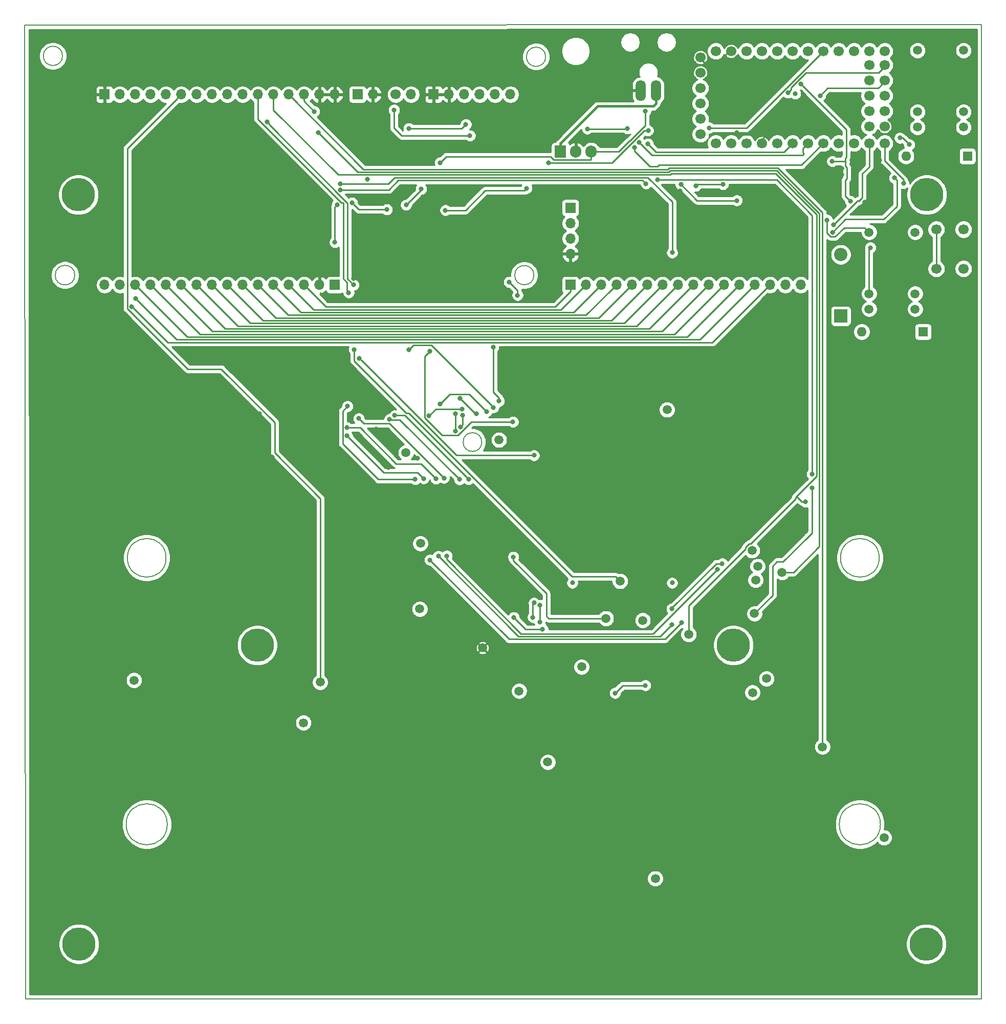
<source format=gbl>
G04 #@! TF.GenerationSoftware,KiCad,Pcbnew,(5.1.5)-3*
G04 #@! TF.CreationDate,2020-04-06T11:34:40+02:00*
G04 #@! TF.ProjectId,carecasetester,63617265-6361-4736-9574-65737465722e,rev?*
G04 #@! TF.SameCoordinates,Original*
G04 #@! TF.FileFunction,Copper,L2,Bot*
G04 #@! TF.FilePolarity,Positive*
%FSLAX46Y46*%
G04 Gerber Fmt 4.6, Leading zero omitted, Abs format (unit mm)*
G04 Created by KiCad (PCBNEW (5.1.5)-3) date 2020-04-06 11:34:40*
%MOMM*%
%LPD*%
G04 APERTURE LIST*
%ADD10C,0.200000*%
%ADD11C,1.700000*%
%ADD12O,2.200000X2.200000*%
%ADD13R,2.200000X2.200000*%
%ADD14C,1.500000*%
%ADD15O,1.600000X1.600000*%
%ADD16R,1.600000X1.600000*%
%ADD17O,1.700000X1.700000*%
%ADD18C,5.500000*%
%ADD19O,1.905000X2.000000*%
%ADD20R,1.905000X2.000000*%
%ADD21R,1.700000X1.700000*%
%ADD22O,1.700000X3.500000*%
%ADD23C,0.800000*%
%ADD24C,0.250000*%
%ADD25C,0.400000*%
%ADD26C,0.254000*%
G04 APERTURE END LIST*
D10*
X77000000Y-20080000D02*
X77000000Y-9350000D01*
X235330000Y-9300000D02*
X235330000Y-20030000D01*
X83280000Y-14450000D02*
G75*
G03X83280000Y-14450000I-1591897J0D01*
G01*
X163220000Y-14600000D02*
G75*
G03X163220000Y-14600000I-1590000J0D01*
G01*
X161280283Y-50710000D02*
G75*
G03X161280283Y-50710000I-1592180J0D01*
G01*
X85310123Y-50710000D02*
G75*
G03X85310123Y-50710000I-1622020J0D01*
G01*
X77000000Y-20080000D02*
X77150000Y-170400000D01*
X235330000Y-9300000D02*
X77000000Y-9350000D01*
X235290000Y-170410000D02*
X235330000Y-20030000D01*
X77150000Y-170400000D02*
X235290000Y-170410000D01*
X152660000Y-78311679D02*
G75*
G03X152660000Y-78311679I-1550000J0D01*
G01*
X100610000Y-141520000D02*
G75*
G03X100610000Y-141520000I-3400000J0D01*
G01*
X218610000Y-141520000D02*
G75*
G03X218610000Y-141520000I-3400000J0D01*
G01*
X218410000Y-97450000D02*
G75*
G03X218410000Y-97450000I-3200000J0D01*
G01*
X100410000Y-97450000D02*
G75*
G03X100410000Y-97450000I-3200000J0D01*
G01*
D11*
X191370000Y-28910000D03*
X193910000Y-28910000D03*
X196450000Y-28910000D03*
X198990000Y-28910000D03*
X201530000Y-28910000D03*
X204070000Y-28910000D03*
X206610000Y-28910000D03*
X209150000Y-28910000D03*
X211690000Y-28910000D03*
X214230000Y-28910000D03*
X216770000Y-28910000D03*
X219310000Y-28910000D03*
X219310000Y-13670000D03*
X216770000Y-13670000D03*
X214230000Y-13670000D03*
X211690000Y-13670000D03*
X209150000Y-13670000D03*
X206610000Y-13670000D03*
X204070000Y-13670000D03*
X201530000Y-13670000D03*
X198990000Y-13670000D03*
X196450000Y-13670000D03*
X193910000Y-13670000D03*
X191370000Y-13670000D03*
X219310000Y-26116000D03*
X219310000Y-23576000D03*
X219310000Y-21036000D03*
X219310000Y-18496000D03*
X219310000Y-15956000D03*
X216770000Y-26116000D03*
X216770000Y-23576000D03*
X216770000Y-21036000D03*
X216770000Y-18496000D03*
X216770000Y-15956000D03*
X188830000Y-27386000D03*
X188830000Y-24846000D03*
X188830000Y-22306000D03*
X188830000Y-19766000D03*
X188830000Y-17226000D03*
X188830000Y-14686000D03*
D12*
X212050000Y-47300000D03*
D13*
X212050000Y-57460000D03*
D14*
X216740000Y-53770000D03*
X224360000Y-53770000D03*
X224360000Y-56310000D03*
X216740000Y-56310000D03*
X216740000Y-43610000D03*
X224360000Y-43610000D03*
D15*
X215520000Y-60070000D03*
D16*
X225680000Y-60070000D03*
D11*
X227850000Y-49640000D03*
X227850000Y-43140000D03*
X232350000Y-49640000D03*
X232350000Y-43140000D03*
X138410000Y-20820000D03*
D17*
X140950000Y-20820000D03*
D18*
X115500000Y-111900000D03*
X194300000Y-111900000D03*
X86000000Y-161300000D03*
X226200000Y-161300000D03*
X226300000Y-37400000D03*
X85900000Y-37400000D03*
D19*
X170740000Y-30310000D03*
X168200000Y-30310000D03*
D20*
X165660000Y-30310000D03*
D14*
X224740000Y-23700000D03*
X232360000Y-23700000D03*
X232360000Y-26240000D03*
X224740000Y-26240000D03*
X224740000Y-13540000D03*
X232360000Y-13540000D03*
D15*
X222840000Y-31030000D03*
D16*
X233000000Y-31030000D03*
D17*
X128320000Y-20830000D03*
X125780000Y-20830000D03*
X123240000Y-20830000D03*
X120700000Y-20830000D03*
X118160000Y-20830000D03*
X115620000Y-20830000D03*
X113080000Y-20830000D03*
X110540000Y-20830000D03*
X108000000Y-20830000D03*
X105460000Y-20830000D03*
X102920000Y-20830000D03*
X100380000Y-20830000D03*
X97840000Y-20830000D03*
X95300000Y-20830000D03*
X92760000Y-20830000D03*
D21*
X90220000Y-20830000D03*
D14*
X209010000Y-128710000D03*
D22*
X178960000Y-20190000D03*
X181460000Y-20190000D03*
D14*
X158810000Y-119470000D03*
X142380000Y-105900000D03*
X181370000Y-150490000D03*
X197450000Y-119730000D03*
D17*
X134640000Y-20820000D03*
D21*
X132100000Y-20820000D03*
D14*
X123140000Y-124730000D03*
X140090000Y-80060000D03*
X202340000Y-99850000D03*
X186880000Y-110110000D03*
X142510000Y-95070000D03*
X175540000Y-101310000D03*
X183310000Y-72950000D03*
X197770000Y-106670000D03*
X173190000Y-107480000D03*
X125910000Y-118010000D03*
X199760000Y-117430000D03*
X197960000Y-101130000D03*
X152770000Y-112340000D03*
X198300000Y-98850000D03*
X219210000Y-143720000D03*
X197380000Y-96230000D03*
X95110000Y-117700000D03*
X155490000Y-77940000D03*
X169170000Y-115480000D03*
X163560000Y-131230000D03*
X179280000Y-107790000D03*
D17*
X157390000Y-20820000D03*
X154850000Y-20820000D03*
X152310000Y-20820000D03*
X149770000Y-20820000D03*
X147230000Y-20820000D03*
D21*
X144690000Y-20820000D03*
D17*
X167320000Y-47190000D03*
X167320000Y-44650000D03*
X167320000Y-42110000D03*
D21*
X167320000Y-39570000D03*
D17*
X205410000Y-52300000D03*
X202870000Y-52300000D03*
X200330000Y-52300000D03*
X197790000Y-52300000D03*
X195250000Y-52300000D03*
X192710000Y-52300000D03*
X190170000Y-52300000D03*
X187630000Y-52300000D03*
X185090000Y-52300000D03*
X182550000Y-52300000D03*
X180010000Y-52300000D03*
X177470000Y-52300000D03*
X174930000Y-52300000D03*
X172390000Y-52300000D03*
X169850000Y-52300000D03*
D21*
X167310000Y-52300000D03*
D17*
X90240000Y-52310000D03*
X92780000Y-52310000D03*
X95320000Y-52310000D03*
X97860000Y-52310000D03*
X100400000Y-52310000D03*
X102940000Y-52310000D03*
X105480000Y-52310000D03*
X108020000Y-52310000D03*
X110560000Y-52310000D03*
X113100000Y-52310000D03*
X115640000Y-52310000D03*
X118180000Y-52310000D03*
X120720000Y-52310000D03*
X123260000Y-52310000D03*
X125800000Y-52310000D03*
D21*
X128340000Y-52310000D03*
D23*
X167640000Y-101600000D03*
X184150000Y-101600000D03*
X221620000Y-26440000D03*
X221200000Y-30210000D03*
X216040000Y-38630000D03*
X212210000Y-34120000D03*
X212180000Y-33100000D03*
X204470000Y-60960000D03*
X95250000Y-92710000D03*
X199390000Y-49530000D03*
X199390000Y-54610000D03*
X213680000Y-24630000D03*
X199810000Y-27450000D03*
X190900000Y-16330000D03*
X194880000Y-27140000D03*
X193880000Y-19980000D03*
X145140000Y-41220000D03*
X142760000Y-41250000D03*
X141780000Y-51750000D03*
X139170000Y-51740000D03*
X136330000Y-51710000D03*
X147530000Y-51630000D03*
X158480000Y-45450000D03*
X155920000Y-45380000D03*
X153230000Y-45360000D03*
X150290000Y-45330000D03*
X153610000Y-39560000D03*
X156970000Y-39630000D03*
X158360000Y-40210000D03*
X161600000Y-44570000D03*
X161050000Y-39700000D03*
X134810000Y-37710000D03*
X133690000Y-34840000D03*
X132450000Y-37630000D03*
X133760000Y-45460000D03*
X131440000Y-51250000D03*
X133700000Y-52050000D03*
X137100000Y-53660000D03*
X142160000Y-45520000D03*
X139220000Y-45410000D03*
X136240000Y-45360000D03*
X147620000Y-45310000D03*
X153140000Y-51890000D03*
X151620000Y-53210000D03*
X164540000Y-45970000D03*
X81280000Y-73660000D03*
X81280000Y-83820000D03*
X81280000Y-93980000D03*
X81280000Y-104140000D03*
X81280000Y-114300000D03*
X81280000Y-124460000D03*
X81280000Y-134620000D03*
X81280000Y-144780000D03*
X81280000Y-154940000D03*
X81280000Y-165100000D03*
X91440000Y-165100000D03*
X101600000Y-165100000D03*
X111760000Y-165100000D03*
X121920000Y-165100000D03*
X132080000Y-165100000D03*
X142240000Y-165100000D03*
X152400000Y-165100000D03*
X162560000Y-165100000D03*
X172720000Y-165100000D03*
X182880000Y-165100000D03*
X193040000Y-165100000D03*
X203200000Y-165100000D03*
X213360000Y-165100000D03*
X223520000Y-165100000D03*
X231140000Y-157480000D03*
X231140000Y-147320000D03*
X231140000Y-137160000D03*
X231140000Y-127000000D03*
X231140000Y-116840000D03*
X231140000Y-106680000D03*
X231140000Y-96520000D03*
X231140000Y-86360000D03*
X231140000Y-76200000D03*
X231140000Y-66040000D03*
X231140000Y-55880000D03*
X231140000Y-45720000D03*
X231140000Y-34290000D03*
X231140000Y-20320000D03*
X222250000Y-13970000D03*
X194310000Y-16510000D03*
X181610000Y-13970000D03*
X168910000Y-21590000D03*
X200660000Y-40640000D03*
X208280000Y-35560000D03*
X168910000Y-71120000D03*
X167640000Y-78740000D03*
X99060000Y-34290000D03*
X99060000Y-41910000D03*
X110490000Y-34290000D03*
X110490000Y-41910000D03*
X106680000Y-114300000D03*
X106680000Y-124460000D03*
X140970000Y-114300000D03*
X140970000Y-124460000D03*
X175260000Y-124460000D03*
X175260000Y-114300000D03*
X200660000Y-124460000D03*
X200660000Y-114300000D03*
X106680000Y-154940000D03*
X106680000Y-144780000D03*
X106680000Y-134620000D03*
X140970000Y-154940000D03*
X139700000Y-144780000D03*
X139700000Y-134620000D03*
X175260000Y-154940000D03*
X175260000Y-146050000D03*
X175260000Y-135890000D03*
X198120000Y-153670000D03*
X217170000Y-151130000D03*
X215900000Y-127000000D03*
X215900000Y-113030000D03*
X217170000Y-76200000D03*
X215900000Y-63500000D03*
X91440000Y-92710000D03*
X135160000Y-76160000D03*
X137160000Y-82550000D03*
X142020000Y-81020000D03*
X153670000Y-100330000D03*
X185420000Y-36830000D03*
X194310000Y-36830000D03*
X218440000Y-31750000D03*
X217170000Y-34290000D03*
X214630000Y-33020000D03*
X125850000Y-46480000D03*
X123310000Y-46450000D03*
X120780000Y-46480000D03*
X144790000Y-46040000D03*
X109030000Y-80390000D03*
X100850000Y-80390000D03*
X100410000Y-70720000D03*
X109070000Y-70430000D03*
X100850000Y-90780000D03*
X109220000Y-91210000D03*
X117880000Y-91640000D03*
X118020000Y-80820000D03*
X115840000Y-73600000D03*
X168000000Y-87130000D03*
X167830000Y-94580000D03*
X176210000Y-94520000D03*
X175630000Y-86900000D03*
X175570000Y-78570000D03*
X183660000Y-78570000D03*
X184130000Y-86490000D03*
X184310000Y-94580000D03*
X192580000Y-94410000D03*
X192050000Y-86490000D03*
X192350000Y-79040000D03*
X200330000Y-79100000D03*
X200620000Y-85670000D03*
X192410000Y-71180000D03*
X199800000Y-71180000D03*
X192290000Y-63670000D03*
X199450000Y-63260000D03*
X164300000Y-43690000D03*
X128350000Y-45270000D03*
X128715000Y-39080000D03*
X136930000Y-39840000D03*
X140130000Y-39100000D03*
X142600000Y-36470000D03*
X145760000Y-32110000D03*
X179735003Y-23575001D03*
X131171606Y-38744502D03*
X203302653Y-20542653D03*
X208640000Y-21020000D03*
X204530000Y-20700000D03*
X205452653Y-19094990D03*
X210640000Y-31880000D03*
X190310000Y-26350000D03*
X138140000Y-23390000D03*
X150690000Y-27630000D03*
X177940000Y-29610000D03*
X140580000Y-26450000D03*
X150010000Y-25780000D03*
X178673920Y-28730564D03*
X180119067Y-28994387D03*
X192570000Y-35685000D03*
X188080000Y-35930000D03*
X170100000Y-26505001D03*
X176753629Y-26454990D03*
X94720000Y-55890000D03*
X95390000Y-54570000D03*
X125610000Y-27150000D03*
X124940000Y-23630000D03*
X141640000Y-84480000D03*
X130620000Y-53600000D03*
X130420000Y-72380000D03*
X117122660Y-25397340D03*
X131430011Y-52313013D03*
X131530000Y-63010000D03*
X129260000Y-35580000D03*
X184160000Y-46990000D03*
X129248507Y-36579936D03*
X181740000Y-34960000D03*
X207314990Y-83626846D03*
X207300000Y-85880000D03*
X179820000Y-35580000D03*
X150460000Y-84470000D03*
X157880000Y-97320000D03*
X138240000Y-73910000D03*
X148960000Y-84500000D03*
X157950000Y-107300000D03*
X162725000Y-109260495D03*
X137409250Y-74537552D03*
X192430000Y-98400000D03*
X184089193Y-105879193D03*
X184140000Y-108480000D03*
X145480000Y-97180000D03*
X145070000Y-84370000D03*
X130365010Y-75907109D03*
X143020000Y-84340000D03*
X144070000Y-97800000D03*
X185710000Y-108160000D03*
X130370000Y-77300000D03*
X144080000Y-63250000D03*
X157811202Y-74974361D03*
X145780000Y-71980000D03*
X153455861Y-73245869D03*
X140600000Y-63009998D03*
X154580000Y-72580000D03*
X161100000Y-107280000D03*
X161295010Y-104900000D03*
X161295010Y-80510000D03*
X132390000Y-64449998D03*
X149397552Y-72855022D03*
X143900000Y-74000000D03*
X157190000Y-51850000D03*
X162260000Y-105300000D03*
X162252347Y-108047653D03*
X158570000Y-54025000D03*
X148268806Y-76466006D03*
X148280000Y-73620000D03*
X149078323Y-71110673D03*
X151784369Y-73630044D03*
X209760000Y-41580000D03*
X194837154Y-38367154D03*
X185590000Y-35730000D03*
X213660002Y-38500000D03*
X179710000Y-118545000D03*
X174700000Y-119820000D03*
X154550000Y-62640000D03*
X155500000Y-71540000D03*
X221840000Y-28010000D03*
X223402347Y-29127653D03*
X149096948Y-75785009D03*
X149479531Y-73851668D03*
X180170000Y-26800000D03*
X160080000Y-36330000D03*
X146630000Y-39980000D03*
X163670000Y-32120000D03*
X206200000Y-88180000D03*
X210820000Y-42420000D03*
X146400000Y-84260000D03*
X146870000Y-97130000D03*
X191610000Y-99370000D03*
X220920000Y-34630000D03*
X132288803Y-74425021D03*
X210695000Y-43608205D03*
X222420000Y-35510000D03*
X216940000Y-46150000D03*
D24*
X198990000Y-28270000D02*
X199810000Y-27450000D01*
X198990000Y-28910000D02*
X198990000Y-28270000D01*
X199810000Y-27450000D02*
X195190000Y-27450000D01*
X195190000Y-27450000D02*
X194880000Y-27140000D01*
X190900000Y-17000000D02*
X190900000Y-16330000D01*
X193880000Y-19980000D02*
X190900000Y-17000000D01*
X193560000Y-13670000D02*
X193910000Y-13670000D01*
X190900000Y-16330000D02*
X193560000Y-13670000D01*
X190220000Y-16330000D02*
X188830000Y-14940000D01*
X190900000Y-16330000D02*
X190220000Y-16330000D01*
X145140000Y-41220000D02*
X142790000Y-41220000D01*
X142790000Y-41220000D02*
X142760000Y-41250000D01*
X141770000Y-51740000D02*
X141780000Y-51750000D01*
X139170000Y-51740000D02*
X141770000Y-51740000D01*
X161600000Y-44570000D02*
X163420000Y-44570000D01*
X163420000Y-44570000D02*
X164300000Y-43690000D01*
X134730000Y-37630000D02*
X134810000Y-37710000D01*
X132450000Y-37630000D02*
X134730000Y-37630000D01*
X140130000Y-39100000D02*
X142600000Y-36630000D01*
X142600000Y-36630000D02*
X142600000Y-36470000D01*
X128350000Y-39445000D02*
X128715000Y-39080000D01*
X128350000Y-45270000D02*
X128350000Y-39445000D01*
X132267104Y-39840000D02*
X131571605Y-39144501D01*
X131571605Y-39144501D02*
X131171606Y-38744502D01*
X136930000Y-39840000D02*
X132267104Y-39840000D01*
X179735003Y-25962315D02*
X179735003Y-24140686D01*
X175270585Y-30310000D02*
X177085598Y-28494987D01*
X177202331Y-28494987D02*
X179735003Y-25962315D01*
X179735003Y-24140686D02*
X179735003Y-23575001D01*
X177085598Y-28494987D02*
X177202331Y-28494987D01*
X170740000Y-30310000D02*
X175270585Y-30310000D01*
X146775001Y-31094999D02*
X164014990Y-31094999D01*
X170740000Y-31560000D02*
X170740000Y-30310000D01*
X170664990Y-31635010D02*
X170740000Y-31560000D01*
X164555001Y-31635010D02*
X170664990Y-31635010D01*
X164014990Y-31094999D02*
X164555001Y-31635010D01*
X145760000Y-32110000D02*
X146775001Y-31094999D01*
X203790000Y-19696998D02*
X203790000Y-20055306D01*
X203790000Y-20055306D02*
X203302653Y-20542653D01*
X206276998Y-17210000D02*
X203790000Y-19696998D01*
X219310000Y-16210000D02*
X218310000Y-17210000D01*
X218310000Y-17210000D02*
X206276998Y-17210000D01*
X219310000Y-18750000D02*
X218250000Y-19810000D01*
X209850000Y-19810000D02*
X208640000Y-21020000D01*
X218250000Y-19810000D02*
X209850000Y-19810000D01*
X212790000Y-31360000D02*
X212810000Y-31340000D01*
X212970000Y-31180000D02*
X212810000Y-31340000D01*
X212970000Y-26640000D02*
X212970000Y-31180000D01*
X212865001Y-26535001D02*
X212970000Y-26640000D01*
X205452653Y-19094990D02*
X212865001Y-26507338D01*
X212865001Y-26507338D02*
X212865001Y-26535001D01*
X211245685Y-31920000D02*
X212820000Y-31920000D01*
X211205685Y-31880000D02*
X211245685Y-31920000D01*
X210640000Y-31880000D02*
X211205685Y-31880000D01*
X212820000Y-31920000D02*
X212810000Y-31340000D01*
X196470000Y-26350000D02*
X209150000Y-13670000D01*
X190310000Y-26350000D02*
X196470000Y-26350000D01*
X138140000Y-26390000D02*
X139380000Y-27630000D01*
X138140000Y-23390000D02*
X138140000Y-26390000D01*
X139380000Y-27630000D02*
X150124315Y-27630000D01*
X150124315Y-27630000D02*
X150690000Y-27630000D01*
X209150000Y-28910000D02*
X205550001Y-32509999D01*
X180499317Y-32735002D02*
X177940000Y-30175685D01*
X181758002Y-32735002D02*
X180499317Y-32735002D01*
X205550001Y-32509999D02*
X181983005Y-32509999D01*
X177940000Y-30175685D02*
X177940000Y-29610000D01*
X181983005Y-32509999D02*
X181758002Y-32735002D01*
X149340000Y-26450000D02*
X150010000Y-25780000D01*
X140580000Y-26450000D02*
X149340000Y-26450000D01*
X206610000Y-28910000D02*
X205760001Y-29759999D01*
X205975710Y-30634290D02*
X205975710Y-30640000D01*
X205760001Y-29759999D02*
X205760001Y-30418581D01*
X205790503Y-30825207D02*
X180768563Y-30825207D01*
X180768563Y-30825207D02*
X179073919Y-29130563D01*
X179073919Y-29130563D02*
X178673920Y-28730564D01*
X205975710Y-30640000D02*
X205790503Y-30825207D01*
X205760001Y-30418581D02*
X205975710Y-30634290D01*
X204070000Y-28910000D02*
X202617234Y-30362766D01*
X180519066Y-29394386D02*
X180119067Y-28994387D01*
X202617234Y-30362766D02*
X181487446Y-30362766D01*
X181487446Y-30362766D02*
X180519066Y-29394386D01*
X192570000Y-35685000D02*
X188325000Y-35685000D01*
X188325000Y-35685000D02*
X188080000Y-35930000D01*
X176703618Y-26505001D02*
X176753629Y-26454990D01*
X170100000Y-26505001D02*
X176703618Y-26505001D01*
X190820000Y-61810000D02*
X200330000Y-52300000D01*
X100680000Y-61810000D02*
X190820000Y-61810000D01*
X94760000Y-55890000D02*
X100680000Y-61810000D01*
X94720000Y-55890000D02*
X94760000Y-55890000D01*
X196940001Y-53149999D02*
X197790000Y-52300000D01*
X102179989Y-61359989D02*
X188730011Y-61359989D01*
X95390000Y-54570000D02*
X102179989Y-61359989D01*
X188730011Y-61359989D02*
X196940001Y-53149999D01*
X194400001Y-53149999D02*
X195250000Y-52300000D01*
X186640022Y-60909978D02*
X194400001Y-53149999D01*
X95320000Y-52310000D02*
X103919978Y-60909978D01*
X103919978Y-60909978D02*
X186640022Y-60909978D01*
X97860000Y-52310000D02*
X106009967Y-60459967D01*
X191860001Y-53149999D02*
X192710000Y-52300000D01*
X106009967Y-60459967D02*
X184550033Y-60459967D01*
X184550033Y-60459967D02*
X191860001Y-53149999D01*
X100400000Y-52310000D02*
X108099956Y-60009956D01*
X189320001Y-53149999D02*
X190170000Y-52300000D01*
X182460044Y-60009956D02*
X189320001Y-53149999D01*
X108099956Y-60009956D02*
X182460044Y-60009956D01*
X186780001Y-53149999D02*
X187630000Y-52300000D01*
X110189945Y-59559945D02*
X180370055Y-59559945D01*
X180370055Y-59559945D02*
X186780001Y-53149999D01*
X102940000Y-52310000D02*
X110189945Y-59559945D01*
X105480000Y-52310000D02*
X112279934Y-59109934D01*
X112279934Y-59109934D02*
X178280066Y-59109934D01*
X178280066Y-59109934D02*
X184240001Y-53149999D01*
X184240001Y-53149999D02*
X185090000Y-52300000D01*
X181700001Y-53149999D02*
X182550000Y-52300000D01*
X108020000Y-52310000D02*
X114369923Y-58659923D01*
X114369923Y-58659923D02*
X176190077Y-58659923D01*
X176190077Y-58659923D02*
X181700001Y-53149999D01*
X116459912Y-58209912D02*
X174100088Y-58209912D01*
X110560000Y-52310000D02*
X116459912Y-58209912D01*
X174100088Y-58209912D02*
X179160001Y-53149999D01*
X179160001Y-53149999D02*
X180010000Y-52300000D01*
X113100000Y-52310000D02*
X118549901Y-57759901D01*
X172010099Y-57759901D02*
X176620001Y-53149999D01*
X118549901Y-57759901D02*
X172010099Y-57759901D01*
X176620001Y-53149999D02*
X177470000Y-52300000D01*
X174080001Y-53149999D02*
X174930000Y-52300000D01*
X169920110Y-57309890D02*
X174080001Y-53149999D01*
X115640000Y-52310000D02*
X120639890Y-57309890D01*
X120639890Y-57309890D02*
X169920110Y-57309890D01*
X118180000Y-52310000D02*
X122729879Y-56859879D01*
X122729879Y-56859879D02*
X167830121Y-56859879D01*
X171540001Y-53149999D02*
X172390000Y-52300000D01*
X167830121Y-56859879D02*
X171540001Y-53149999D01*
X165740132Y-56409868D02*
X169000001Y-53149999D01*
X124819868Y-56409868D02*
X165740132Y-56409868D01*
X169000001Y-53149999D02*
X169850000Y-52300000D01*
X120720000Y-52310000D02*
X124819868Y-56409868D01*
X166770000Y-52840000D02*
X167310000Y-52300000D01*
X167310000Y-53400000D02*
X167310000Y-52300000D01*
X164820000Y-55890000D02*
X167310000Y-53400000D01*
X126840000Y-55890000D02*
X164820000Y-55890000D01*
X123260000Y-52310000D02*
X126840000Y-55890000D01*
X123240000Y-21930000D02*
X123240000Y-20830000D01*
X124940000Y-23630000D02*
X123240000Y-21930000D01*
X132110010Y-33650010D02*
X125610000Y-27150000D01*
X183610010Y-33650010D02*
X132110010Y-33650010D01*
X205290000Y-37290000D02*
X201430000Y-33430000D01*
X206540001Y-38550001D02*
X205290000Y-37300000D01*
X201430000Y-33430000D02*
X183830020Y-33430000D01*
X206550001Y-38550001D02*
X206540001Y-38550001D01*
X183830020Y-33430000D02*
X183610010Y-33650010D01*
X205290000Y-37300000D02*
X205290000Y-37290000D01*
X204219990Y-99850000D02*
X208490000Y-95579990D01*
X202340000Y-99850000D02*
X204219990Y-99850000D01*
X208490000Y-40490000D02*
X206550001Y-38550001D01*
X208490000Y-40490000D02*
X208490000Y-50580000D01*
X208490000Y-95579990D02*
X208490000Y-50580000D01*
X208490000Y-50580000D02*
X208490000Y-50490000D01*
X209010000Y-50380000D02*
X208990000Y-50400000D01*
X209010000Y-40373589D02*
X209010000Y-50380000D01*
X201616400Y-32979989D02*
X209010000Y-40373589D01*
X183643620Y-32979989D02*
X201616400Y-32979989D01*
X208990000Y-50400000D02*
X209010000Y-50373589D01*
X183423610Y-33199999D02*
X183643620Y-32979989D01*
X209010000Y-128710000D02*
X208990000Y-50400000D01*
X120700000Y-20830000D02*
X133069999Y-33199999D01*
X133069999Y-33199999D02*
X183423610Y-33199999D01*
X129708910Y-38710000D02*
X129748956Y-38750046D01*
X115620000Y-20830000D02*
X115620000Y-24920000D01*
X129410000Y-38710000D02*
X129708910Y-38710000D01*
X115620000Y-24920000D02*
X129410000Y-38710000D01*
X129750000Y-51310000D02*
X130370000Y-51930000D01*
X130370000Y-51930000D02*
X130370000Y-53060000D01*
X129750000Y-38749002D02*
X129750000Y-51310000D01*
X130370000Y-53060000D02*
X130370000Y-53350000D01*
X130370000Y-53350000D02*
X130620000Y-53600000D01*
X129640000Y-73160000D02*
X130420000Y-72380000D01*
X129640000Y-78590000D02*
X129640000Y-73160000D01*
X141640000Y-84480000D02*
X135530000Y-84480000D01*
X135530000Y-84480000D02*
X129640000Y-78590000D01*
X130450000Y-51333002D02*
X130450000Y-38814680D01*
X129934311Y-38298991D02*
X117522659Y-25887339D01*
X117522659Y-25887339D02*
X117522659Y-25797339D01*
X131430011Y-52313013D02*
X130450000Y-51333002D01*
X130200011Y-38564691D02*
X130200011Y-38562602D01*
X117522659Y-25797339D02*
X117122660Y-25397340D01*
X130200011Y-38562602D02*
X129936400Y-38298991D01*
X129936400Y-38298991D02*
X129934311Y-38298991D01*
X130450000Y-38814680D02*
X130200011Y-38564691D01*
X167590588Y-100560001D02*
X140585599Y-73555012D01*
X140202010Y-73555012D02*
X131530000Y-64883002D01*
X174790001Y-100560001D02*
X167590588Y-100560001D01*
X140585599Y-73555012D02*
X140202010Y-73555012D01*
X131530000Y-63575685D02*
X131530000Y-63010000D01*
X175540000Y-101310000D02*
X174790001Y-100560001D01*
X131530000Y-64883002D02*
X131530000Y-63575685D01*
X138173011Y-34599989D02*
X137193000Y-35580000D01*
X180149989Y-34599989D02*
X138173011Y-34599989D01*
X184160000Y-38610000D02*
X180149989Y-34599989D01*
X184160000Y-46990000D02*
X184160000Y-38610000D01*
X137193000Y-35580000D02*
X129825685Y-35580000D01*
X129825685Y-35580000D02*
X129260000Y-35580000D01*
X200780000Y-98820000D02*
X200780000Y-103660000D01*
X201500000Y-98100000D02*
X200780000Y-98820000D01*
X200780000Y-103660000D02*
X197770000Y-106670000D01*
X207300000Y-85880000D02*
X207300000Y-93310000D01*
X207300000Y-93310000D02*
X206620000Y-93990000D01*
X206608998Y-93990000D02*
X202498998Y-98100000D01*
X202498998Y-98100000D02*
X201500000Y-98100000D01*
X206620000Y-93990000D02*
X206608998Y-93990000D01*
X201040000Y-34960000D02*
X181740000Y-34960000D01*
X201460000Y-34960000D02*
X201040000Y-34960000D01*
X207314990Y-83626846D02*
X207314990Y-40814990D01*
X207314990Y-40814990D02*
X201460000Y-34960000D01*
X179290000Y-35050000D02*
X179820000Y-35580000D01*
X129248507Y-36579936D02*
X137260064Y-36579936D01*
X138790000Y-35050000D02*
X179290000Y-35050000D01*
X137260064Y-36579936D02*
X138790000Y-35050000D01*
X157880000Y-97885685D02*
X163330000Y-103335685D01*
X157880000Y-97320000D02*
X157880000Y-97885685D01*
X163330000Y-103335685D02*
X163330000Y-107070000D01*
X163740000Y-107480000D02*
X173190000Y-107480000D01*
X163330000Y-107070000D02*
X163740000Y-107480000D01*
X139900000Y-73910000D02*
X138240000Y-73910000D01*
X150460000Y-84470000D02*
X139900000Y-73910000D01*
X93994999Y-56238001D02*
X93994999Y-29755001D01*
X103997007Y-66240009D02*
X93994999Y-56238001D01*
X102070001Y-21679999D02*
X102920000Y-20830000D01*
X109553011Y-66240009D02*
X103997007Y-66240009D01*
X118368001Y-75054999D02*
X109553011Y-66240009D01*
X93994999Y-29755001D02*
X102070001Y-21679999D01*
X118368001Y-80094999D02*
X118368001Y-75054999D01*
X125910000Y-87636998D02*
X118368001Y-80094999D01*
X125910000Y-118010000D02*
X125910000Y-87636998D01*
X157950000Y-107300000D02*
X159910495Y-109260495D01*
X159910495Y-109260495D02*
X162725000Y-109260495D01*
X148960000Y-84500000D02*
X139095002Y-74635002D01*
X139095002Y-74635002D02*
X137506700Y-74635002D01*
X137506700Y-74635002D02*
X137409250Y-74537552D01*
X158735506Y-110435506D02*
X145480000Y-97180000D01*
X184140000Y-108480000D02*
X182184494Y-110435506D01*
X182184494Y-110435506D02*
X158735506Y-110435506D01*
X184089193Y-105740807D02*
X184089193Y-105879193D01*
X192430000Y-98400000D02*
X191430000Y-98400000D01*
X191430000Y-98400000D02*
X184089193Y-105740807D01*
X132508062Y-75907109D02*
X130930695Y-75907109D01*
X130930695Y-75907109D02*
X130365010Y-75907109D01*
X142580000Y-81880000D02*
X138480953Y-81880000D01*
X145070000Y-84370000D02*
X142580000Y-81880000D01*
X138480953Y-81880000D02*
X132508062Y-75907109D01*
X144070000Y-97800000D02*
X157155516Y-110885516D01*
X182984484Y-110885516D02*
X185710000Y-108160000D01*
X157155516Y-110885516D02*
X182984484Y-110885516D01*
X130769999Y-77699999D02*
X130370000Y-77300000D01*
X136410000Y-83340000D02*
X130769999Y-77699999D01*
X142020000Y-83340000D02*
X136410000Y-83340000D01*
X143020000Y-84340000D02*
X142020000Y-83340000D01*
X143174999Y-64155001D02*
X143174999Y-74308001D01*
X144080000Y-63250000D02*
X143174999Y-64155001D01*
X148733979Y-77191008D02*
X150950626Y-74974361D01*
X157245517Y-74974361D02*
X157811202Y-74974361D01*
X143174999Y-74308001D02*
X146058006Y-77191008D01*
X150950626Y-74974361D02*
X157245517Y-74974361D01*
X146058006Y-77191008D02*
X148733979Y-77191008D01*
X147374329Y-70385671D02*
X150595663Y-70385671D01*
X145780000Y-71980000D02*
X147374329Y-70385671D01*
X150595663Y-70385671D02*
X153055862Y-72845870D01*
X153055862Y-72845870D02*
X153455861Y-73245869D01*
X141329997Y-62280001D02*
X144280001Y-62280001D01*
X144280001Y-62280001D02*
X154180001Y-72180001D01*
X154180001Y-72180001D02*
X154580000Y-72580000D01*
X140600000Y-63009998D02*
X141329997Y-62280001D01*
X161100000Y-107280000D02*
X161100000Y-105095010D01*
X161100000Y-105095010D02*
X161295010Y-104900000D01*
X161295010Y-80510000D02*
X148450002Y-80510000D01*
X132789999Y-64849997D02*
X132390000Y-64449998D01*
X148450002Y-80510000D02*
X132789999Y-64849997D01*
X145044978Y-72855022D02*
X143900000Y-74000000D01*
X149397552Y-72855022D02*
X145044978Y-72855022D01*
X162260000Y-105300000D02*
X162260000Y-108040000D01*
X162260000Y-108040000D02*
X162252347Y-108047653D01*
X158570000Y-53230000D02*
X157190000Y-51850000D01*
X158570000Y-54025000D02*
X158570000Y-53230000D01*
X148268806Y-76466006D02*
X148268806Y-73631194D01*
X148268806Y-73631194D02*
X148280000Y-73620000D01*
X151597694Y-73630044D02*
X151784369Y-73630044D01*
X149078323Y-71110673D02*
X151597694Y-73630044D01*
X194837154Y-38367154D02*
X188227154Y-38367154D01*
X188227154Y-38367154D02*
X185590000Y-35730000D01*
X215990001Y-42860001D02*
X216740000Y-43610000D01*
X209760000Y-43746207D02*
X210346999Y-44333206D01*
X209760000Y-41580000D02*
X209760000Y-43746207D01*
X210346999Y-44333206D02*
X211123001Y-44333206D01*
X211123001Y-44333206D02*
X212596206Y-42860001D01*
X212596206Y-42860001D02*
X215990001Y-42860001D01*
X227850000Y-48437919D02*
X227850000Y-43140000D01*
X227850000Y-49582081D02*
X227850000Y-48380000D01*
X212820000Y-37659998D02*
X213660002Y-38500000D01*
X212820000Y-31980000D02*
X212820000Y-32666998D01*
X212820000Y-32666998D02*
X213040000Y-32886998D01*
X212820000Y-35020000D02*
X212820000Y-37659998D01*
X212870000Y-31930000D02*
X212820000Y-31980000D01*
X213040000Y-32886998D02*
X213040000Y-34800000D01*
X213040000Y-34800000D02*
X212820000Y-35020000D01*
D25*
X165660000Y-28910000D02*
X165660000Y-30310000D01*
X171795000Y-22775000D02*
X165660000Y-28910000D01*
X181025000Y-22775000D02*
X171795000Y-22775000D01*
X181460000Y-22340000D02*
X181025000Y-22775000D01*
X181460000Y-20190000D02*
X181460000Y-22340000D01*
D24*
X179710000Y-118545000D02*
X175975000Y-118545000D01*
X175975000Y-118545000D02*
X174700000Y-119820000D01*
X154560000Y-70034315D02*
X155500000Y-70974315D01*
X154550000Y-62640000D02*
X154560000Y-62650000D01*
X155500000Y-70974315D02*
X155500000Y-71540000D01*
X154560000Y-62650000D02*
X154560000Y-70034315D01*
X221840000Y-28010000D02*
X222284694Y-28010000D01*
X222284694Y-28010000D02*
X223402347Y-29127653D01*
X149479531Y-75402426D02*
X149096948Y-75785009D01*
X149479531Y-73851668D02*
X149479531Y-75402426D01*
X159680001Y-36729999D02*
X153210001Y-36729999D01*
X160080000Y-36330000D02*
X159680001Y-36729999D01*
X153210001Y-36729999D02*
X149960000Y-39980000D01*
X149960000Y-39980000D02*
X146630000Y-39980000D01*
X174213729Y-32120000D02*
X164235685Y-32120000D01*
X164235685Y-32120000D02*
X163670000Y-32120000D01*
X179533729Y-26800000D02*
X174213729Y-32120000D01*
X180170000Y-26800000D02*
X179533729Y-26800000D01*
X183849981Y-34100019D02*
X128860019Y-34100019D01*
X128860019Y-34100019D02*
X118160000Y-23400000D01*
X184041795Y-33908205D02*
X183849981Y-34100019D01*
X203990000Y-36626410D02*
X201271795Y-33908205D01*
X118160000Y-23400000D02*
X118160000Y-20830000D01*
X208039990Y-40686400D02*
X203990000Y-36636410D01*
X201271795Y-33908205D02*
X184041795Y-33908205D01*
X203990000Y-36636410D02*
X203990000Y-36626410D01*
X208040000Y-49776390D02*
X208040000Y-50710000D01*
X208039990Y-40686400D02*
X208039990Y-49776380D01*
X208039990Y-83979008D02*
X208040000Y-50710000D01*
X208039990Y-49776380D02*
X208040000Y-49776390D01*
X208040000Y-50710000D02*
X208039990Y-50686400D01*
X204884315Y-87430000D02*
X204580000Y-87430000D01*
X205634315Y-88180000D02*
X204884315Y-87430000D01*
X206200000Y-88180000D02*
X205634315Y-88180000D01*
X204580000Y-87430000D02*
X208039990Y-83979008D01*
X204580000Y-87700000D02*
X204580000Y-87430000D01*
X197125001Y-95154999D02*
X204580000Y-87700000D01*
X186880000Y-110110000D02*
X186880000Y-105400000D01*
X186880000Y-105400000D02*
X196304999Y-95975001D01*
X196304999Y-95975001D02*
X196304999Y-95713999D01*
X196304999Y-95713999D02*
X196863999Y-95154999D01*
X196863999Y-95154999D02*
X197125001Y-95154999D01*
X215040000Y-38460000D02*
X214990000Y-38410000D01*
X215590000Y-37910000D02*
X215040000Y-38460000D01*
X215590000Y-33950000D02*
X215590000Y-37910000D01*
X216770000Y-28910000D02*
X216770000Y-32770000D01*
X210820000Y-42410203D02*
X210820000Y-42420000D01*
X216770000Y-32770000D02*
X215590000Y-33950000D01*
X214990000Y-38410000D02*
X214820203Y-38410000D01*
X214820203Y-38410000D02*
X210820000Y-42410203D01*
X159159811Y-109985496D02*
X181008196Y-109985496D01*
X146870000Y-97130000D02*
X146870000Y-97695685D01*
X181008196Y-109985496D02*
X191616846Y-99376846D01*
X146870000Y-97695685D02*
X159159811Y-109985496D01*
X133126335Y-75262553D02*
X132288803Y-74425021D01*
X146400000Y-84260000D02*
X137402553Y-75262553D01*
X137402553Y-75262553D02*
X133126335Y-75262553D01*
X212833205Y-41470000D02*
X210695000Y-43608205D01*
X220920000Y-34630000D02*
X221319999Y-35029999D01*
X221319999Y-35029999D02*
X221319999Y-39289999D01*
X221319999Y-39289999D02*
X219139998Y-41470000D01*
X219139998Y-41470000D02*
X212833205Y-41470000D01*
X219310000Y-30112081D02*
X219310000Y-28910000D01*
X222420000Y-34944315D02*
X219310000Y-31834315D01*
X219310000Y-31834315D02*
X219310000Y-30112081D01*
X222420000Y-35510000D02*
X222420000Y-34944315D01*
X216740000Y-46350000D02*
X216940000Y-46150000D01*
X216740000Y-53770000D02*
X216740000Y-46350000D01*
D26*
G36*
X234595001Y-20026311D02*
G01*
X234555196Y-169674954D01*
X77884266Y-169665047D01*
X77875587Y-160966607D01*
X82615000Y-160966607D01*
X82615000Y-161633393D01*
X82745083Y-162287368D01*
X83000252Y-162903399D01*
X83370698Y-163457812D01*
X83842188Y-163929302D01*
X84396601Y-164299748D01*
X85012632Y-164554917D01*
X85666607Y-164685000D01*
X86333393Y-164685000D01*
X86987368Y-164554917D01*
X87603399Y-164299748D01*
X88157812Y-163929302D01*
X88629302Y-163457812D01*
X88999748Y-162903399D01*
X89254917Y-162287368D01*
X89385000Y-161633393D01*
X89385000Y-160966607D01*
X222815000Y-160966607D01*
X222815000Y-161633393D01*
X222945083Y-162287368D01*
X223200252Y-162903399D01*
X223570698Y-163457812D01*
X224042188Y-163929302D01*
X224596601Y-164299748D01*
X225212632Y-164554917D01*
X225866607Y-164685000D01*
X226533393Y-164685000D01*
X227187368Y-164554917D01*
X227803399Y-164299748D01*
X228357812Y-163929302D01*
X228829302Y-163457812D01*
X229199748Y-162903399D01*
X229454917Y-162287368D01*
X229585000Y-161633393D01*
X229585000Y-160966607D01*
X229454917Y-160312632D01*
X229199748Y-159696601D01*
X228829302Y-159142188D01*
X228357812Y-158670698D01*
X227803399Y-158300252D01*
X227187368Y-158045083D01*
X226533393Y-157915000D01*
X225866607Y-157915000D01*
X225212632Y-158045083D01*
X224596601Y-158300252D01*
X224042188Y-158670698D01*
X223570698Y-159142188D01*
X223200252Y-159696601D01*
X222945083Y-160312632D01*
X222815000Y-160966607D01*
X89385000Y-160966607D01*
X89254917Y-160312632D01*
X88999748Y-159696601D01*
X88629302Y-159142188D01*
X88157812Y-158670698D01*
X87603399Y-158300252D01*
X86987368Y-158045083D01*
X86333393Y-157915000D01*
X85666607Y-157915000D01*
X85012632Y-158045083D01*
X84396601Y-158300252D01*
X83842188Y-158670698D01*
X83370698Y-159142188D01*
X83000252Y-159696601D01*
X82745083Y-160312632D01*
X82615000Y-160966607D01*
X77875587Y-160966607D01*
X77864997Y-150353589D01*
X179985000Y-150353589D01*
X179985000Y-150626411D01*
X180038225Y-150893989D01*
X180142629Y-151146043D01*
X180294201Y-151372886D01*
X180487114Y-151565799D01*
X180713957Y-151717371D01*
X180966011Y-151821775D01*
X181233589Y-151875000D01*
X181506411Y-151875000D01*
X181773989Y-151821775D01*
X182026043Y-151717371D01*
X182252886Y-151565799D01*
X182445799Y-151372886D01*
X182597371Y-151146043D01*
X182701775Y-150893989D01*
X182755000Y-150626411D01*
X182755000Y-150353589D01*
X182701775Y-150086011D01*
X182597371Y-149833957D01*
X182445799Y-149607114D01*
X182252886Y-149414201D01*
X182026043Y-149262629D01*
X181773989Y-149158225D01*
X181506411Y-149105000D01*
X181233589Y-149105000D01*
X180966011Y-149158225D01*
X180713957Y-149262629D01*
X180487114Y-149414201D01*
X180294201Y-149607114D01*
X180142629Y-149833957D01*
X180038225Y-150086011D01*
X179985000Y-150353589D01*
X77864997Y-150353589D01*
X77855776Y-141112739D01*
X93075007Y-141112739D01*
X93075007Y-141927261D01*
X93233913Y-142726133D01*
X93545617Y-143478653D01*
X93998142Y-144155904D01*
X94574096Y-144731858D01*
X95251347Y-145184383D01*
X96003867Y-145496087D01*
X96802739Y-145654993D01*
X97617261Y-145654993D01*
X98416133Y-145496087D01*
X99168653Y-145184383D01*
X99845904Y-144731858D01*
X100421858Y-144155904D01*
X100874383Y-143478653D01*
X101186087Y-142726133D01*
X101344993Y-141927261D01*
X101344993Y-141112739D01*
X211075007Y-141112739D01*
X211075007Y-141927261D01*
X211233913Y-142726133D01*
X211545617Y-143478653D01*
X211998142Y-144155904D01*
X212574096Y-144731858D01*
X213251347Y-145184383D01*
X214003867Y-145496087D01*
X214802739Y-145654993D01*
X215617261Y-145654993D01*
X216416133Y-145496087D01*
X217168653Y-145184383D01*
X217845904Y-144731858D01*
X218070384Y-144507378D01*
X218134201Y-144602886D01*
X218327114Y-144795799D01*
X218553957Y-144947371D01*
X218806011Y-145051775D01*
X219073589Y-145105000D01*
X219346411Y-145105000D01*
X219613989Y-145051775D01*
X219866043Y-144947371D01*
X220092886Y-144795799D01*
X220285799Y-144602886D01*
X220437371Y-144376043D01*
X220541775Y-144123989D01*
X220595000Y-143856411D01*
X220595000Y-143583589D01*
X220541775Y-143316011D01*
X220437371Y-143063957D01*
X220285799Y-142837114D01*
X220092886Y-142644201D01*
X219866043Y-142492629D01*
X219613989Y-142388225D01*
X219346411Y-142335000D01*
X219263888Y-142335000D01*
X219344993Y-141927261D01*
X219344993Y-141112739D01*
X219186087Y-140313867D01*
X218874383Y-139561347D01*
X218421858Y-138884096D01*
X217845904Y-138308142D01*
X217168653Y-137855617D01*
X216416133Y-137543913D01*
X215617261Y-137385007D01*
X214802739Y-137385007D01*
X214003867Y-137543913D01*
X213251347Y-137855617D01*
X212574096Y-138308142D01*
X211998142Y-138884096D01*
X211545617Y-139561347D01*
X211233913Y-140313867D01*
X211075007Y-141112739D01*
X101344993Y-141112739D01*
X101186087Y-140313867D01*
X100874383Y-139561347D01*
X100421858Y-138884096D01*
X99845904Y-138308142D01*
X99168653Y-137855617D01*
X98416133Y-137543913D01*
X97617261Y-137385007D01*
X96802739Y-137385007D01*
X96003867Y-137543913D01*
X95251347Y-137855617D01*
X94574096Y-138308142D01*
X93998142Y-138884096D01*
X93545617Y-139561347D01*
X93233913Y-140313867D01*
X93075007Y-141112739D01*
X77855776Y-141112739D01*
X77845779Y-131093589D01*
X162175000Y-131093589D01*
X162175000Y-131366411D01*
X162228225Y-131633989D01*
X162332629Y-131886043D01*
X162484201Y-132112886D01*
X162677114Y-132305799D01*
X162903957Y-132457371D01*
X163156011Y-132561775D01*
X163423589Y-132615000D01*
X163696411Y-132615000D01*
X163963989Y-132561775D01*
X164216043Y-132457371D01*
X164442886Y-132305799D01*
X164635799Y-132112886D01*
X164787371Y-131886043D01*
X164891775Y-131633989D01*
X164945000Y-131366411D01*
X164945000Y-131093589D01*
X164891775Y-130826011D01*
X164787371Y-130573957D01*
X164635799Y-130347114D01*
X164442886Y-130154201D01*
X164216043Y-130002629D01*
X163963989Y-129898225D01*
X163696411Y-129845000D01*
X163423589Y-129845000D01*
X163156011Y-129898225D01*
X162903957Y-130002629D01*
X162677114Y-130154201D01*
X162484201Y-130347114D01*
X162332629Y-130573957D01*
X162228225Y-130826011D01*
X162175000Y-131093589D01*
X77845779Y-131093589D01*
X77839293Y-124593589D01*
X121755000Y-124593589D01*
X121755000Y-124866411D01*
X121808225Y-125133989D01*
X121912629Y-125386043D01*
X122064201Y-125612886D01*
X122257114Y-125805799D01*
X122483957Y-125957371D01*
X122736011Y-126061775D01*
X123003589Y-126115000D01*
X123276411Y-126115000D01*
X123543989Y-126061775D01*
X123796043Y-125957371D01*
X124022886Y-125805799D01*
X124215799Y-125612886D01*
X124367371Y-125386043D01*
X124471775Y-125133989D01*
X124525000Y-124866411D01*
X124525000Y-124593589D01*
X124471775Y-124326011D01*
X124367371Y-124073957D01*
X124215799Y-123847114D01*
X124022886Y-123654201D01*
X123796043Y-123502629D01*
X123543989Y-123398225D01*
X123276411Y-123345000D01*
X123003589Y-123345000D01*
X122736011Y-123398225D01*
X122483957Y-123502629D01*
X122257114Y-123654201D01*
X122064201Y-123847114D01*
X121912629Y-124073957D01*
X121808225Y-124326011D01*
X121755000Y-124593589D01*
X77839293Y-124593589D01*
X77832277Y-117563589D01*
X93725000Y-117563589D01*
X93725000Y-117836411D01*
X93778225Y-118103989D01*
X93882629Y-118356043D01*
X94034201Y-118582886D01*
X94227114Y-118775799D01*
X94453957Y-118927371D01*
X94706011Y-119031775D01*
X94973589Y-119085000D01*
X95246411Y-119085000D01*
X95513989Y-119031775D01*
X95766043Y-118927371D01*
X95992886Y-118775799D01*
X96185799Y-118582886D01*
X96337371Y-118356043D01*
X96441775Y-118103989D01*
X96495000Y-117836411D01*
X96495000Y-117563589D01*
X96441775Y-117296011D01*
X96337371Y-117043957D01*
X96185799Y-116817114D01*
X95992886Y-116624201D01*
X95766043Y-116472629D01*
X95513989Y-116368225D01*
X95246411Y-116315000D01*
X94973589Y-116315000D01*
X94706011Y-116368225D01*
X94453957Y-116472629D01*
X94227114Y-116624201D01*
X94034201Y-116817114D01*
X93882629Y-117043957D01*
X93778225Y-117296011D01*
X93725000Y-117563589D01*
X77832277Y-117563589D01*
X77826293Y-111566607D01*
X112115000Y-111566607D01*
X112115000Y-112233393D01*
X112245083Y-112887368D01*
X112500252Y-113503399D01*
X112870698Y-114057812D01*
X113342188Y-114529302D01*
X113896601Y-114899748D01*
X114512632Y-115154917D01*
X115166607Y-115285000D01*
X115833393Y-115285000D01*
X116487368Y-115154917D01*
X117103399Y-114899748D01*
X117657812Y-114529302D01*
X118129302Y-114057812D01*
X118499748Y-113503399D01*
X118754917Y-112887368D01*
X118885000Y-112233393D01*
X118885000Y-111566607D01*
X118754917Y-110912632D01*
X118499748Y-110296601D01*
X118129302Y-109742188D01*
X117657812Y-109270698D01*
X117103399Y-108900252D01*
X116487368Y-108645083D01*
X115833393Y-108515000D01*
X115166607Y-108515000D01*
X114512632Y-108645083D01*
X113896601Y-108900252D01*
X113342188Y-109270698D01*
X112870698Y-109742188D01*
X112500252Y-110296601D01*
X112245083Y-110912632D01*
X112115000Y-111566607D01*
X77826293Y-111566607D01*
X77811819Y-97062342D01*
X93274044Y-97062342D01*
X93274044Y-97837658D01*
X93425301Y-98598076D01*
X93722001Y-99314374D01*
X94152744Y-99959025D01*
X94700975Y-100507256D01*
X95345626Y-100937999D01*
X96061924Y-101234699D01*
X96822342Y-101385956D01*
X97597658Y-101385956D01*
X98358076Y-101234699D01*
X99074374Y-100937999D01*
X99719025Y-100507256D01*
X100267256Y-99959025D01*
X100697999Y-99314374D01*
X100994699Y-98598076D01*
X101145956Y-97837658D01*
X101145956Y-97062342D01*
X100994699Y-96301924D01*
X100697999Y-95585626D01*
X100267256Y-94940975D01*
X99719025Y-94392744D01*
X99074374Y-93962001D01*
X98358076Y-93665301D01*
X97597658Y-93514044D01*
X96822342Y-93514044D01*
X96061924Y-93665301D01*
X95345626Y-93962001D01*
X94700975Y-94392744D01*
X94152744Y-94940975D01*
X93722001Y-95585626D01*
X93425301Y-96301924D01*
X93274044Y-97062342D01*
X77811819Y-97062342D01*
X77765332Y-50477011D01*
X81322529Y-50477011D01*
X81322529Y-50942989D01*
X81413437Y-51400012D01*
X81591759Y-51830519D01*
X81850642Y-52217966D01*
X82180137Y-52547461D01*
X82567584Y-52806344D01*
X82998091Y-52984666D01*
X83455114Y-53075574D01*
X83921092Y-53075574D01*
X84378115Y-52984666D01*
X84808622Y-52806344D01*
X85196069Y-52547461D01*
X85525564Y-52217966D01*
X85561796Y-52163740D01*
X88755000Y-52163740D01*
X88755000Y-52456260D01*
X88812068Y-52743158D01*
X88924010Y-53013411D01*
X89086525Y-53256632D01*
X89293368Y-53463475D01*
X89536589Y-53625990D01*
X89806842Y-53737932D01*
X90093740Y-53795000D01*
X90386260Y-53795000D01*
X90673158Y-53737932D01*
X90943411Y-53625990D01*
X91186632Y-53463475D01*
X91393475Y-53256632D01*
X91510000Y-53082240D01*
X91626525Y-53256632D01*
X91833368Y-53463475D01*
X92076589Y-53625990D01*
X92346842Y-53737932D01*
X92633740Y-53795000D01*
X92926260Y-53795000D01*
X93213158Y-53737932D01*
X93234999Y-53728885D01*
X93234999Y-56200679D01*
X93231323Y-56238001D01*
X93234999Y-56275323D01*
X93234999Y-56275333D01*
X93245996Y-56386986D01*
X93289453Y-56530247D01*
X93360025Y-56662277D01*
X93370398Y-56674916D01*
X93454998Y-56778002D01*
X93484002Y-56801805D01*
X103433207Y-66751011D01*
X103457006Y-66780010D01*
X103572731Y-66874983D01*
X103704760Y-66945555D01*
X103848021Y-66989012D01*
X103959674Y-67000009D01*
X103959683Y-67000009D01*
X103997006Y-67003685D01*
X104034329Y-67000009D01*
X109238210Y-67000009D01*
X117608002Y-75369803D01*
X117608001Y-80057676D01*
X117604325Y-80094999D01*
X117608001Y-80132321D01*
X117608001Y-80132331D01*
X117618998Y-80243984D01*
X117649491Y-80344508D01*
X117662455Y-80387245D01*
X117733027Y-80519275D01*
X117772872Y-80567825D01*
X117828000Y-80635000D01*
X117857004Y-80658803D01*
X125150001Y-87951801D01*
X125150000Y-116852091D01*
X125027114Y-116934201D01*
X124834201Y-117127114D01*
X124682629Y-117353957D01*
X124578225Y-117606011D01*
X124525000Y-117873589D01*
X124525000Y-118146411D01*
X124578225Y-118413989D01*
X124682629Y-118666043D01*
X124834201Y-118892886D01*
X125027114Y-119085799D01*
X125253957Y-119237371D01*
X125506011Y-119341775D01*
X125773589Y-119395000D01*
X126046411Y-119395000D01*
X126313989Y-119341775D01*
X126333751Y-119333589D01*
X157425000Y-119333589D01*
X157425000Y-119606411D01*
X157478225Y-119873989D01*
X157582629Y-120126043D01*
X157734201Y-120352886D01*
X157927114Y-120545799D01*
X158153957Y-120697371D01*
X158406011Y-120801775D01*
X158673589Y-120855000D01*
X158946411Y-120855000D01*
X159213989Y-120801775D01*
X159466043Y-120697371D01*
X159692886Y-120545799D01*
X159885799Y-120352886D01*
X160037371Y-120126043D01*
X160141775Y-119873989D01*
X160172791Y-119718061D01*
X173665000Y-119718061D01*
X173665000Y-119921939D01*
X173704774Y-120121898D01*
X173782795Y-120310256D01*
X173896063Y-120479774D01*
X174040226Y-120623937D01*
X174209744Y-120737205D01*
X174398102Y-120815226D01*
X174598061Y-120855000D01*
X174801939Y-120855000D01*
X175001898Y-120815226D01*
X175190256Y-120737205D01*
X175359774Y-120623937D01*
X175503937Y-120479774D01*
X175617205Y-120310256D01*
X175695226Y-120121898D01*
X175735000Y-119921939D01*
X175735000Y-119859801D01*
X176001212Y-119593589D01*
X196065000Y-119593589D01*
X196065000Y-119866411D01*
X196118225Y-120133989D01*
X196222629Y-120386043D01*
X196374201Y-120612886D01*
X196567114Y-120805799D01*
X196793957Y-120957371D01*
X197046011Y-121061775D01*
X197313589Y-121115000D01*
X197586411Y-121115000D01*
X197853989Y-121061775D01*
X198106043Y-120957371D01*
X198332886Y-120805799D01*
X198525799Y-120612886D01*
X198677371Y-120386043D01*
X198781775Y-120133989D01*
X198835000Y-119866411D01*
X198835000Y-119593589D01*
X198781775Y-119326011D01*
X198677371Y-119073957D01*
X198525799Y-118847114D01*
X198332886Y-118654201D01*
X198106043Y-118502629D01*
X197853989Y-118398225D01*
X197586411Y-118345000D01*
X197313589Y-118345000D01*
X197046011Y-118398225D01*
X196793957Y-118502629D01*
X196567114Y-118654201D01*
X196374201Y-118847114D01*
X196222629Y-119073957D01*
X196118225Y-119326011D01*
X196065000Y-119593589D01*
X176001212Y-119593589D01*
X176289802Y-119305000D01*
X179006289Y-119305000D01*
X179050226Y-119348937D01*
X179219744Y-119462205D01*
X179408102Y-119540226D01*
X179608061Y-119580000D01*
X179811939Y-119580000D01*
X180011898Y-119540226D01*
X180200256Y-119462205D01*
X180369774Y-119348937D01*
X180513937Y-119204774D01*
X180627205Y-119035256D01*
X180705226Y-118846898D01*
X180745000Y-118646939D01*
X180745000Y-118443061D01*
X180705226Y-118243102D01*
X180627205Y-118054744D01*
X180513937Y-117885226D01*
X180369774Y-117741063D01*
X180200256Y-117627795D01*
X180011898Y-117549774D01*
X179811939Y-117510000D01*
X179608061Y-117510000D01*
X179408102Y-117549774D01*
X179219744Y-117627795D01*
X179050226Y-117741063D01*
X179006289Y-117785000D01*
X176012322Y-117785000D01*
X175974999Y-117781324D01*
X175937676Y-117785000D01*
X175937667Y-117785000D01*
X175826014Y-117795997D01*
X175682753Y-117839454D01*
X175550724Y-117910026D01*
X175434999Y-118004999D01*
X175411201Y-118033997D01*
X174660199Y-118785000D01*
X174598061Y-118785000D01*
X174398102Y-118824774D01*
X174209744Y-118902795D01*
X174040226Y-119016063D01*
X173896063Y-119160226D01*
X173782795Y-119329744D01*
X173704774Y-119518102D01*
X173665000Y-119718061D01*
X160172791Y-119718061D01*
X160195000Y-119606411D01*
X160195000Y-119333589D01*
X160141775Y-119066011D01*
X160037371Y-118813957D01*
X159885799Y-118587114D01*
X159692886Y-118394201D01*
X159466043Y-118242629D01*
X159213989Y-118138225D01*
X158946411Y-118085000D01*
X158673589Y-118085000D01*
X158406011Y-118138225D01*
X158153957Y-118242629D01*
X157927114Y-118394201D01*
X157734201Y-118587114D01*
X157582629Y-118813957D01*
X157478225Y-119066011D01*
X157425000Y-119333589D01*
X126333751Y-119333589D01*
X126566043Y-119237371D01*
X126792886Y-119085799D01*
X126985799Y-118892886D01*
X127137371Y-118666043D01*
X127241775Y-118413989D01*
X127295000Y-118146411D01*
X127295000Y-117873589D01*
X127241775Y-117606011D01*
X127137371Y-117353957D01*
X127097035Y-117293589D01*
X198375000Y-117293589D01*
X198375000Y-117566411D01*
X198428225Y-117833989D01*
X198532629Y-118086043D01*
X198684201Y-118312886D01*
X198877114Y-118505799D01*
X199103957Y-118657371D01*
X199356011Y-118761775D01*
X199623589Y-118815000D01*
X199896411Y-118815000D01*
X200163989Y-118761775D01*
X200416043Y-118657371D01*
X200642886Y-118505799D01*
X200835799Y-118312886D01*
X200987371Y-118086043D01*
X201091775Y-117833989D01*
X201145000Y-117566411D01*
X201145000Y-117293589D01*
X201091775Y-117026011D01*
X200987371Y-116773957D01*
X200835799Y-116547114D01*
X200642886Y-116354201D01*
X200416043Y-116202629D01*
X200163989Y-116098225D01*
X199896411Y-116045000D01*
X199623589Y-116045000D01*
X199356011Y-116098225D01*
X199103957Y-116202629D01*
X198877114Y-116354201D01*
X198684201Y-116547114D01*
X198532629Y-116773957D01*
X198428225Y-117026011D01*
X198375000Y-117293589D01*
X127097035Y-117293589D01*
X126985799Y-117127114D01*
X126792886Y-116934201D01*
X126670000Y-116852091D01*
X126670000Y-115343589D01*
X167785000Y-115343589D01*
X167785000Y-115616411D01*
X167838225Y-115883989D01*
X167942629Y-116136043D01*
X168094201Y-116362886D01*
X168287114Y-116555799D01*
X168513957Y-116707371D01*
X168766011Y-116811775D01*
X169033589Y-116865000D01*
X169306411Y-116865000D01*
X169573989Y-116811775D01*
X169826043Y-116707371D01*
X170052886Y-116555799D01*
X170245799Y-116362886D01*
X170397371Y-116136043D01*
X170501775Y-115883989D01*
X170555000Y-115616411D01*
X170555000Y-115343589D01*
X170501775Y-115076011D01*
X170397371Y-114823957D01*
X170245799Y-114597114D01*
X170052886Y-114404201D01*
X169826043Y-114252629D01*
X169573989Y-114148225D01*
X169306411Y-114095000D01*
X169033589Y-114095000D01*
X168766011Y-114148225D01*
X168513957Y-114252629D01*
X168287114Y-114404201D01*
X168094201Y-114597114D01*
X167942629Y-114823957D01*
X167838225Y-115076011D01*
X167785000Y-115343589D01*
X126670000Y-115343589D01*
X126670000Y-113090204D01*
X152052323Y-113090204D01*
X152123105Y-113269504D01*
X152316873Y-113377847D01*
X152528054Y-113446305D01*
X152748532Y-113472249D01*
X152969835Y-113454682D01*
X153183459Y-113394278D01*
X153381195Y-113293358D01*
X153416895Y-113269504D01*
X153487677Y-113090204D01*
X152770000Y-112372527D01*
X152052323Y-113090204D01*
X126670000Y-113090204D01*
X126670000Y-112318532D01*
X151637751Y-112318532D01*
X151655318Y-112539835D01*
X151715722Y-112753459D01*
X151816642Y-112951195D01*
X151840496Y-112986895D01*
X152019796Y-113057677D01*
X152737473Y-112340000D01*
X152802527Y-112340000D01*
X153520204Y-113057677D01*
X153699504Y-112986895D01*
X153807847Y-112793127D01*
X153876305Y-112581946D01*
X153902249Y-112361468D01*
X153884682Y-112140165D01*
X153824278Y-111926541D01*
X153723358Y-111728805D01*
X153699504Y-111693105D01*
X153520204Y-111622323D01*
X152802527Y-112340000D01*
X152737473Y-112340000D01*
X152019796Y-111622323D01*
X151840496Y-111693105D01*
X151732153Y-111886873D01*
X151663695Y-112098054D01*
X151637751Y-112318532D01*
X126670000Y-112318532D01*
X126670000Y-111589796D01*
X152052323Y-111589796D01*
X152770000Y-112307473D01*
X153487677Y-111589796D01*
X153416895Y-111410496D01*
X153223127Y-111302153D01*
X153011946Y-111233695D01*
X152791468Y-111207751D01*
X152570165Y-111225318D01*
X152356541Y-111285722D01*
X152158805Y-111386642D01*
X152123105Y-111410496D01*
X152052323Y-111589796D01*
X126670000Y-111589796D01*
X126670000Y-105763589D01*
X140995000Y-105763589D01*
X140995000Y-106036411D01*
X141048225Y-106303989D01*
X141152629Y-106556043D01*
X141304201Y-106782886D01*
X141497114Y-106975799D01*
X141723957Y-107127371D01*
X141976011Y-107231775D01*
X142243589Y-107285000D01*
X142516411Y-107285000D01*
X142783989Y-107231775D01*
X143036043Y-107127371D01*
X143262886Y-106975799D01*
X143455799Y-106782886D01*
X143607371Y-106556043D01*
X143711775Y-106303989D01*
X143765000Y-106036411D01*
X143765000Y-105763589D01*
X143711775Y-105496011D01*
X143607371Y-105243957D01*
X143455799Y-105017114D01*
X143262886Y-104824201D01*
X143036043Y-104672629D01*
X142783989Y-104568225D01*
X142516411Y-104515000D01*
X142243589Y-104515000D01*
X141976011Y-104568225D01*
X141723957Y-104672629D01*
X141497114Y-104824201D01*
X141304201Y-105017114D01*
X141152629Y-105243957D01*
X141048225Y-105496011D01*
X140995000Y-105763589D01*
X126670000Y-105763589D01*
X126670000Y-94933589D01*
X141125000Y-94933589D01*
X141125000Y-95206411D01*
X141178225Y-95473989D01*
X141282629Y-95726043D01*
X141434201Y-95952886D01*
X141627114Y-96145799D01*
X141853957Y-96297371D01*
X142106011Y-96401775D01*
X142373589Y-96455000D01*
X142646411Y-96455000D01*
X142913989Y-96401775D01*
X143166043Y-96297371D01*
X143392886Y-96145799D01*
X143585799Y-95952886D01*
X143737371Y-95726043D01*
X143841775Y-95473989D01*
X143895000Y-95206411D01*
X143895000Y-94933589D01*
X143841775Y-94666011D01*
X143737371Y-94413957D01*
X143585799Y-94187114D01*
X143392886Y-93994201D01*
X143166043Y-93842629D01*
X142913989Y-93738225D01*
X142646411Y-93685000D01*
X142373589Y-93685000D01*
X142106011Y-93738225D01*
X141853957Y-93842629D01*
X141627114Y-93994201D01*
X141434201Y-94187114D01*
X141282629Y-94413957D01*
X141178225Y-94666011D01*
X141125000Y-94933589D01*
X126670000Y-94933589D01*
X126670000Y-87674320D01*
X126673676Y-87636997D01*
X126670000Y-87599674D01*
X126670000Y-87599665D01*
X126659003Y-87488012D01*
X126615546Y-87344751D01*
X126544974Y-87212722D01*
X126450001Y-87096997D01*
X126421003Y-87073199D01*
X119128001Y-79780198D01*
X119128001Y-75092321D01*
X119131677Y-75054998D01*
X119128001Y-75017675D01*
X119128001Y-75017666D01*
X119117004Y-74906013D01*
X119073547Y-74762752D01*
X119002975Y-74630723D01*
X118956429Y-74574006D01*
X118931800Y-74543995D01*
X118931796Y-74543991D01*
X118908002Y-74514998D01*
X118879009Y-74491204D01*
X110116815Y-65729012D01*
X110093012Y-65700008D01*
X109977287Y-65605035D01*
X109845258Y-65534463D01*
X109701997Y-65491006D01*
X109590344Y-65480009D01*
X109590333Y-65480009D01*
X109553011Y-65476333D01*
X109515689Y-65480009D01*
X104311809Y-65480009D01*
X101401800Y-62570000D01*
X130591978Y-62570000D01*
X130534774Y-62708102D01*
X130495000Y-62908061D01*
X130495000Y-63111939D01*
X130534774Y-63311898D01*
X130612795Y-63500256D01*
X130726063Y-63669774D01*
X130770001Y-63713712D01*
X130770000Y-64845679D01*
X130766324Y-64883002D01*
X130770000Y-64920324D01*
X130770000Y-64920334D01*
X130780997Y-65031987D01*
X130814442Y-65142243D01*
X130824454Y-65175248D01*
X130895026Y-65307278D01*
X130934871Y-65355828D01*
X130989999Y-65423003D01*
X131019003Y-65446806D01*
X138473332Y-72901135D01*
X138341939Y-72875000D01*
X138138061Y-72875000D01*
X137938102Y-72914774D01*
X137749744Y-72992795D01*
X137580226Y-73106063D01*
X137436063Y-73250226D01*
X137322795Y-73419744D01*
X137286805Y-73506631D01*
X137107352Y-73542326D01*
X136918994Y-73620347D01*
X136749476Y-73733615D01*
X136605313Y-73877778D01*
X136492045Y-74047296D01*
X136414024Y-74235654D01*
X136374250Y-74435613D01*
X136374250Y-74502553D01*
X133441137Y-74502553D01*
X133323803Y-74385219D01*
X133323803Y-74323082D01*
X133284029Y-74123123D01*
X133206008Y-73934765D01*
X133092740Y-73765247D01*
X132948577Y-73621084D01*
X132779059Y-73507816D01*
X132590701Y-73429795D01*
X132390742Y-73390021D01*
X132186864Y-73390021D01*
X131986905Y-73429795D01*
X131798547Y-73507816D01*
X131629029Y-73621084D01*
X131484866Y-73765247D01*
X131371598Y-73934765D01*
X131293577Y-74123123D01*
X131253803Y-74323082D01*
X131253803Y-74526960D01*
X131293577Y-74726919D01*
X131371598Y-74915277D01*
X131484866Y-75084795D01*
X131547180Y-75147109D01*
X131068721Y-75147109D01*
X131024784Y-75103172D01*
X130855266Y-74989904D01*
X130666908Y-74911883D01*
X130466949Y-74872109D01*
X130400000Y-74872109D01*
X130400000Y-73474801D01*
X130459801Y-73415000D01*
X130521939Y-73415000D01*
X130721898Y-73375226D01*
X130910256Y-73297205D01*
X131079774Y-73183937D01*
X131223937Y-73039774D01*
X131337205Y-72870256D01*
X131415226Y-72681898D01*
X131455000Y-72481939D01*
X131455000Y-72278061D01*
X131415226Y-72078102D01*
X131337205Y-71889744D01*
X131223937Y-71720226D01*
X131079774Y-71576063D01*
X130910256Y-71462795D01*
X130721898Y-71384774D01*
X130521939Y-71345000D01*
X130318061Y-71345000D01*
X130118102Y-71384774D01*
X129929744Y-71462795D01*
X129760226Y-71576063D01*
X129616063Y-71720226D01*
X129502795Y-71889744D01*
X129424774Y-72078102D01*
X129385000Y-72278061D01*
X129385000Y-72340199D01*
X129128998Y-72596201D01*
X129100000Y-72619999D01*
X129076202Y-72648997D01*
X129076201Y-72648998D01*
X129005026Y-72735724D01*
X128934454Y-72867754D01*
X128906404Y-72960226D01*
X128890998Y-73011014D01*
X128883928Y-73082795D01*
X128876324Y-73160000D01*
X128880001Y-73197332D01*
X128880000Y-78552677D01*
X128876324Y-78590000D01*
X128880000Y-78627322D01*
X128880000Y-78627332D01*
X128890997Y-78738985D01*
X128919403Y-78832629D01*
X128934454Y-78882246D01*
X129005026Y-79014276D01*
X129018296Y-79030445D01*
X129099999Y-79130001D01*
X129129003Y-79153804D01*
X134966201Y-84991003D01*
X134989999Y-85020001D01*
X135018997Y-85043799D01*
X135105723Y-85114974D01*
X135222148Y-85177205D01*
X135237753Y-85185546D01*
X135381014Y-85229003D01*
X135492667Y-85240000D01*
X135492677Y-85240000D01*
X135530000Y-85243676D01*
X135567323Y-85240000D01*
X140936289Y-85240000D01*
X140980226Y-85283937D01*
X141149744Y-85397205D01*
X141338102Y-85475226D01*
X141538061Y-85515000D01*
X141741939Y-85515000D01*
X141941898Y-85475226D01*
X142130256Y-85397205D01*
X142299774Y-85283937D01*
X142407912Y-85175799D01*
X142529744Y-85257205D01*
X142718102Y-85335226D01*
X142918061Y-85375000D01*
X143121939Y-85375000D01*
X143321898Y-85335226D01*
X143510256Y-85257205D01*
X143679774Y-85143937D01*
X143823937Y-84999774D01*
X143937205Y-84830256D01*
X144015226Y-84641898D01*
X144042016Y-84507213D01*
X144074774Y-84671898D01*
X144152795Y-84860256D01*
X144266063Y-85029774D01*
X144410226Y-85173937D01*
X144579744Y-85287205D01*
X144768102Y-85365226D01*
X144968061Y-85405000D01*
X145171939Y-85405000D01*
X145371898Y-85365226D01*
X145560256Y-85287205D01*
X145729774Y-85173937D01*
X145799901Y-85103810D01*
X145909744Y-85177205D01*
X146098102Y-85255226D01*
X146298061Y-85295000D01*
X146501939Y-85295000D01*
X146701898Y-85255226D01*
X146890256Y-85177205D01*
X147059774Y-85063937D01*
X147203937Y-84919774D01*
X147317205Y-84750256D01*
X147395226Y-84561898D01*
X147435000Y-84361939D01*
X147435000Y-84158061D01*
X147408119Y-84022921D01*
X147925000Y-84539802D01*
X147925000Y-84601939D01*
X147964774Y-84801898D01*
X148042795Y-84990256D01*
X148156063Y-85159774D01*
X148300226Y-85303937D01*
X148469744Y-85417205D01*
X148658102Y-85495226D01*
X148858061Y-85535000D01*
X149061939Y-85535000D01*
X149261898Y-85495226D01*
X149450256Y-85417205D01*
X149619774Y-85303937D01*
X149725000Y-85198711D01*
X149800226Y-85273937D01*
X149969744Y-85387205D01*
X150158102Y-85465226D01*
X150358061Y-85505000D01*
X150561939Y-85505000D01*
X150761898Y-85465226D01*
X150950256Y-85387205D01*
X151119774Y-85273937D01*
X151174748Y-85218963D01*
X166866037Y-100910252D01*
X166836063Y-100940226D01*
X166722795Y-101109744D01*
X166644774Y-101298102D01*
X166605000Y-101498061D01*
X166605000Y-101701939D01*
X166644774Y-101901898D01*
X166722795Y-102090256D01*
X166836063Y-102259774D01*
X166980226Y-102403937D01*
X167149744Y-102517205D01*
X167338102Y-102595226D01*
X167538061Y-102635000D01*
X167741939Y-102635000D01*
X167941898Y-102595226D01*
X168130256Y-102517205D01*
X168299774Y-102403937D01*
X168443937Y-102259774D01*
X168557205Y-102090256D01*
X168635226Y-101901898D01*
X168675000Y-101701939D01*
X168675000Y-101498061D01*
X168639582Y-101320001D01*
X174155000Y-101320001D01*
X174155000Y-101446411D01*
X174208225Y-101713989D01*
X174312629Y-101966043D01*
X174464201Y-102192886D01*
X174657114Y-102385799D01*
X174883957Y-102537371D01*
X175136011Y-102641775D01*
X175403589Y-102695000D01*
X175676411Y-102695000D01*
X175943989Y-102641775D01*
X176196043Y-102537371D01*
X176422886Y-102385799D01*
X176615799Y-102192886D01*
X176767371Y-101966043D01*
X176871775Y-101713989D01*
X176914726Y-101498061D01*
X183115000Y-101498061D01*
X183115000Y-101701939D01*
X183154774Y-101901898D01*
X183232795Y-102090256D01*
X183346063Y-102259774D01*
X183490226Y-102403937D01*
X183659744Y-102517205D01*
X183848102Y-102595226D01*
X184048061Y-102635000D01*
X184251939Y-102635000D01*
X184451898Y-102595226D01*
X184640256Y-102517205D01*
X184809774Y-102403937D01*
X184953937Y-102259774D01*
X185067205Y-102090256D01*
X185145226Y-101901898D01*
X185185000Y-101701939D01*
X185185000Y-101498061D01*
X185145226Y-101298102D01*
X185067205Y-101109744D01*
X184953937Y-100940226D01*
X184809774Y-100796063D01*
X184640256Y-100682795D01*
X184451898Y-100604774D01*
X184251939Y-100565000D01*
X184048061Y-100565000D01*
X183848102Y-100604774D01*
X183659744Y-100682795D01*
X183490226Y-100796063D01*
X183346063Y-100940226D01*
X183232795Y-101109744D01*
X183154774Y-101298102D01*
X183115000Y-101498061D01*
X176914726Y-101498061D01*
X176925000Y-101446411D01*
X176925000Y-101173589D01*
X176871775Y-100906011D01*
X176767371Y-100653957D01*
X176615799Y-100427114D01*
X176422886Y-100234201D01*
X176196043Y-100082629D01*
X175943989Y-99978225D01*
X175676411Y-99925000D01*
X175403589Y-99925000D01*
X175251184Y-99955316D01*
X175214277Y-99925027D01*
X175082248Y-99854455D01*
X174938987Y-99810998D01*
X174827334Y-99800001D01*
X174827323Y-99800001D01*
X174790001Y-99796325D01*
X174752679Y-99800001D01*
X167905390Y-99800001D01*
X149375388Y-81270000D01*
X160591299Y-81270000D01*
X160635236Y-81313937D01*
X160804754Y-81427205D01*
X160993112Y-81505226D01*
X161193071Y-81545000D01*
X161396949Y-81545000D01*
X161596908Y-81505226D01*
X161785266Y-81427205D01*
X161954784Y-81313937D01*
X162098947Y-81169774D01*
X162212215Y-81000256D01*
X162290236Y-80811898D01*
X162330010Y-80611939D01*
X162330010Y-80408061D01*
X162290236Y-80208102D01*
X162212215Y-80019744D01*
X162098947Y-79850226D01*
X161954784Y-79706063D01*
X161785266Y-79592795D01*
X161596908Y-79514774D01*
X161396949Y-79475000D01*
X161193071Y-79475000D01*
X160993112Y-79514774D01*
X160804754Y-79592795D01*
X160635236Y-79706063D01*
X160591299Y-79750000D01*
X152907796Y-79750000D01*
X153142829Y-79398248D01*
X153315747Y-78980785D01*
X153403901Y-78537609D01*
X153403901Y-78085749D01*
X153347776Y-77803589D01*
X154105000Y-77803589D01*
X154105000Y-78076411D01*
X154158225Y-78343989D01*
X154262629Y-78596043D01*
X154414201Y-78822886D01*
X154607114Y-79015799D01*
X154833957Y-79167371D01*
X155086011Y-79271775D01*
X155353589Y-79325000D01*
X155626411Y-79325000D01*
X155893989Y-79271775D01*
X156146043Y-79167371D01*
X156372886Y-79015799D01*
X156565799Y-78822886D01*
X156717371Y-78596043D01*
X156821775Y-78343989D01*
X156875000Y-78076411D01*
X156875000Y-77803589D01*
X156821775Y-77536011D01*
X156717371Y-77283957D01*
X156565799Y-77057114D01*
X156372886Y-76864201D01*
X156146043Y-76712629D01*
X155893989Y-76608225D01*
X155626411Y-76555000D01*
X155353589Y-76555000D01*
X155086011Y-76608225D01*
X154833957Y-76712629D01*
X154607114Y-76864201D01*
X154414201Y-77057114D01*
X154262629Y-77283957D01*
X154158225Y-77536011D01*
X154105000Y-77803589D01*
X153347776Y-77803589D01*
X153315747Y-77642573D01*
X153142829Y-77225110D01*
X152891789Y-76849402D01*
X152572277Y-76529890D01*
X152196569Y-76278850D01*
X151779106Y-76105932D01*
X151335930Y-76017778D01*
X150982011Y-76017778D01*
X151265428Y-75734361D01*
X157107491Y-75734361D01*
X157151428Y-75778298D01*
X157320946Y-75891566D01*
X157509304Y-75969587D01*
X157709263Y-76009361D01*
X157913141Y-76009361D01*
X158113100Y-75969587D01*
X158301458Y-75891566D01*
X158470976Y-75778298D01*
X158615139Y-75634135D01*
X158728407Y-75464617D01*
X158806428Y-75276259D01*
X158846202Y-75076300D01*
X158846202Y-74872422D01*
X158806428Y-74672463D01*
X158728407Y-74484105D01*
X158615139Y-74314587D01*
X158470976Y-74170424D01*
X158301458Y-74057156D01*
X158113100Y-73979135D01*
X157913141Y-73939361D01*
X157709263Y-73939361D01*
X157509304Y-73979135D01*
X157320946Y-74057156D01*
X157151428Y-74170424D01*
X157107491Y-74214361D01*
X153822300Y-74214361D01*
X153946117Y-74163074D01*
X154115635Y-74049806D01*
X154259798Y-73905643D01*
X154373066Y-73736125D01*
X154427411Y-73604925D01*
X154478061Y-73615000D01*
X154681939Y-73615000D01*
X154881898Y-73575226D01*
X155070256Y-73497205D01*
X155239774Y-73383937D01*
X155383937Y-73239774D01*
X155497205Y-73070256D01*
X155575226Y-72881898D01*
X155588813Y-72813589D01*
X181925000Y-72813589D01*
X181925000Y-73086411D01*
X181978225Y-73353989D01*
X182082629Y-73606043D01*
X182234201Y-73832886D01*
X182427114Y-74025799D01*
X182653957Y-74177371D01*
X182906011Y-74281775D01*
X183173589Y-74335000D01*
X183446411Y-74335000D01*
X183713989Y-74281775D01*
X183966043Y-74177371D01*
X184192886Y-74025799D01*
X184385799Y-73832886D01*
X184537371Y-73606043D01*
X184641775Y-73353989D01*
X184695000Y-73086411D01*
X184695000Y-72813589D01*
X184641775Y-72546011D01*
X184537371Y-72293957D01*
X184385799Y-72067114D01*
X184192886Y-71874201D01*
X183966043Y-71722629D01*
X183713989Y-71618225D01*
X183446411Y-71565000D01*
X183173589Y-71565000D01*
X182906011Y-71618225D01*
X182653957Y-71722629D01*
X182427114Y-71874201D01*
X182234201Y-72067114D01*
X182082629Y-72293957D01*
X181978225Y-72546011D01*
X181925000Y-72813589D01*
X155588813Y-72813589D01*
X155615000Y-72681939D01*
X155615000Y-72572402D01*
X155801898Y-72535226D01*
X155990256Y-72457205D01*
X156159774Y-72343937D01*
X156303937Y-72199774D01*
X156417205Y-72030256D01*
X156495226Y-71841898D01*
X156535000Y-71641939D01*
X156535000Y-71438061D01*
X156495226Y-71238102D01*
X156417205Y-71049744D01*
X156303937Y-70880226D01*
X156248987Y-70825276D01*
X156205546Y-70682068D01*
X156134974Y-70550039D01*
X156040001Y-70434314D01*
X156011004Y-70410517D01*
X155320000Y-69719514D01*
X155320000Y-63333711D01*
X155353937Y-63299774D01*
X155467205Y-63130256D01*
X155545226Y-62941898D01*
X155585000Y-62741939D01*
X155585000Y-62570000D01*
X190782678Y-62570000D01*
X190820000Y-62573676D01*
X190857322Y-62570000D01*
X190857333Y-62570000D01*
X190968986Y-62559003D01*
X191112247Y-62515546D01*
X191244276Y-62444974D01*
X191360001Y-62350001D01*
X191383804Y-62320997D01*
X199963592Y-53741210D01*
X200183740Y-53785000D01*
X200476260Y-53785000D01*
X200763158Y-53727932D01*
X201033411Y-53615990D01*
X201276632Y-53453475D01*
X201483475Y-53246632D01*
X201600000Y-53072240D01*
X201716525Y-53246632D01*
X201923368Y-53453475D01*
X202166589Y-53615990D01*
X202436842Y-53727932D01*
X202723740Y-53785000D01*
X203016260Y-53785000D01*
X203303158Y-53727932D01*
X203573411Y-53615990D01*
X203816632Y-53453475D01*
X204023475Y-53246632D01*
X204140000Y-53072240D01*
X204256525Y-53246632D01*
X204463368Y-53453475D01*
X204706589Y-53615990D01*
X204976842Y-53727932D01*
X205263740Y-53785000D01*
X205556260Y-53785000D01*
X205843158Y-53727932D01*
X206113411Y-53615990D01*
X206356632Y-53453475D01*
X206554991Y-53255116D01*
X206554990Y-82923135D01*
X206511053Y-82967072D01*
X206397785Y-83136590D01*
X206319764Y-83324948D01*
X206279990Y-83524907D01*
X206279990Y-83728785D01*
X206319764Y-83928744D01*
X206397785Y-84117102D01*
X206511053Y-84286620D01*
X206583118Y-84358685D01*
X204069385Y-86865883D01*
X204039999Y-86889999D01*
X203992594Y-86947762D01*
X203945579Y-87004898D01*
X203945344Y-87005337D01*
X203945026Y-87005724D01*
X203909833Y-87071565D01*
X203874835Y-87136836D01*
X203874690Y-87137311D01*
X203874454Y-87137753D01*
X203852791Y-87209168D01*
X203831192Y-87280039D01*
X203831143Y-87280534D01*
X203830997Y-87281014D01*
X203823680Y-87355309D01*
X203820774Y-87384424D01*
X196808401Y-94396798D01*
X196715013Y-94405996D01*
X196571752Y-94449453D01*
X196439723Y-94520025D01*
X196439721Y-94520026D01*
X196439722Y-94520026D01*
X196352995Y-94591200D01*
X196352991Y-94591204D01*
X196323998Y-94614998D01*
X196300204Y-94643992D01*
X195794000Y-95150197D01*
X195764998Y-95173998D01*
X195670025Y-95289723D01*
X195599453Y-95421752D01*
X195555996Y-95565013D01*
X195546798Y-95658399D01*
X193326476Y-97878721D01*
X193233937Y-97740226D01*
X193089774Y-97596063D01*
X192920256Y-97482795D01*
X192731898Y-97404774D01*
X192531939Y-97365000D01*
X192328061Y-97365000D01*
X192128102Y-97404774D01*
X191939744Y-97482795D01*
X191770226Y-97596063D01*
X191726289Y-97640000D01*
X191467323Y-97640000D01*
X191430000Y-97636324D01*
X191392677Y-97640000D01*
X191392667Y-97640000D01*
X191281014Y-97650997D01*
X191137753Y-97694454D01*
X191005724Y-97765026D01*
X190889999Y-97859999D01*
X190866201Y-97888997D01*
X183892074Y-104863125D01*
X183787295Y-104883967D01*
X183598937Y-104961988D01*
X183429419Y-105075256D01*
X183285256Y-105219419D01*
X183171988Y-105388937D01*
X183093967Y-105577295D01*
X183054193Y-105777254D01*
X183054193Y-105981132D01*
X183093967Y-106181091D01*
X183171988Y-106369449D01*
X183285256Y-106538967D01*
X183332590Y-106586301D01*
X180693395Y-109225496D01*
X163760000Y-109225496D01*
X163760000Y-109158556D01*
X163720226Y-108958597D01*
X163642205Y-108770239D01*
X163528937Y-108600721D01*
X163384774Y-108456558D01*
X163242599Y-108361560D01*
X163247573Y-108349551D01*
X163287347Y-108149592D01*
X163287347Y-108091686D01*
X163315724Y-108114974D01*
X163447753Y-108185546D01*
X163591014Y-108229003D01*
X163740000Y-108243677D01*
X163777333Y-108240000D01*
X172032091Y-108240000D01*
X172114201Y-108362886D01*
X172307114Y-108555799D01*
X172533957Y-108707371D01*
X172786011Y-108811775D01*
X173053589Y-108865000D01*
X173326411Y-108865000D01*
X173593989Y-108811775D01*
X173846043Y-108707371D01*
X174072886Y-108555799D01*
X174265799Y-108362886D01*
X174417371Y-108136043D01*
X174521775Y-107883989D01*
X174567604Y-107653589D01*
X177895000Y-107653589D01*
X177895000Y-107926411D01*
X177948225Y-108193989D01*
X178052629Y-108446043D01*
X178204201Y-108672886D01*
X178397114Y-108865799D01*
X178623957Y-109017371D01*
X178876011Y-109121775D01*
X179143589Y-109175000D01*
X179416411Y-109175000D01*
X179683989Y-109121775D01*
X179936043Y-109017371D01*
X180162886Y-108865799D01*
X180355799Y-108672886D01*
X180507371Y-108446043D01*
X180611775Y-108193989D01*
X180665000Y-107926411D01*
X180665000Y-107653589D01*
X180611775Y-107386011D01*
X180507371Y-107133957D01*
X180355799Y-106907114D01*
X180162886Y-106714201D01*
X179936043Y-106562629D01*
X179683989Y-106458225D01*
X179416411Y-106405000D01*
X179143589Y-106405000D01*
X178876011Y-106458225D01*
X178623957Y-106562629D01*
X178397114Y-106714201D01*
X178204201Y-106907114D01*
X178052629Y-107133957D01*
X177948225Y-107386011D01*
X177895000Y-107653589D01*
X174567604Y-107653589D01*
X174575000Y-107616411D01*
X174575000Y-107343589D01*
X174521775Y-107076011D01*
X174417371Y-106823957D01*
X174265799Y-106597114D01*
X174072886Y-106404201D01*
X173846043Y-106252629D01*
X173593989Y-106148225D01*
X173326411Y-106095000D01*
X173053589Y-106095000D01*
X172786011Y-106148225D01*
X172533957Y-106252629D01*
X172307114Y-106404201D01*
X172114201Y-106597114D01*
X172032091Y-106720000D01*
X164090000Y-106720000D01*
X164090000Y-103373008D01*
X164093676Y-103335685D01*
X164090000Y-103298362D01*
X164090000Y-103298352D01*
X164079003Y-103186699D01*
X164035546Y-103043438D01*
X163964974Y-102911408D01*
X163893799Y-102824682D01*
X163870001Y-102795684D01*
X163841004Y-102771887D01*
X158821271Y-97752155D01*
X158875226Y-97621898D01*
X158915000Y-97421939D01*
X158915000Y-97218061D01*
X158875226Y-97018102D01*
X158797205Y-96829744D01*
X158683937Y-96660226D01*
X158539774Y-96516063D01*
X158370256Y-96402795D01*
X158181898Y-96324774D01*
X157981939Y-96285000D01*
X157778061Y-96285000D01*
X157578102Y-96324774D01*
X157389744Y-96402795D01*
X157220226Y-96516063D01*
X157076063Y-96660226D01*
X156962795Y-96829744D01*
X156884774Y-97018102D01*
X156845000Y-97218061D01*
X156845000Y-97421939D01*
X156884774Y-97621898D01*
X156962795Y-97810256D01*
X157076063Y-97979774D01*
X157131013Y-98034724D01*
X157174454Y-98177932D01*
X157194268Y-98215000D01*
X157245026Y-98309961D01*
X157316201Y-98396687D01*
X157340000Y-98425686D01*
X157368998Y-98449484D01*
X162570000Y-103650487D01*
X162570000Y-104308130D01*
X162561898Y-104304774D01*
X162361939Y-104265000D01*
X162158061Y-104265000D01*
X162120493Y-104272473D01*
X162098947Y-104240226D01*
X161954784Y-104096063D01*
X161785266Y-103982795D01*
X161596908Y-103904774D01*
X161396949Y-103865000D01*
X161193071Y-103865000D01*
X160993112Y-103904774D01*
X160804754Y-103982795D01*
X160635236Y-104096063D01*
X160491073Y-104240226D01*
X160377805Y-104409744D01*
X160299784Y-104598102D01*
X160260010Y-104798061D01*
X160260010Y-105001939D01*
X160299784Y-105201898D01*
X160340001Y-105298989D01*
X160340000Y-106576289D01*
X160296063Y-106620226D01*
X160182795Y-106789744D01*
X160104774Y-106978102D01*
X160065000Y-107178061D01*
X160065000Y-107381939D01*
X160104774Y-107581898D01*
X160182795Y-107770256D01*
X160296063Y-107939774D01*
X160440226Y-108083937D01*
X160609744Y-108197205D01*
X160798102Y-108275226D01*
X160998061Y-108315000D01*
X161201939Y-108315000D01*
X161248410Y-108305756D01*
X161257121Y-108349551D01*
X161319645Y-108500495D01*
X160225297Y-108500495D01*
X158985000Y-107260199D01*
X158985000Y-107198061D01*
X158945226Y-106998102D01*
X158867205Y-106809744D01*
X158753937Y-106640226D01*
X158609774Y-106496063D01*
X158440256Y-106382795D01*
X158251898Y-106304774D01*
X158051939Y-106265000D01*
X157848061Y-106265000D01*
X157648102Y-106304774D01*
X157459744Y-106382795D01*
X157290226Y-106496063D01*
X157146063Y-106640226D01*
X157043236Y-106794118D01*
X147811271Y-97562155D01*
X147865226Y-97431898D01*
X147905000Y-97231939D01*
X147905000Y-97028061D01*
X147865226Y-96828102D01*
X147787205Y-96639744D01*
X147673937Y-96470226D01*
X147529774Y-96326063D01*
X147360256Y-96212795D01*
X147171898Y-96134774D01*
X146971939Y-96095000D01*
X146768061Y-96095000D01*
X146568102Y-96134774D01*
X146379744Y-96212795D01*
X146210226Y-96326063D01*
X146150000Y-96386289D01*
X146139774Y-96376063D01*
X145970256Y-96262795D01*
X145781898Y-96184774D01*
X145581939Y-96145000D01*
X145378061Y-96145000D01*
X145178102Y-96184774D01*
X144989744Y-96262795D01*
X144820226Y-96376063D01*
X144676063Y-96520226D01*
X144562795Y-96689744D01*
X144494169Y-96855421D01*
X144371898Y-96804774D01*
X144171939Y-96765000D01*
X143968061Y-96765000D01*
X143768102Y-96804774D01*
X143579744Y-96882795D01*
X143410226Y-96996063D01*
X143266063Y-97140226D01*
X143152795Y-97309744D01*
X143074774Y-97498102D01*
X143035000Y-97698061D01*
X143035000Y-97901939D01*
X143074774Y-98101898D01*
X143152795Y-98290256D01*
X143266063Y-98459774D01*
X143410226Y-98603937D01*
X143579744Y-98717205D01*
X143768102Y-98795226D01*
X143968061Y-98835000D01*
X144030199Y-98835000D01*
X156591717Y-111396519D01*
X156615515Y-111425517D01*
X156731240Y-111520490D01*
X156863269Y-111591062D01*
X157006530Y-111634519D01*
X157118183Y-111645516D01*
X157118192Y-111645516D01*
X157155515Y-111649192D01*
X157192838Y-111645516D01*
X182947162Y-111645516D01*
X182984484Y-111649192D01*
X183021806Y-111645516D01*
X183021817Y-111645516D01*
X183133470Y-111634519D01*
X183276731Y-111591062D01*
X183322482Y-111566607D01*
X190915000Y-111566607D01*
X190915000Y-112233393D01*
X191045083Y-112887368D01*
X191300252Y-113503399D01*
X191670698Y-114057812D01*
X192142188Y-114529302D01*
X192696601Y-114899748D01*
X193312632Y-115154917D01*
X193966607Y-115285000D01*
X194633393Y-115285000D01*
X195287368Y-115154917D01*
X195903399Y-114899748D01*
X196457812Y-114529302D01*
X196929302Y-114057812D01*
X197299748Y-113503399D01*
X197554917Y-112887368D01*
X197685000Y-112233393D01*
X197685000Y-111566607D01*
X197554917Y-110912632D01*
X197299748Y-110296601D01*
X196929302Y-109742188D01*
X196457812Y-109270698D01*
X195903399Y-108900252D01*
X195287368Y-108645083D01*
X194633393Y-108515000D01*
X193966607Y-108515000D01*
X193312632Y-108645083D01*
X192696601Y-108900252D01*
X192142188Y-109270698D01*
X191670698Y-109742188D01*
X191300252Y-110296601D01*
X191045083Y-110912632D01*
X190915000Y-111566607D01*
X183322482Y-111566607D01*
X183408760Y-111520490D01*
X183524485Y-111425517D01*
X183548288Y-111396513D01*
X185749802Y-109195000D01*
X185811939Y-109195000D01*
X185842368Y-109188947D01*
X185804201Y-109227114D01*
X185652629Y-109453957D01*
X185548225Y-109706011D01*
X185495000Y-109973589D01*
X185495000Y-110246411D01*
X185548225Y-110513989D01*
X185652629Y-110766043D01*
X185804201Y-110992886D01*
X185997114Y-111185799D01*
X186223957Y-111337371D01*
X186476011Y-111441775D01*
X186743589Y-111495000D01*
X187016411Y-111495000D01*
X187283989Y-111441775D01*
X187536043Y-111337371D01*
X187762886Y-111185799D01*
X187955799Y-110992886D01*
X188107371Y-110766043D01*
X188211775Y-110513989D01*
X188265000Y-110246411D01*
X188265000Y-109973589D01*
X188211775Y-109706011D01*
X188107371Y-109453957D01*
X187955799Y-109227114D01*
X187762886Y-109034201D01*
X187640000Y-108952091D01*
X187640000Y-105714801D01*
X192361212Y-100993589D01*
X196575000Y-100993589D01*
X196575000Y-101266411D01*
X196628225Y-101533989D01*
X196732629Y-101786043D01*
X196884201Y-102012886D01*
X197077114Y-102205799D01*
X197303957Y-102357371D01*
X197556011Y-102461775D01*
X197823589Y-102515000D01*
X198096411Y-102515000D01*
X198363989Y-102461775D01*
X198616043Y-102357371D01*
X198842886Y-102205799D01*
X199035799Y-102012886D01*
X199187371Y-101786043D01*
X199291775Y-101533989D01*
X199345000Y-101266411D01*
X199345000Y-100993589D01*
X199291775Y-100726011D01*
X199187371Y-100473957D01*
X199035799Y-100247114D01*
X198892413Y-100103728D01*
X198956043Y-100077371D01*
X199182886Y-99925799D01*
X199375799Y-99732886D01*
X199527371Y-99506043D01*
X199631775Y-99253989D01*
X199685000Y-98986411D01*
X199685000Y-98713589D01*
X199631775Y-98446011D01*
X199527371Y-98193957D01*
X199375799Y-97967114D01*
X199182886Y-97774201D01*
X198956043Y-97622629D01*
X198703989Y-97518225D01*
X198436411Y-97465000D01*
X198163589Y-97465000D01*
X197896011Y-97518225D01*
X197643957Y-97622629D01*
X197417114Y-97774201D01*
X197224201Y-97967114D01*
X197072629Y-98193957D01*
X196968225Y-98446011D01*
X196915000Y-98713589D01*
X196915000Y-98986411D01*
X196968225Y-99253989D01*
X197072629Y-99506043D01*
X197224201Y-99732886D01*
X197367587Y-99876272D01*
X197303957Y-99902629D01*
X197077114Y-100054201D01*
X196884201Y-100247114D01*
X196732629Y-100473957D01*
X196628225Y-100726011D01*
X196575000Y-100993589D01*
X192361212Y-100993589D01*
X196279253Y-97075549D01*
X196304201Y-97112886D01*
X196497114Y-97305799D01*
X196723957Y-97457371D01*
X196976011Y-97561775D01*
X197243589Y-97615000D01*
X197516411Y-97615000D01*
X197783989Y-97561775D01*
X198036043Y-97457371D01*
X198262886Y-97305799D01*
X198455799Y-97112886D01*
X198607371Y-96886043D01*
X198711775Y-96633989D01*
X198765000Y-96366411D01*
X198765000Y-96093589D01*
X198711775Y-95826011D01*
X198607371Y-95573957D01*
X198455799Y-95347114D01*
X198262886Y-95154201D01*
X198225548Y-95129253D01*
X204867158Y-88487644D01*
X205070516Y-88691002D01*
X205094314Y-88720001D01*
X205210039Y-88814974D01*
X205342068Y-88885546D01*
X205485276Y-88928987D01*
X205540226Y-88983937D01*
X205709744Y-89097205D01*
X205898102Y-89175226D01*
X206098061Y-89215000D01*
X206301939Y-89215000D01*
X206501898Y-89175226D01*
X206540000Y-89159443D01*
X206540001Y-92995197D01*
X206159353Y-93375845D01*
X206068997Y-93449999D01*
X206045199Y-93478997D01*
X202184197Y-97340000D01*
X201537325Y-97340000D01*
X201500000Y-97336324D01*
X201462675Y-97340000D01*
X201462667Y-97340000D01*
X201351014Y-97350997D01*
X201207753Y-97394454D01*
X201075724Y-97465026D01*
X200959999Y-97559999D01*
X200936201Y-97588998D01*
X200269002Y-98256197D01*
X200239999Y-98279999D01*
X200198424Y-98330659D01*
X200145026Y-98395724D01*
X200107997Y-98465000D01*
X200074454Y-98527754D01*
X200030997Y-98671015D01*
X200020000Y-98782668D01*
X200020000Y-98782678D01*
X200016324Y-98820000D01*
X200020000Y-98857323D01*
X200020001Y-103345197D01*
X198051365Y-105313833D01*
X197906411Y-105285000D01*
X197633589Y-105285000D01*
X197366011Y-105338225D01*
X197113957Y-105442629D01*
X196887114Y-105594201D01*
X196694201Y-105787114D01*
X196542629Y-106013957D01*
X196438225Y-106266011D01*
X196385000Y-106533589D01*
X196385000Y-106806411D01*
X196438225Y-107073989D01*
X196542629Y-107326043D01*
X196694201Y-107552886D01*
X196887114Y-107745799D01*
X197113957Y-107897371D01*
X197366011Y-108001775D01*
X197633589Y-108055000D01*
X197906411Y-108055000D01*
X198173989Y-108001775D01*
X198426043Y-107897371D01*
X198652886Y-107745799D01*
X198845799Y-107552886D01*
X198997371Y-107326043D01*
X199101775Y-107073989D01*
X199155000Y-106806411D01*
X199155000Y-106533589D01*
X199126167Y-106388635D01*
X201291003Y-104223799D01*
X201320001Y-104200001D01*
X201414974Y-104084276D01*
X201485546Y-103952247D01*
X201529003Y-103808986D01*
X201540000Y-103697333D01*
X201540000Y-103697323D01*
X201543676Y-103660000D01*
X201540000Y-103622677D01*
X201540000Y-100981182D01*
X201683957Y-101077371D01*
X201936011Y-101181775D01*
X202203589Y-101235000D01*
X202476411Y-101235000D01*
X202743989Y-101181775D01*
X202996043Y-101077371D01*
X203222886Y-100925799D01*
X203415799Y-100732886D01*
X203497909Y-100610000D01*
X204182668Y-100610000D01*
X204219990Y-100613676D01*
X204257312Y-100610000D01*
X204257323Y-100610000D01*
X204368976Y-100599003D01*
X204512237Y-100555546D01*
X204644266Y-100484974D01*
X204759991Y-100390001D01*
X204783794Y-100360997D01*
X208241877Y-96902915D01*
X208249705Y-127552288D01*
X208127114Y-127634201D01*
X207934201Y-127827114D01*
X207782629Y-128053957D01*
X207678225Y-128306011D01*
X207625000Y-128573589D01*
X207625000Y-128846411D01*
X207678225Y-129113989D01*
X207782629Y-129366043D01*
X207934201Y-129592886D01*
X208127114Y-129785799D01*
X208353957Y-129937371D01*
X208606011Y-130041775D01*
X208873589Y-130095000D01*
X209146411Y-130095000D01*
X209413989Y-130041775D01*
X209666043Y-129937371D01*
X209892886Y-129785799D01*
X210085799Y-129592886D01*
X210237371Y-129366043D01*
X210341775Y-129113989D01*
X210395000Y-128846411D01*
X210395000Y-128573589D01*
X210341775Y-128306011D01*
X210237371Y-128053957D01*
X210085799Y-127827114D01*
X209892886Y-127634201D01*
X209769704Y-127551893D01*
X209761918Y-97062342D01*
X211274044Y-97062342D01*
X211274044Y-97837658D01*
X211425301Y-98598076D01*
X211722001Y-99314374D01*
X212152744Y-99959025D01*
X212700975Y-100507256D01*
X213345626Y-100937999D01*
X214061924Y-101234699D01*
X214822342Y-101385956D01*
X215597658Y-101385956D01*
X216358076Y-101234699D01*
X217074374Y-100937999D01*
X217719025Y-100507256D01*
X218267256Y-99959025D01*
X218697999Y-99314374D01*
X218994699Y-98598076D01*
X219145956Y-97837658D01*
X219145956Y-97062342D01*
X218994699Y-96301924D01*
X218697999Y-95585626D01*
X218267256Y-94940975D01*
X217719025Y-94392744D01*
X217074374Y-93962001D01*
X216358076Y-93665301D01*
X215597658Y-93514044D01*
X214822342Y-93514044D01*
X214061924Y-93665301D01*
X213345626Y-93962001D01*
X212700975Y-94392744D01*
X212152744Y-94940975D01*
X211722001Y-95585626D01*
X211425301Y-96301924D01*
X211274044Y-97062342D01*
X209761918Y-97062342D01*
X209752434Y-59928665D01*
X214085000Y-59928665D01*
X214085000Y-60211335D01*
X214140147Y-60488574D01*
X214248320Y-60749727D01*
X214405363Y-60984759D01*
X214605241Y-61184637D01*
X214840273Y-61341680D01*
X215101426Y-61449853D01*
X215378665Y-61505000D01*
X215661335Y-61505000D01*
X215938574Y-61449853D01*
X216199727Y-61341680D01*
X216434759Y-61184637D01*
X216634637Y-60984759D01*
X216791680Y-60749727D01*
X216899853Y-60488574D01*
X216955000Y-60211335D01*
X216955000Y-59928665D01*
X216899853Y-59651426D01*
X216791680Y-59390273D01*
X216711317Y-59270000D01*
X224241928Y-59270000D01*
X224241928Y-60870000D01*
X224254188Y-60994482D01*
X224290498Y-61114180D01*
X224349463Y-61224494D01*
X224428815Y-61321185D01*
X224525506Y-61400537D01*
X224635820Y-61459502D01*
X224755518Y-61495812D01*
X224880000Y-61508072D01*
X226480000Y-61508072D01*
X226604482Y-61495812D01*
X226724180Y-61459502D01*
X226834494Y-61400537D01*
X226931185Y-61321185D01*
X227010537Y-61224494D01*
X227069502Y-61114180D01*
X227105812Y-60994482D01*
X227118072Y-60870000D01*
X227118072Y-59270000D01*
X227105812Y-59145518D01*
X227069502Y-59025820D01*
X227010537Y-58915506D01*
X226931185Y-58818815D01*
X226834494Y-58739463D01*
X226724180Y-58680498D01*
X226604482Y-58644188D01*
X226480000Y-58631928D01*
X224880000Y-58631928D01*
X224755518Y-58644188D01*
X224635820Y-58680498D01*
X224525506Y-58739463D01*
X224428815Y-58818815D01*
X224349463Y-58915506D01*
X224290498Y-59025820D01*
X224254188Y-59145518D01*
X224241928Y-59270000D01*
X216711317Y-59270000D01*
X216634637Y-59155241D01*
X216434759Y-58955363D01*
X216199727Y-58798320D01*
X215938574Y-58690147D01*
X215661335Y-58635000D01*
X215378665Y-58635000D01*
X215101426Y-58690147D01*
X214840273Y-58798320D01*
X214605241Y-58955363D01*
X214405363Y-59155241D01*
X214248320Y-59390273D01*
X214140147Y-59651426D01*
X214085000Y-59928665D01*
X209752434Y-59928665D01*
X209751522Y-56360000D01*
X210311928Y-56360000D01*
X210311928Y-58560000D01*
X210324188Y-58684482D01*
X210360498Y-58804180D01*
X210419463Y-58914494D01*
X210498815Y-59011185D01*
X210595506Y-59090537D01*
X210705820Y-59149502D01*
X210825518Y-59185812D01*
X210950000Y-59198072D01*
X213150000Y-59198072D01*
X213274482Y-59185812D01*
X213394180Y-59149502D01*
X213504494Y-59090537D01*
X213601185Y-59011185D01*
X213680537Y-58914494D01*
X213739502Y-58804180D01*
X213775812Y-58684482D01*
X213788072Y-58560000D01*
X213788072Y-56360000D01*
X213775812Y-56235518D01*
X213739502Y-56115820D01*
X213680537Y-56005506D01*
X213601185Y-55908815D01*
X213504494Y-55829463D01*
X213394180Y-55770498D01*
X213274482Y-55734188D01*
X213150000Y-55721928D01*
X210950000Y-55721928D01*
X210825518Y-55734188D01*
X210705820Y-55770498D01*
X210595506Y-55829463D01*
X210498815Y-55908815D01*
X210419463Y-56005506D01*
X210360498Y-56115820D01*
X210324188Y-56235518D01*
X210311928Y-56360000D01*
X209751522Y-56360000D01*
X209750826Y-53633589D01*
X215355000Y-53633589D01*
X215355000Y-53906411D01*
X215408225Y-54173989D01*
X215512629Y-54426043D01*
X215664201Y-54652886D01*
X215857114Y-54845799D01*
X216083957Y-54997371D01*
X216186873Y-55040000D01*
X216083957Y-55082629D01*
X215857114Y-55234201D01*
X215664201Y-55427114D01*
X215512629Y-55653957D01*
X215408225Y-55906011D01*
X215355000Y-56173589D01*
X215355000Y-56446411D01*
X215408225Y-56713989D01*
X215512629Y-56966043D01*
X215664201Y-57192886D01*
X215857114Y-57385799D01*
X216083957Y-57537371D01*
X216336011Y-57641775D01*
X216603589Y-57695000D01*
X216876411Y-57695000D01*
X217143989Y-57641775D01*
X217396043Y-57537371D01*
X217622886Y-57385799D01*
X217815799Y-57192886D01*
X217967371Y-56966043D01*
X218071775Y-56713989D01*
X218125000Y-56446411D01*
X218125000Y-56173589D01*
X218071775Y-55906011D01*
X217967371Y-55653957D01*
X217815799Y-55427114D01*
X217622886Y-55234201D01*
X217396043Y-55082629D01*
X217293127Y-55040000D01*
X217396043Y-54997371D01*
X217622886Y-54845799D01*
X217815799Y-54652886D01*
X217967371Y-54426043D01*
X218071775Y-54173989D01*
X218125000Y-53906411D01*
X218125000Y-53633589D01*
X222975000Y-53633589D01*
X222975000Y-53906411D01*
X223028225Y-54173989D01*
X223132629Y-54426043D01*
X223284201Y-54652886D01*
X223477114Y-54845799D01*
X223703957Y-54997371D01*
X223806873Y-55040000D01*
X223703957Y-55082629D01*
X223477114Y-55234201D01*
X223284201Y-55427114D01*
X223132629Y-55653957D01*
X223028225Y-55906011D01*
X222975000Y-56173589D01*
X222975000Y-56446411D01*
X223028225Y-56713989D01*
X223132629Y-56966043D01*
X223284201Y-57192886D01*
X223477114Y-57385799D01*
X223703957Y-57537371D01*
X223956011Y-57641775D01*
X224223589Y-57695000D01*
X224496411Y-57695000D01*
X224763989Y-57641775D01*
X225016043Y-57537371D01*
X225242886Y-57385799D01*
X225435799Y-57192886D01*
X225587371Y-56966043D01*
X225691775Y-56713989D01*
X225745000Y-56446411D01*
X225745000Y-56173589D01*
X225691775Y-55906011D01*
X225587371Y-55653957D01*
X225435799Y-55427114D01*
X225242886Y-55234201D01*
X225016043Y-55082629D01*
X224913127Y-55040000D01*
X225016043Y-54997371D01*
X225242886Y-54845799D01*
X225435799Y-54652886D01*
X225587371Y-54426043D01*
X225691775Y-54173989D01*
X225745000Y-53906411D01*
X225745000Y-53633589D01*
X225691775Y-53366011D01*
X225587371Y-53113957D01*
X225435799Y-52887114D01*
X225242886Y-52694201D01*
X225016043Y-52542629D01*
X224763989Y-52438225D01*
X224496411Y-52385000D01*
X224223589Y-52385000D01*
X223956011Y-52438225D01*
X223703957Y-52542629D01*
X223477114Y-52694201D01*
X223284201Y-52887114D01*
X223132629Y-53113957D01*
X223028225Y-53366011D01*
X222975000Y-53633589D01*
X218125000Y-53633589D01*
X218071775Y-53366011D01*
X217967371Y-53113957D01*
X217815799Y-52887114D01*
X217622886Y-52694201D01*
X217500000Y-52612091D01*
X217500000Y-47020604D01*
X217599774Y-46953937D01*
X217743937Y-46809774D01*
X217857205Y-46640256D01*
X217935226Y-46451898D01*
X217975000Y-46251939D01*
X217975000Y-46048061D01*
X217935226Y-45848102D01*
X217857205Y-45659744D01*
X217743937Y-45490226D01*
X217599774Y-45346063D01*
X217430256Y-45232795D01*
X217241898Y-45154774D01*
X217041939Y-45115000D01*
X216838061Y-45115000D01*
X216638102Y-45154774D01*
X216449744Y-45232795D01*
X216280226Y-45346063D01*
X216136063Y-45490226D01*
X216022795Y-45659744D01*
X215944774Y-45848102D01*
X215905000Y-46048061D01*
X215905000Y-46251939D01*
X215944774Y-46451898D01*
X215980001Y-46536943D01*
X215980000Y-52612091D01*
X215857114Y-52694201D01*
X215664201Y-52887114D01*
X215512629Y-53113957D01*
X215408225Y-53366011D01*
X215355000Y-53633589D01*
X209750826Y-53633589D01*
X209750040Y-50559344D01*
X209750310Y-50557644D01*
X209759003Y-50528986D01*
X209765806Y-50459917D01*
X209772344Y-50418683D01*
X209771640Y-50400676D01*
X209773676Y-50380001D01*
X209770000Y-50342678D01*
X209770000Y-47129117D01*
X210315000Y-47129117D01*
X210315000Y-47470883D01*
X210381675Y-47806081D01*
X210512463Y-48121831D01*
X210702337Y-48405998D01*
X210944002Y-48647663D01*
X211228169Y-48837537D01*
X211543919Y-48968325D01*
X211879117Y-49035000D01*
X212220883Y-49035000D01*
X212556081Y-48968325D01*
X212871831Y-48837537D01*
X213155998Y-48647663D01*
X213397663Y-48405998D01*
X213587537Y-48121831D01*
X213718325Y-47806081D01*
X213785000Y-47470883D01*
X213785000Y-47129117D01*
X213718325Y-46793919D01*
X213587537Y-46478169D01*
X213397663Y-46194002D01*
X213155998Y-45952337D01*
X212871831Y-45762463D01*
X212556081Y-45631675D01*
X212220883Y-45565000D01*
X211879117Y-45565000D01*
X211543919Y-45631675D01*
X211228169Y-45762463D01*
X210944002Y-45952337D01*
X210702337Y-46194002D01*
X210512463Y-46478169D01*
X210381675Y-46793919D01*
X210315000Y-47129117D01*
X209770000Y-47129117D01*
X209770000Y-44831009D01*
X209783199Y-44844208D01*
X209806998Y-44873207D01*
X209835996Y-44897005D01*
X209922722Y-44968180D01*
X210054752Y-45038752D01*
X210198013Y-45082209D01*
X210309666Y-45093206D01*
X210309676Y-45093206D01*
X210346999Y-45096882D01*
X210384322Y-45093206D01*
X211085679Y-45093206D01*
X211123001Y-45096882D01*
X211160323Y-45093206D01*
X211160334Y-45093206D01*
X211271987Y-45082209D01*
X211415248Y-45038752D01*
X211547277Y-44968180D01*
X211663002Y-44873207D01*
X211686804Y-44844204D01*
X212911009Y-43620001D01*
X215355000Y-43620001D01*
X215355000Y-43746411D01*
X215408225Y-44013989D01*
X215512629Y-44266043D01*
X215664201Y-44492886D01*
X215857114Y-44685799D01*
X216083957Y-44837371D01*
X216336011Y-44941775D01*
X216603589Y-44995000D01*
X216876411Y-44995000D01*
X217143989Y-44941775D01*
X217396043Y-44837371D01*
X217622886Y-44685799D01*
X217815799Y-44492886D01*
X217967371Y-44266043D01*
X218071775Y-44013989D01*
X218125000Y-43746411D01*
X218125000Y-43473589D01*
X222975000Y-43473589D01*
X222975000Y-43746411D01*
X223028225Y-44013989D01*
X223132629Y-44266043D01*
X223284201Y-44492886D01*
X223477114Y-44685799D01*
X223703957Y-44837371D01*
X223956011Y-44941775D01*
X224223589Y-44995000D01*
X224496411Y-44995000D01*
X224763989Y-44941775D01*
X225016043Y-44837371D01*
X225242886Y-44685799D01*
X225435799Y-44492886D01*
X225587371Y-44266043D01*
X225691775Y-44013989D01*
X225745000Y-43746411D01*
X225745000Y-43473589D01*
X225691775Y-43206011D01*
X225603850Y-42993740D01*
X226365000Y-42993740D01*
X226365000Y-43286260D01*
X226422068Y-43573158D01*
X226534010Y-43843411D01*
X226696525Y-44086632D01*
X226903368Y-44293475D01*
X227090001Y-44418179D01*
X227090000Y-48361822D01*
X226903368Y-48486525D01*
X226696525Y-48693368D01*
X226534010Y-48936589D01*
X226422068Y-49206842D01*
X226365000Y-49493740D01*
X226365000Y-49786260D01*
X226422068Y-50073158D01*
X226534010Y-50343411D01*
X226696525Y-50586632D01*
X226903368Y-50793475D01*
X227146589Y-50955990D01*
X227416842Y-51067932D01*
X227703740Y-51125000D01*
X227996260Y-51125000D01*
X228283158Y-51067932D01*
X228553411Y-50955990D01*
X228796632Y-50793475D01*
X229003475Y-50586632D01*
X229165990Y-50343411D01*
X229277932Y-50073158D01*
X229335000Y-49786260D01*
X229335000Y-49493740D01*
X230865000Y-49493740D01*
X230865000Y-49786260D01*
X230922068Y-50073158D01*
X231034010Y-50343411D01*
X231196525Y-50586632D01*
X231403368Y-50793475D01*
X231646589Y-50955990D01*
X231916842Y-51067932D01*
X232203740Y-51125000D01*
X232496260Y-51125000D01*
X232783158Y-51067932D01*
X233053411Y-50955990D01*
X233296632Y-50793475D01*
X233503475Y-50586632D01*
X233665990Y-50343411D01*
X233777932Y-50073158D01*
X233835000Y-49786260D01*
X233835000Y-49493740D01*
X233777932Y-49206842D01*
X233665990Y-48936589D01*
X233503475Y-48693368D01*
X233296632Y-48486525D01*
X233053411Y-48324010D01*
X232783158Y-48212068D01*
X232496260Y-48155000D01*
X232203740Y-48155000D01*
X231916842Y-48212068D01*
X231646589Y-48324010D01*
X231403368Y-48486525D01*
X231196525Y-48693368D01*
X231034010Y-48936589D01*
X230922068Y-49206842D01*
X230865000Y-49493740D01*
X229335000Y-49493740D01*
X229277932Y-49206842D01*
X229165990Y-48936589D01*
X229003475Y-48693368D01*
X228796632Y-48486525D01*
X228610000Y-48361822D01*
X228610000Y-44418178D01*
X228796632Y-44293475D01*
X229003475Y-44086632D01*
X229165990Y-43843411D01*
X229277932Y-43573158D01*
X229335000Y-43286260D01*
X229335000Y-42993740D01*
X230865000Y-42993740D01*
X230865000Y-43286260D01*
X230922068Y-43573158D01*
X231034010Y-43843411D01*
X231196525Y-44086632D01*
X231403368Y-44293475D01*
X231646589Y-44455990D01*
X231916842Y-44567932D01*
X232203740Y-44625000D01*
X232496260Y-44625000D01*
X232783158Y-44567932D01*
X233053411Y-44455990D01*
X233296632Y-44293475D01*
X233503475Y-44086632D01*
X233665990Y-43843411D01*
X233777932Y-43573158D01*
X233835000Y-43286260D01*
X233835000Y-42993740D01*
X233777932Y-42706842D01*
X233665990Y-42436589D01*
X233503475Y-42193368D01*
X233296632Y-41986525D01*
X233053411Y-41824010D01*
X232783158Y-41712068D01*
X232496260Y-41655000D01*
X232203740Y-41655000D01*
X231916842Y-41712068D01*
X231646589Y-41824010D01*
X231403368Y-41986525D01*
X231196525Y-42193368D01*
X231034010Y-42436589D01*
X230922068Y-42706842D01*
X230865000Y-42993740D01*
X229335000Y-42993740D01*
X229277932Y-42706842D01*
X229165990Y-42436589D01*
X229003475Y-42193368D01*
X228796632Y-41986525D01*
X228553411Y-41824010D01*
X228283158Y-41712068D01*
X227996260Y-41655000D01*
X227703740Y-41655000D01*
X227416842Y-41712068D01*
X227146589Y-41824010D01*
X226903368Y-41986525D01*
X226696525Y-42193368D01*
X226534010Y-42436589D01*
X226422068Y-42706842D01*
X226365000Y-42993740D01*
X225603850Y-42993740D01*
X225587371Y-42953957D01*
X225435799Y-42727114D01*
X225242886Y-42534201D01*
X225016043Y-42382629D01*
X224763989Y-42278225D01*
X224496411Y-42225000D01*
X224223589Y-42225000D01*
X223956011Y-42278225D01*
X223703957Y-42382629D01*
X223477114Y-42534201D01*
X223284201Y-42727114D01*
X223132629Y-42953957D01*
X223028225Y-43206011D01*
X222975000Y-43473589D01*
X218125000Y-43473589D01*
X218071775Y-43206011D01*
X217967371Y-42953957D01*
X217815799Y-42727114D01*
X217622886Y-42534201D01*
X217396043Y-42382629D01*
X217143989Y-42278225D01*
X216901547Y-42230000D01*
X219102676Y-42230000D01*
X219139998Y-42233676D01*
X219177320Y-42230000D01*
X219177331Y-42230000D01*
X219288984Y-42219003D01*
X219432245Y-42175546D01*
X219564274Y-42104974D01*
X219679999Y-42010001D01*
X219703802Y-41980997D01*
X221831002Y-39853798D01*
X221860000Y-39830000D01*
X221934047Y-39739774D01*
X221954973Y-39714276D01*
X222025545Y-39582246D01*
X222036008Y-39547753D01*
X222069002Y-39438985D01*
X222079999Y-39327332D01*
X222079999Y-39327322D01*
X222083675Y-39289999D01*
X222079999Y-39252677D01*
X222079999Y-36489443D01*
X222118102Y-36505226D01*
X222318061Y-36545000D01*
X222521939Y-36545000D01*
X222721898Y-36505226D01*
X222910256Y-36427205D01*
X223079774Y-36313937D01*
X223090341Y-36303370D01*
X223045083Y-36412632D01*
X222915000Y-37066607D01*
X222915000Y-37733393D01*
X223045083Y-38387368D01*
X223300252Y-39003399D01*
X223670698Y-39557812D01*
X224142188Y-40029302D01*
X224696601Y-40399748D01*
X225312632Y-40654917D01*
X225966607Y-40785000D01*
X226633393Y-40785000D01*
X227287368Y-40654917D01*
X227903399Y-40399748D01*
X228457812Y-40029302D01*
X228929302Y-39557812D01*
X229299748Y-39003399D01*
X229554917Y-38387368D01*
X229685000Y-37733393D01*
X229685000Y-37066607D01*
X229554917Y-36412632D01*
X229299748Y-35796601D01*
X228929302Y-35242188D01*
X228457812Y-34770698D01*
X227903399Y-34400252D01*
X227287368Y-34145083D01*
X226633393Y-34015000D01*
X225966607Y-34015000D01*
X225312632Y-34145083D01*
X224696601Y-34400252D01*
X224142188Y-34770698D01*
X223670698Y-35242188D01*
X223455000Y-35565004D01*
X223455000Y-35408061D01*
X223415226Y-35208102D01*
X223337205Y-35019744D01*
X223223937Y-34850226D01*
X223168987Y-34795276D01*
X223125546Y-34652068D01*
X223054974Y-34520039D01*
X222960001Y-34404314D01*
X222931003Y-34380516D01*
X220070000Y-31519514D01*
X220070000Y-30188178D01*
X220256632Y-30063475D01*
X220463475Y-29856632D01*
X220625990Y-29613411D01*
X220737932Y-29343158D01*
X220795000Y-29056260D01*
X220795000Y-28763740D01*
X220737932Y-28476842D01*
X220625990Y-28206589D01*
X220463475Y-27963368D01*
X220408168Y-27908061D01*
X220805000Y-27908061D01*
X220805000Y-28111939D01*
X220844774Y-28311898D01*
X220922795Y-28500256D01*
X221036063Y-28669774D01*
X221180226Y-28813937D01*
X221349744Y-28927205D01*
X221538102Y-29005226D01*
X221738061Y-29045000D01*
X221941939Y-29045000D01*
X222141898Y-29005226D01*
X222186602Y-28986709D01*
X222367347Y-29167455D01*
X222367347Y-29229592D01*
X222407121Y-29429551D01*
X222485142Y-29617909D01*
X222496681Y-29635178D01*
X222421426Y-29650147D01*
X222160273Y-29758320D01*
X221925241Y-29915363D01*
X221725363Y-30115241D01*
X221568320Y-30350273D01*
X221460147Y-30611426D01*
X221405000Y-30888665D01*
X221405000Y-31171335D01*
X221460147Y-31448574D01*
X221568320Y-31709727D01*
X221725363Y-31944759D01*
X221925241Y-32144637D01*
X222160273Y-32301680D01*
X222421426Y-32409853D01*
X222698665Y-32465000D01*
X222981335Y-32465000D01*
X223258574Y-32409853D01*
X223519727Y-32301680D01*
X223754759Y-32144637D01*
X223954637Y-31944759D01*
X224111680Y-31709727D01*
X224219853Y-31448574D01*
X224275000Y-31171335D01*
X224275000Y-30888665D01*
X224219853Y-30611426D01*
X224111680Y-30350273D01*
X224031317Y-30230000D01*
X231561928Y-30230000D01*
X231561928Y-31830000D01*
X231574188Y-31954482D01*
X231610498Y-32074180D01*
X231669463Y-32184494D01*
X231748815Y-32281185D01*
X231845506Y-32360537D01*
X231955820Y-32419502D01*
X232075518Y-32455812D01*
X232200000Y-32468072D01*
X233800000Y-32468072D01*
X233924482Y-32455812D01*
X234044180Y-32419502D01*
X234154494Y-32360537D01*
X234251185Y-32281185D01*
X234330537Y-32184494D01*
X234389502Y-32074180D01*
X234425812Y-31954482D01*
X234438072Y-31830000D01*
X234438072Y-30230000D01*
X234425812Y-30105518D01*
X234389502Y-29985820D01*
X234330537Y-29875506D01*
X234251185Y-29778815D01*
X234154494Y-29699463D01*
X234044180Y-29640498D01*
X233924482Y-29604188D01*
X233800000Y-29591928D01*
X232200000Y-29591928D01*
X232075518Y-29604188D01*
X231955820Y-29640498D01*
X231845506Y-29699463D01*
X231748815Y-29778815D01*
X231669463Y-29875506D01*
X231610498Y-29985820D01*
X231574188Y-30105518D01*
X231561928Y-30230000D01*
X224031317Y-30230000D01*
X223954637Y-30115241D01*
X223886699Y-30047303D01*
X223892603Y-30044858D01*
X224062121Y-29931590D01*
X224206284Y-29787427D01*
X224319552Y-29617909D01*
X224397573Y-29429551D01*
X224437347Y-29229592D01*
X224437347Y-29025714D01*
X224397573Y-28825755D01*
X224319552Y-28637397D01*
X224206284Y-28467879D01*
X224062121Y-28323716D01*
X223892603Y-28210448D01*
X223704245Y-28132427D01*
X223504286Y-28092653D01*
X223442149Y-28092653D01*
X222848498Y-27499002D01*
X222824695Y-27469999D01*
X222708970Y-27375026D01*
X222622537Y-27328826D01*
X222499774Y-27206063D01*
X222330256Y-27092795D01*
X222141898Y-27014774D01*
X221941939Y-26975000D01*
X221738061Y-26975000D01*
X221538102Y-27014774D01*
X221349744Y-27092795D01*
X221180226Y-27206063D01*
X221036063Y-27350226D01*
X220922795Y-27519744D01*
X220844774Y-27708102D01*
X220805000Y-27908061D01*
X220408168Y-27908061D01*
X220256632Y-27756525D01*
X220013411Y-27594010D01*
X219743158Y-27482068D01*
X219456260Y-27425000D01*
X219163740Y-27425000D01*
X218876842Y-27482068D01*
X218606589Y-27594010D01*
X218363368Y-27756525D01*
X218156525Y-27963368D01*
X218040000Y-28137760D01*
X217923475Y-27963368D01*
X217716632Y-27756525D01*
X217473411Y-27594010D01*
X217277835Y-27513000D01*
X217473411Y-27431990D01*
X217716632Y-27269475D01*
X217923475Y-27062632D01*
X218085990Y-26819411D01*
X218178793Y-26595363D01*
X218258749Y-26760208D01*
X218312533Y-26840702D01*
X218504827Y-26921173D01*
X218585298Y-27113467D01*
X218793820Y-27235683D01*
X219022177Y-27314871D01*
X219261596Y-27347986D01*
X219502874Y-27333757D01*
X219736740Y-27272731D01*
X219954208Y-27167251D01*
X220034702Y-27113467D01*
X220115173Y-26921173D01*
X220307467Y-26840702D01*
X220429683Y-26632180D01*
X220508871Y-26403823D01*
X220541986Y-26164404D01*
X220527757Y-25923126D01*
X220466731Y-25689260D01*
X220361251Y-25471792D01*
X220307467Y-25391298D01*
X220115173Y-25310827D01*
X220034702Y-25118533D01*
X219826180Y-24996317D01*
X219790997Y-24984117D01*
X220013411Y-24891990D01*
X220256632Y-24729475D01*
X220463475Y-24522632D01*
X220625990Y-24279411D01*
X220737932Y-24009158D01*
X220795000Y-23722260D01*
X220795000Y-23563589D01*
X223355000Y-23563589D01*
X223355000Y-23836411D01*
X223408225Y-24103989D01*
X223512629Y-24356043D01*
X223664201Y-24582886D01*
X223857114Y-24775799D01*
X224083957Y-24927371D01*
X224186873Y-24970000D01*
X224083957Y-25012629D01*
X223857114Y-25164201D01*
X223664201Y-25357114D01*
X223512629Y-25583957D01*
X223408225Y-25836011D01*
X223355000Y-26103589D01*
X223355000Y-26376411D01*
X223408225Y-26643989D01*
X223512629Y-26896043D01*
X223664201Y-27122886D01*
X223857114Y-27315799D01*
X224083957Y-27467371D01*
X224336011Y-27571775D01*
X224603589Y-27625000D01*
X224876411Y-27625000D01*
X225143989Y-27571775D01*
X225396043Y-27467371D01*
X225622886Y-27315799D01*
X225815799Y-27122886D01*
X225967371Y-26896043D01*
X226071775Y-26643989D01*
X226125000Y-26376411D01*
X226125000Y-26103589D01*
X226071775Y-25836011D01*
X225967371Y-25583957D01*
X225815799Y-25357114D01*
X225622886Y-25164201D01*
X225396043Y-25012629D01*
X225293127Y-24970000D01*
X225396043Y-24927371D01*
X225622886Y-24775799D01*
X225815799Y-24582886D01*
X225967371Y-24356043D01*
X226071775Y-24103989D01*
X226125000Y-23836411D01*
X226125000Y-23563589D01*
X230975000Y-23563589D01*
X230975000Y-23836411D01*
X231028225Y-24103989D01*
X231132629Y-24356043D01*
X231284201Y-24582886D01*
X231477114Y-24775799D01*
X231703957Y-24927371D01*
X231806873Y-24970000D01*
X231703957Y-25012629D01*
X231477114Y-25164201D01*
X231284201Y-25357114D01*
X231132629Y-25583957D01*
X231028225Y-25836011D01*
X230975000Y-26103589D01*
X230975000Y-26376411D01*
X231028225Y-26643989D01*
X231132629Y-26896043D01*
X231284201Y-27122886D01*
X231477114Y-27315799D01*
X231703957Y-27467371D01*
X231956011Y-27571775D01*
X232223589Y-27625000D01*
X232496411Y-27625000D01*
X232763989Y-27571775D01*
X233016043Y-27467371D01*
X233242886Y-27315799D01*
X233435799Y-27122886D01*
X233587371Y-26896043D01*
X233691775Y-26643989D01*
X233745000Y-26376411D01*
X233745000Y-26103589D01*
X233691775Y-25836011D01*
X233587371Y-25583957D01*
X233435799Y-25357114D01*
X233242886Y-25164201D01*
X233016043Y-25012629D01*
X232913127Y-24970000D01*
X233016043Y-24927371D01*
X233242886Y-24775799D01*
X233435799Y-24582886D01*
X233587371Y-24356043D01*
X233691775Y-24103989D01*
X233745000Y-23836411D01*
X233745000Y-23563589D01*
X233691775Y-23296011D01*
X233587371Y-23043957D01*
X233435799Y-22817114D01*
X233242886Y-22624201D01*
X233016043Y-22472629D01*
X232763989Y-22368225D01*
X232496411Y-22315000D01*
X232223589Y-22315000D01*
X231956011Y-22368225D01*
X231703957Y-22472629D01*
X231477114Y-22624201D01*
X231284201Y-22817114D01*
X231132629Y-23043957D01*
X231028225Y-23296011D01*
X230975000Y-23563589D01*
X226125000Y-23563589D01*
X226071775Y-23296011D01*
X225967371Y-23043957D01*
X225815799Y-22817114D01*
X225622886Y-22624201D01*
X225396043Y-22472629D01*
X225143989Y-22368225D01*
X224876411Y-22315000D01*
X224603589Y-22315000D01*
X224336011Y-22368225D01*
X224083957Y-22472629D01*
X223857114Y-22624201D01*
X223664201Y-22817114D01*
X223512629Y-23043957D01*
X223408225Y-23296011D01*
X223355000Y-23563589D01*
X220795000Y-23563589D01*
X220795000Y-23429740D01*
X220737932Y-23142842D01*
X220625990Y-22872589D01*
X220463475Y-22629368D01*
X220256632Y-22422525D01*
X220082240Y-22306000D01*
X220256632Y-22189475D01*
X220463475Y-21982632D01*
X220625990Y-21739411D01*
X220737932Y-21469158D01*
X220795000Y-21182260D01*
X220795000Y-20889740D01*
X220737932Y-20602842D01*
X220625990Y-20332589D01*
X220463475Y-20089368D01*
X220256632Y-19882525D01*
X220082240Y-19766000D01*
X220256632Y-19649475D01*
X220463475Y-19442632D01*
X220625990Y-19199411D01*
X220737932Y-18929158D01*
X220795000Y-18642260D01*
X220795000Y-18349740D01*
X220737932Y-18062842D01*
X220625990Y-17792589D01*
X220463475Y-17549368D01*
X220256632Y-17342525D01*
X220082240Y-17226000D01*
X220256632Y-17109475D01*
X220463475Y-16902632D01*
X220625990Y-16659411D01*
X220737932Y-16389158D01*
X220795000Y-16102260D01*
X220795000Y-15809740D01*
X220737932Y-15522842D01*
X220625990Y-15252589D01*
X220463475Y-15009368D01*
X220267107Y-14813000D01*
X220463475Y-14616632D01*
X220625990Y-14373411D01*
X220737932Y-14103158D01*
X220795000Y-13816260D01*
X220795000Y-13523740D01*
X220771101Y-13403589D01*
X223355000Y-13403589D01*
X223355000Y-13676411D01*
X223408225Y-13943989D01*
X223512629Y-14196043D01*
X223664201Y-14422886D01*
X223857114Y-14615799D01*
X224083957Y-14767371D01*
X224336011Y-14871775D01*
X224603589Y-14925000D01*
X224876411Y-14925000D01*
X225143989Y-14871775D01*
X225396043Y-14767371D01*
X225622886Y-14615799D01*
X225815799Y-14422886D01*
X225967371Y-14196043D01*
X226071775Y-13943989D01*
X226125000Y-13676411D01*
X226125000Y-13403589D01*
X230975000Y-13403589D01*
X230975000Y-13676411D01*
X231028225Y-13943989D01*
X231132629Y-14196043D01*
X231284201Y-14422886D01*
X231477114Y-14615799D01*
X231703957Y-14767371D01*
X231956011Y-14871775D01*
X232223589Y-14925000D01*
X232496411Y-14925000D01*
X232763989Y-14871775D01*
X233016043Y-14767371D01*
X233242886Y-14615799D01*
X233435799Y-14422886D01*
X233587371Y-14196043D01*
X233691775Y-13943989D01*
X233745000Y-13676411D01*
X233745000Y-13403589D01*
X233691775Y-13136011D01*
X233587371Y-12883957D01*
X233435799Y-12657114D01*
X233242886Y-12464201D01*
X233016043Y-12312629D01*
X232763989Y-12208225D01*
X232496411Y-12155000D01*
X232223589Y-12155000D01*
X231956011Y-12208225D01*
X231703957Y-12312629D01*
X231477114Y-12464201D01*
X231284201Y-12657114D01*
X231132629Y-12883957D01*
X231028225Y-13136011D01*
X230975000Y-13403589D01*
X226125000Y-13403589D01*
X226071775Y-13136011D01*
X225967371Y-12883957D01*
X225815799Y-12657114D01*
X225622886Y-12464201D01*
X225396043Y-12312629D01*
X225143989Y-12208225D01*
X224876411Y-12155000D01*
X224603589Y-12155000D01*
X224336011Y-12208225D01*
X224083957Y-12312629D01*
X223857114Y-12464201D01*
X223664201Y-12657114D01*
X223512629Y-12883957D01*
X223408225Y-13136011D01*
X223355000Y-13403589D01*
X220771101Y-13403589D01*
X220737932Y-13236842D01*
X220625990Y-12966589D01*
X220463475Y-12723368D01*
X220256632Y-12516525D01*
X220013411Y-12354010D01*
X219743158Y-12242068D01*
X219456260Y-12185000D01*
X219163740Y-12185000D01*
X218876842Y-12242068D01*
X218606589Y-12354010D01*
X218363368Y-12516525D01*
X218156525Y-12723368D01*
X218040000Y-12897760D01*
X217923475Y-12723368D01*
X217716632Y-12516525D01*
X217473411Y-12354010D01*
X217203158Y-12242068D01*
X216916260Y-12185000D01*
X216623740Y-12185000D01*
X216336842Y-12242068D01*
X216066589Y-12354010D01*
X215823368Y-12516525D01*
X215616525Y-12723368D01*
X215500000Y-12897760D01*
X215383475Y-12723368D01*
X215176632Y-12516525D01*
X214933411Y-12354010D01*
X214663158Y-12242068D01*
X214376260Y-12185000D01*
X214083740Y-12185000D01*
X213796842Y-12242068D01*
X213526589Y-12354010D01*
X213283368Y-12516525D01*
X213076525Y-12723368D01*
X212960000Y-12897760D01*
X212843475Y-12723368D01*
X212636632Y-12516525D01*
X212393411Y-12354010D01*
X212123158Y-12242068D01*
X211836260Y-12185000D01*
X211543740Y-12185000D01*
X211256842Y-12242068D01*
X210986589Y-12354010D01*
X210743368Y-12516525D01*
X210536525Y-12723368D01*
X210420000Y-12897760D01*
X210303475Y-12723368D01*
X210096632Y-12516525D01*
X209853411Y-12354010D01*
X209583158Y-12242068D01*
X209296260Y-12185000D01*
X209003740Y-12185000D01*
X208716842Y-12242068D01*
X208446589Y-12354010D01*
X208203368Y-12516525D01*
X207996525Y-12723368D01*
X207880000Y-12897760D01*
X207763475Y-12723368D01*
X207556632Y-12516525D01*
X207313411Y-12354010D01*
X207043158Y-12242068D01*
X206756260Y-12185000D01*
X206463740Y-12185000D01*
X206176842Y-12242068D01*
X205906589Y-12354010D01*
X205663368Y-12516525D01*
X205456525Y-12723368D01*
X205340000Y-12897760D01*
X205223475Y-12723368D01*
X205016632Y-12516525D01*
X204773411Y-12354010D01*
X204503158Y-12242068D01*
X204216260Y-12185000D01*
X203923740Y-12185000D01*
X203636842Y-12242068D01*
X203366589Y-12354010D01*
X203123368Y-12516525D01*
X202916525Y-12723368D01*
X202800000Y-12897760D01*
X202683475Y-12723368D01*
X202476632Y-12516525D01*
X202233411Y-12354010D01*
X201963158Y-12242068D01*
X201676260Y-12185000D01*
X201383740Y-12185000D01*
X201096842Y-12242068D01*
X200826589Y-12354010D01*
X200583368Y-12516525D01*
X200376525Y-12723368D01*
X200260000Y-12897760D01*
X200143475Y-12723368D01*
X199936632Y-12516525D01*
X199693411Y-12354010D01*
X199423158Y-12242068D01*
X199136260Y-12185000D01*
X198843740Y-12185000D01*
X198556842Y-12242068D01*
X198286589Y-12354010D01*
X198043368Y-12516525D01*
X197836525Y-12723368D01*
X197720000Y-12897760D01*
X197603475Y-12723368D01*
X197396632Y-12516525D01*
X197153411Y-12354010D01*
X196883158Y-12242068D01*
X196596260Y-12185000D01*
X196303740Y-12185000D01*
X196016842Y-12242068D01*
X195746589Y-12354010D01*
X195503368Y-12516525D01*
X195296525Y-12723368D01*
X195134010Y-12966589D01*
X195041207Y-13190637D01*
X194961251Y-13025792D01*
X194907467Y-12945298D01*
X194715173Y-12864827D01*
X194634702Y-12672533D01*
X194426180Y-12550317D01*
X194197823Y-12471129D01*
X193958404Y-12438014D01*
X193717126Y-12452243D01*
X193483260Y-12513269D01*
X193265792Y-12618749D01*
X193185298Y-12672533D01*
X193104827Y-12864827D01*
X192912533Y-12945298D01*
X192790317Y-13153820D01*
X192778117Y-13189003D01*
X192685990Y-12966589D01*
X192523475Y-12723368D01*
X192316632Y-12516525D01*
X192073411Y-12354010D01*
X191803158Y-12242068D01*
X191516260Y-12185000D01*
X191223740Y-12185000D01*
X190936842Y-12242068D01*
X190666589Y-12354010D01*
X190423368Y-12516525D01*
X190216525Y-12723368D01*
X190054010Y-12966589D01*
X189942068Y-13236842D01*
X189885000Y-13523740D01*
X189885000Y-13816260D01*
X189942068Y-14103158D01*
X190054010Y-14373411D01*
X190216525Y-14616632D01*
X190423368Y-14823475D01*
X190666589Y-14985990D01*
X190936842Y-15097932D01*
X191223740Y-15155000D01*
X191516260Y-15155000D01*
X191803158Y-15097932D01*
X192073411Y-14985990D01*
X192316632Y-14823475D01*
X192523475Y-14616632D01*
X192685990Y-14373411D01*
X192778793Y-14149363D01*
X192858749Y-14314208D01*
X192912533Y-14394702D01*
X193104827Y-14475173D01*
X193185298Y-14667467D01*
X193393820Y-14789683D01*
X193622177Y-14868871D01*
X193861596Y-14901986D01*
X194102874Y-14887757D01*
X194336740Y-14826731D01*
X194554208Y-14721251D01*
X194634702Y-14667467D01*
X194715173Y-14475173D01*
X194907467Y-14394702D01*
X195029683Y-14186180D01*
X195041883Y-14150997D01*
X195134010Y-14373411D01*
X195296525Y-14616632D01*
X195503368Y-14823475D01*
X195746589Y-14985990D01*
X196016842Y-15097932D01*
X196303740Y-15155000D01*
X196596260Y-15155000D01*
X196883158Y-15097932D01*
X197153411Y-14985990D01*
X197396632Y-14823475D01*
X197603475Y-14616632D01*
X197720000Y-14442240D01*
X197836525Y-14616632D01*
X198043368Y-14823475D01*
X198286589Y-14985990D01*
X198556842Y-15097932D01*
X198843740Y-15155000D01*
X199136260Y-15155000D01*
X199423158Y-15097932D01*
X199693411Y-14985990D01*
X199936632Y-14823475D01*
X200143475Y-14616632D01*
X200260000Y-14442240D01*
X200376525Y-14616632D01*
X200583368Y-14823475D01*
X200826589Y-14985990D01*
X201096842Y-15097932D01*
X201383740Y-15155000D01*
X201676260Y-15155000D01*
X201963158Y-15097932D01*
X202233411Y-14985990D01*
X202476632Y-14823475D01*
X202683475Y-14616632D01*
X202800000Y-14442240D01*
X202916525Y-14616632D01*
X203123368Y-14823475D01*
X203366589Y-14985990D01*
X203636842Y-15097932D01*
X203923740Y-15155000D01*
X204216260Y-15155000D01*
X204503158Y-15097932D01*
X204773411Y-14985990D01*
X205016632Y-14823475D01*
X205223475Y-14616632D01*
X205340000Y-14442240D01*
X205456525Y-14616632D01*
X205663368Y-14823475D01*
X205906589Y-14985990D01*
X206176842Y-15097932D01*
X206463740Y-15155000D01*
X206590198Y-15155000D01*
X196155199Y-25590000D01*
X191013711Y-25590000D01*
X190969774Y-25546063D01*
X190800256Y-25432795D01*
X190611898Y-25354774D01*
X190411939Y-25315000D01*
X190243086Y-25315000D01*
X190257932Y-25279158D01*
X190315000Y-24992260D01*
X190315000Y-24699740D01*
X190257932Y-24412842D01*
X190145990Y-24142589D01*
X189983475Y-23899368D01*
X189776632Y-23692525D01*
X189602240Y-23576000D01*
X189776632Y-23459475D01*
X189983475Y-23252632D01*
X190145990Y-23009411D01*
X190257932Y-22739158D01*
X190315000Y-22452260D01*
X190315000Y-22159740D01*
X190257932Y-21872842D01*
X190145990Y-21602589D01*
X189983475Y-21359368D01*
X189776632Y-21152525D01*
X189602240Y-21036000D01*
X189776632Y-20919475D01*
X189983475Y-20712632D01*
X190145990Y-20469411D01*
X190257932Y-20199158D01*
X190315000Y-19912260D01*
X190315000Y-19619740D01*
X190257932Y-19332842D01*
X190145990Y-19062589D01*
X189983475Y-18819368D01*
X189776632Y-18612525D01*
X189533411Y-18450010D01*
X189309363Y-18357207D01*
X189474208Y-18277251D01*
X189554702Y-18223467D01*
X189635173Y-18031173D01*
X189827467Y-17950702D01*
X189949683Y-17742180D01*
X190028871Y-17513823D01*
X190061986Y-17274404D01*
X190047757Y-17033126D01*
X189986731Y-16799260D01*
X189881251Y-16581792D01*
X189827467Y-16501298D01*
X189635173Y-16420827D01*
X189554702Y-16228533D01*
X189346180Y-16106317D01*
X189117823Y-16027129D01*
X188878404Y-15994014D01*
X188637126Y-16008243D01*
X188403260Y-16069269D01*
X188185792Y-16174749D01*
X188105298Y-16228533D01*
X188024827Y-16420827D01*
X187832533Y-16501298D01*
X187710317Y-16709820D01*
X187631129Y-16938177D01*
X187598014Y-17177596D01*
X187612243Y-17418874D01*
X187673269Y-17652740D01*
X187778749Y-17870208D01*
X187832533Y-17950702D01*
X188024827Y-18031173D01*
X188105298Y-18223467D01*
X188313820Y-18345683D01*
X188349003Y-18357883D01*
X188126589Y-18450010D01*
X187883368Y-18612525D01*
X187676525Y-18819368D01*
X187514010Y-19062589D01*
X187402068Y-19332842D01*
X187345000Y-19619740D01*
X187345000Y-19912260D01*
X187402068Y-20199158D01*
X187514010Y-20469411D01*
X187676525Y-20712632D01*
X187883368Y-20919475D01*
X188057760Y-21036000D01*
X187883368Y-21152525D01*
X187676525Y-21359368D01*
X187514010Y-21602589D01*
X187402068Y-21872842D01*
X187345000Y-22159740D01*
X187345000Y-22452260D01*
X187402068Y-22739158D01*
X187514010Y-23009411D01*
X187676525Y-23252632D01*
X187883368Y-23459475D01*
X188057760Y-23576000D01*
X187883368Y-23692525D01*
X187676525Y-23899368D01*
X187514010Y-24142589D01*
X187402068Y-24412842D01*
X187345000Y-24699740D01*
X187345000Y-24992260D01*
X187402068Y-25279158D01*
X187514010Y-25549411D01*
X187676525Y-25792632D01*
X187883368Y-25999475D01*
X188057760Y-26116000D01*
X187883368Y-26232525D01*
X187676525Y-26439368D01*
X187514010Y-26682589D01*
X187402068Y-26952842D01*
X187345000Y-27239740D01*
X187345000Y-27532260D01*
X187402068Y-27819158D01*
X187514010Y-28089411D01*
X187676525Y-28332632D01*
X187883368Y-28539475D01*
X188126589Y-28701990D01*
X188396842Y-28813932D01*
X188683740Y-28871000D01*
X188976260Y-28871000D01*
X189263158Y-28813932D01*
X189533411Y-28701990D01*
X189776632Y-28539475D01*
X189983475Y-28332632D01*
X190031691Y-28260471D01*
X189942068Y-28476842D01*
X189885000Y-28763740D01*
X189885000Y-29056260D01*
X189942068Y-29343158D01*
X190049601Y-29602766D01*
X181802248Y-29602766D01*
X181154067Y-28954586D01*
X181154067Y-28892448D01*
X181114293Y-28692489D01*
X181036272Y-28504131D01*
X180923004Y-28334613D01*
X180778841Y-28190450D01*
X180609323Y-28077182D01*
X180420965Y-27999161D01*
X180221006Y-27959387D01*
X180017128Y-27959387D01*
X179817169Y-27999161D01*
X179628811Y-28077182D01*
X179527403Y-28144941D01*
X179477857Y-28070790D01*
X179407799Y-28000732D01*
X179687934Y-27720597D01*
X179868102Y-27795226D01*
X180068061Y-27835000D01*
X180271939Y-27835000D01*
X180471898Y-27795226D01*
X180660256Y-27717205D01*
X180829774Y-27603937D01*
X180973937Y-27459774D01*
X181087205Y-27290256D01*
X181165226Y-27101898D01*
X181205000Y-26901939D01*
X181205000Y-26698061D01*
X181165226Y-26498102D01*
X181087205Y-26309744D01*
X180973937Y-26140226D01*
X180829774Y-25996063D01*
X180660256Y-25882795D01*
X180495003Y-25814344D01*
X180495003Y-24278712D01*
X180538940Y-24234775D01*
X180652208Y-24065257D01*
X180730229Y-23876899D01*
X180770003Y-23676940D01*
X180770003Y-23610000D01*
X180983982Y-23610000D01*
X181025000Y-23614040D01*
X181066018Y-23610000D01*
X181066019Y-23610000D01*
X181188689Y-23597918D01*
X181346087Y-23550172D01*
X181491146Y-23472636D01*
X181618291Y-23368291D01*
X181644445Y-23336422D01*
X182021426Y-22959442D01*
X182053291Y-22933291D01*
X182157636Y-22806146D01*
X182235172Y-22661087D01*
X182282918Y-22503689D01*
X182295000Y-22381019D01*
X182299040Y-22340000D01*
X182297443Y-22323788D01*
X182515134Y-22145134D01*
X182700706Y-21919014D01*
X182838599Y-21661034D01*
X182923513Y-21381111D01*
X182945000Y-21162950D01*
X182945000Y-19217050D01*
X182923513Y-18998889D01*
X182838599Y-18718966D01*
X182700706Y-18460986D01*
X182515134Y-18234866D01*
X182289014Y-18049294D01*
X182031034Y-17911401D01*
X181751111Y-17826487D01*
X181717443Y-17823171D01*
X181782168Y-17666912D01*
X181845000Y-17351033D01*
X181845000Y-17028967D01*
X181782168Y-16713088D01*
X181658918Y-16415537D01*
X181479987Y-16147748D01*
X181252252Y-15920013D01*
X180984463Y-15741082D01*
X180686912Y-15617832D01*
X180371033Y-15555000D01*
X180048967Y-15555000D01*
X179733088Y-15617832D01*
X179435537Y-15741082D01*
X179167748Y-15920013D01*
X178940013Y-16147748D01*
X178761082Y-16415537D01*
X178637832Y-16713088D01*
X178575000Y-17028967D01*
X178575000Y-17351033D01*
X178637832Y-17666912D01*
X178743816Y-17922780D01*
X178603110Y-17848524D01*
X178509047Y-17869437D01*
X178240574Y-17984709D01*
X177999748Y-18150143D01*
X177795824Y-18359381D01*
X177636639Y-18604382D01*
X177528310Y-18875731D01*
X177475000Y-19163000D01*
X177475000Y-20063000D01*
X178833000Y-20063000D01*
X178833000Y-20043000D01*
X179087000Y-20043000D01*
X179087000Y-20063000D01*
X179107000Y-20063000D01*
X179107000Y-20317000D01*
X179087000Y-20317000D01*
X179087000Y-20337000D01*
X178833000Y-20337000D01*
X178833000Y-20317000D01*
X177475000Y-20317000D01*
X177475000Y-21217000D01*
X177528310Y-21504269D01*
X177636639Y-21775618D01*
X177743443Y-21940000D01*
X171836015Y-21940000D01*
X171794999Y-21935960D01*
X171753983Y-21940000D01*
X171753981Y-21940000D01*
X171631311Y-21952082D01*
X171473913Y-21999828D01*
X171328854Y-22077364D01*
X171201709Y-22181709D01*
X171175561Y-22213571D01*
X165098579Y-28290554D01*
X165066709Y-28316709D01*
X164970225Y-28434276D01*
X164962364Y-28443855D01*
X164884828Y-28588914D01*
X164859646Y-28671928D01*
X164707500Y-28671928D01*
X164583018Y-28684188D01*
X164463320Y-28720498D01*
X164353006Y-28779463D01*
X164256315Y-28858815D01*
X164176963Y-28955506D01*
X164117998Y-29065820D01*
X164081688Y-29185518D01*
X164069428Y-29310000D01*
X164069428Y-30336684D01*
X164052323Y-30334999D01*
X164052312Y-30334999D01*
X164014990Y-30331323D01*
X163977668Y-30334999D01*
X146812323Y-30334999D01*
X146775000Y-30331323D01*
X146737677Y-30334999D01*
X146737668Y-30334999D01*
X146626015Y-30345996D01*
X146482754Y-30389453D01*
X146350725Y-30460025D01*
X146235000Y-30554998D01*
X146211202Y-30583996D01*
X145720199Y-31075000D01*
X145658061Y-31075000D01*
X145458102Y-31114774D01*
X145269744Y-31192795D01*
X145100226Y-31306063D01*
X144956063Y-31450226D01*
X144842795Y-31619744D01*
X144764774Y-31808102D01*
X144725000Y-32008061D01*
X144725000Y-32211939D01*
X144764774Y-32411898D01*
X144776414Y-32439999D01*
X133384801Y-32439999D01*
X125467273Y-24522471D01*
X125599774Y-24433937D01*
X125743937Y-24289774D01*
X125857205Y-24120256D01*
X125935226Y-23931898D01*
X125975000Y-23731939D01*
X125975000Y-23528061D01*
X125935226Y-23328102D01*
X125918641Y-23288061D01*
X137105000Y-23288061D01*
X137105000Y-23491939D01*
X137144774Y-23691898D01*
X137222795Y-23880256D01*
X137336063Y-24049774D01*
X137380000Y-24093711D01*
X137380001Y-26352668D01*
X137376324Y-26390000D01*
X137380001Y-26427333D01*
X137386196Y-26490226D01*
X137390998Y-26538985D01*
X137434454Y-26682246D01*
X137505026Y-26814276D01*
X137558363Y-26879266D01*
X137600000Y-26930001D01*
X137628998Y-26953799D01*
X138816201Y-28141003D01*
X138839999Y-28170001D01*
X138955724Y-28264974D01*
X139087753Y-28335546D01*
X139231014Y-28379003D01*
X139342667Y-28390000D01*
X139342677Y-28390000D01*
X139380000Y-28393676D01*
X139417323Y-28390000D01*
X149986289Y-28390000D01*
X150030226Y-28433937D01*
X150199744Y-28547205D01*
X150388102Y-28625226D01*
X150588061Y-28665000D01*
X150791939Y-28665000D01*
X150991898Y-28625226D01*
X151180256Y-28547205D01*
X151349774Y-28433937D01*
X151493937Y-28289774D01*
X151607205Y-28120256D01*
X151685226Y-27931898D01*
X151725000Y-27731939D01*
X151725000Y-27528061D01*
X151685226Y-27328102D01*
X151607205Y-27139744D01*
X151493937Y-26970226D01*
X151349774Y-26826063D01*
X151180256Y-26712795D01*
X150991898Y-26634774D01*
X150791939Y-26595000D01*
X150653217Y-26595000D01*
X150669774Y-26583937D01*
X150813937Y-26439774D01*
X150927205Y-26270256D01*
X151005226Y-26081898D01*
X151045000Y-25881939D01*
X151045000Y-25678061D01*
X151005226Y-25478102D01*
X150927205Y-25289744D01*
X150813937Y-25120226D01*
X150669774Y-24976063D01*
X150500256Y-24862795D01*
X150311898Y-24784774D01*
X150111939Y-24745000D01*
X149908061Y-24745000D01*
X149708102Y-24784774D01*
X149519744Y-24862795D01*
X149350226Y-24976063D01*
X149206063Y-25120226D01*
X149092795Y-25289744D01*
X149014774Y-25478102D01*
X148975000Y-25678061D01*
X148975000Y-25690000D01*
X141283711Y-25690000D01*
X141239774Y-25646063D01*
X141070256Y-25532795D01*
X140881898Y-25454774D01*
X140681939Y-25415000D01*
X140478061Y-25415000D01*
X140278102Y-25454774D01*
X140089744Y-25532795D01*
X139920226Y-25646063D01*
X139776063Y-25790226D01*
X139662795Y-25959744D01*
X139584774Y-26148102D01*
X139545000Y-26348061D01*
X139545000Y-26551939D01*
X139584774Y-26751898D01*
X139590483Y-26765682D01*
X138900000Y-26075199D01*
X138900000Y-24093711D01*
X138943937Y-24049774D01*
X139057205Y-23880256D01*
X139135226Y-23691898D01*
X139175000Y-23491939D01*
X139175000Y-23288061D01*
X139135226Y-23088102D01*
X139057205Y-22899744D01*
X138943937Y-22730226D01*
X138799774Y-22586063D01*
X138630256Y-22472795D01*
X138441898Y-22394774D01*
X138241939Y-22355000D01*
X138038061Y-22355000D01*
X137838102Y-22394774D01*
X137649744Y-22472795D01*
X137480226Y-22586063D01*
X137336063Y-22730226D01*
X137222795Y-22899744D01*
X137144774Y-23088102D01*
X137105000Y-23288061D01*
X125918641Y-23288061D01*
X125857205Y-23139744D01*
X125743937Y-22970226D01*
X125599774Y-22826063D01*
X125430256Y-22712795D01*
X125241898Y-22634774D01*
X125041939Y-22595000D01*
X124979802Y-22595000D01*
X124277454Y-21892653D01*
X124393475Y-21776632D01*
X124515195Y-21594466D01*
X124584822Y-21711355D01*
X124779731Y-21927588D01*
X125013080Y-22101641D01*
X125275901Y-22226825D01*
X125423110Y-22271476D01*
X125653000Y-22150155D01*
X125653000Y-20957000D01*
X125907000Y-20957000D01*
X125907000Y-22150155D01*
X126136890Y-22271476D01*
X126284099Y-22226825D01*
X126546920Y-22101641D01*
X126780269Y-21927588D01*
X126975178Y-21711355D01*
X127050000Y-21585745D01*
X127124822Y-21711355D01*
X127319731Y-21927588D01*
X127553080Y-22101641D01*
X127815901Y-22226825D01*
X127963110Y-22271476D01*
X128193000Y-22150155D01*
X128193000Y-20957000D01*
X128447000Y-20957000D01*
X128447000Y-22150155D01*
X128676890Y-22271476D01*
X128824099Y-22226825D01*
X129086920Y-22101641D01*
X129320269Y-21927588D01*
X129515178Y-21711355D01*
X129664157Y-21461252D01*
X129761481Y-21186891D01*
X129640814Y-20957000D01*
X128447000Y-20957000D01*
X128193000Y-20957000D01*
X125907000Y-20957000D01*
X125653000Y-20957000D01*
X125633000Y-20957000D01*
X125633000Y-20703000D01*
X125653000Y-20703000D01*
X125653000Y-19509845D01*
X125907000Y-19509845D01*
X125907000Y-20703000D01*
X128193000Y-20703000D01*
X128193000Y-19509845D01*
X128447000Y-19509845D01*
X128447000Y-20703000D01*
X129640814Y-20703000D01*
X129761481Y-20473109D01*
X129664157Y-20198748D01*
X129527899Y-19970000D01*
X130611928Y-19970000D01*
X130611928Y-21670000D01*
X130624188Y-21794482D01*
X130660498Y-21914180D01*
X130719463Y-22024494D01*
X130798815Y-22121185D01*
X130895506Y-22200537D01*
X131005820Y-22259502D01*
X131125518Y-22295812D01*
X131250000Y-22308072D01*
X132950000Y-22308072D01*
X133074482Y-22295812D01*
X133194180Y-22259502D01*
X133304494Y-22200537D01*
X133401185Y-22121185D01*
X133480537Y-22024494D01*
X133539502Y-21914180D01*
X133563966Y-21833534D01*
X133639731Y-21917588D01*
X133873080Y-22091641D01*
X134135901Y-22216825D01*
X134283110Y-22261476D01*
X134513000Y-22140155D01*
X134513000Y-20947000D01*
X134767000Y-20947000D01*
X134767000Y-22140155D01*
X134996890Y-22261476D01*
X135144099Y-22216825D01*
X135406920Y-22091641D01*
X135640269Y-21917588D01*
X135835178Y-21701355D01*
X135984157Y-21451252D01*
X136081481Y-21176891D01*
X135960814Y-20947000D01*
X134767000Y-20947000D01*
X134513000Y-20947000D01*
X134493000Y-20947000D01*
X134493000Y-20693000D01*
X134513000Y-20693000D01*
X134513000Y-19499845D01*
X134767000Y-19499845D01*
X134767000Y-20693000D01*
X135960814Y-20693000D01*
X135970923Y-20673740D01*
X136925000Y-20673740D01*
X136925000Y-20966260D01*
X136982068Y-21253158D01*
X137094010Y-21523411D01*
X137256525Y-21766632D01*
X137463368Y-21973475D01*
X137706589Y-22135990D01*
X137976842Y-22247932D01*
X138263740Y-22305000D01*
X138556260Y-22305000D01*
X138843158Y-22247932D01*
X139113411Y-22135990D01*
X139356632Y-21973475D01*
X139563475Y-21766632D01*
X139680000Y-21592240D01*
X139796525Y-21766632D01*
X140003368Y-21973475D01*
X140246589Y-22135990D01*
X140516842Y-22247932D01*
X140803740Y-22305000D01*
X141096260Y-22305000D01*
X141383158Y-22247932D01*
X141653411Y-22135990D01*
X141896632Y-21973475D01*
X142103475Y-21766632D01*
X142168042Y-21670000D01*
X143201928Y-21670000D01*
X143214188Y-21794482D01*
X143250498Y-21914180D01*
X143309463Y-22024494D01*
X143388815Y-22121185D01*
X143485506Y-22200537D01*
X143595820Y-22259502D01*
X143715518Y-22295812D01*
X143840000Y-22308072D01*
X144404250Y-22305000D01*
X144563000Y-22146250D01*
X144563000Y-20947000D01*
X144817000Y-20947000D01*
X144817000Y-22146250D01*
X144975750Y-22305000D01*
X145540000Y-22308072D01*
X145664482Y-22295812D01*
X145784180Y-22259502D01*
X145894494Y-22200537D01*
X145991185Y-22121185D01*
X146070537Y-22024494D01*
X146129502Y-21914180D01*
X146153966Y-21833534D01*
X146229731Y-21917588D01*
X146463080Y-22091641D01*
X146725901Y-22216825D01*
X146873110Y-22261476D01*
X147103000Y-22140155D01*
X147103000Y-20947000D01*
X144817000Y-20947000D01*
X144563000Y-20947000D01*
X143363750Y-20947000D01*
X143205000Y-21105750D01*
X143201928Y-21670000D01*
X142168042Y-21670000D01*
X142265990Y-21523411D01*
X142377932Y-21253158D01*
X142435000Y-20966260D01*
X142435000Y-20673740D01*
X142377932Y-20386842D01*
X142265990Y-20116589D01*
X142168043Y-19970000D01*
X143201928Y-19970000D01*
X143205000Y-20534250D01*
X143363750Y-20693000D01*
X144563000Y-20693000D01*
X144563000Y-19493750D01*
X144817000Y-19493750D01*
X144817000Y-20693000D01*
X147103000Y-20693000D01*
X147103000Y-19499845D01*
X147357000Y-19499845D01*
X147357000Y-20693000D01*
X147377000Y-20693000D01*
X147377000Y-20947000D01*
X147357000Y-20947000D01*
X147357000Y-22140155D01*
X147586890Y-22261476D01*
X147734099Y-22216825D01*
X147996920Y-22091641D01*
X148230269Y-21917588D01*
X148425178Y-21701355D01*
X148494805Y-21584466D01*
X148616525Y-21766632D01*
X148823368Y-21973475D01*
X149066589Y-22135990D01*
X149336842Y-22247932D01*
X149623740Y-22305000D01*
X149916260Y-22305000D01*
X150203158Y-22247932D01*
X150473411Y-22135990D01*
X150716632Y-21973475D01*
X150923475Y-21766632D01*
X151040000Y-21592240D01*
X151156525Y-21766632D01*
X151363368Y-21973475D01*
X151606589Y-22135990D01*
X151876842Y-22247932D01*
X152163740Y-22305000D01*
X152456260Y-22305000D01*
X152743158Y-22247932D01*
X153013411Y-22135990D01*
X153256632Y-21973475D01*
X153463475Y-21766632D01*
X153580000Y-21592240D01*
X153696525Y-21766632D01*
X153903368Y-21973475D01*
X154146589Y-22135990D01*
X154416842Y-22247932D01*
X154703740Y-22305000D01*
X154996260Y-22305000D01*
X155283158Y-22247932D01*
X155553411Y-22135990D01*
X155796632Y-21973475D01*
X156003475Y-21766632D01*
X156120000Y-21592240D01*
X156236525Y-21766632D01*
X156443368Y-21973475D01*
X156686589Y-22135990D01*
X156956842Y-22247932D01*
X157243740Y-22305000D01*
X157536260Y-22305000D01*
X157823158Y-22247932D01*
X158093411Y-22135990D01*
X158336632Y-21973475D01*
X158543475Y-21766632D01*
X158705990Y-21523411D01*
X158817932Y-21253158D01*
X158875000Y-20966260D01*
X158875000Y-20673740D01*
X158817932Y-20386842D01*
X158705990Y-20116589D01*
X158543475Y-19873368D01*
X158336632Y-19666525D01*
X158093411Y-19504010D01*
X157823158Y-19392068D01*
X157536260Y-19335000D01*
X157243740Y-19335000D01*
X156956842Y-19392068D01*
X156686589Y-19504010D01*
X156443368Y-19666525D01*
X156236525Y-19873368D01*
X156120000Y-20047760D01*
X156003475Y-19873368D01*
X155796632Y-19666525D01*
X155553411Y-19504010D01*
X155283158Y-19392068D01*
X154996260Y-19335000D01*
X154703740Y-19335000D01*
X154416842Y-19392068D01*
X154146589Y-19504010D01*
X153903368Y-19666525D01*
X153696525Y-19873368D01*
X153580000Y-20047760D01*
X153463475Y-19873368D01*
X153256632Y-19666525D01*
X153013411Y-19504010D01*
X152743158Y-19392068D01*
X152456260Y-19335000D01*
X152163740Y-19335000D01*
X151876842Y-19392068D01*
X151606589Y-19504010D01*
X151363368Y-19666525D01*
X151156525Y-19873368D01*
X151040000Y-20047760D01*
X150923475Y-19873368D01*
X150716632Y-19666525D01*
X150473411Y-19504010D01*
X150203158Y-19392068D01*
X149916260Y-19335000D01*
X149623740Y-19335000D01*
X149336842Y-19392068D01*
X149066589Y-19504010D01*
X148823368Y-19666525D01*
X148616525Y-19873368D01*
X148494805Y-20055534D01*
X148425178Y-19938645D01*
X148230269Y-19722412D01*
X147996920Y-19548359D01*
X147734099Y-19423175D01*
X147586890Y-19378524D01*
X147357000Y-19499845D01*
X147103000Y-19499845D01*
X146873110Y-19378524D01*
X146725901Y-19423175D01*
X146463080Y-19548359D01*
X146229731Y-19722412D01*
X146153966Y-19806466D01*
X146129502Y-19725820D01*
X146070537Y-19615506D01*
X145991185Y-19518815D01*
X145894494Y-19439463D01*
X145784180Y-19380498D01*
X145664482Y-19344188D01*
X145540000Y-19331928D01*
X144975750Y-19335000D01*
X144817000Y-19493750D01*
X144563000Y-19493750D01*
X144404250Y-19335000D01*
X143840000Y-19331928D01*
X143715518Y-19344188D01*
X143595820Y-19380498D01*
X143485506Y-19439463D01*
X143388815Y-19518815D01*
X143309463Y-19615506D01*
X143250498Y-19725820D01*
X143214188Y-19845518D01*
X143201928Y-19970000D01*
X142168043Y-19970000D01*
X142103475Y-19873368D01*
X141896632Y-19666525D01*
X141653411Y-19504010D01*
X141383158Y-19392068D01*
X141096260Y-19335000D01*
X140803740Y-19335000D01*
X140516842Y-19392068D01*
X140246589Y-19504010D01*
X140003368Y-19666525D01*
X139796525Y-19873368D01*
X139680000Y-20047760D01*
X139563475Y-19873368D01*
X139356632Y-19666525D01*
X139113411Y-19504010D01*
X138843158Y-19392068D01*
X138556260Y-19335000D01*
X138263740Y-19335000D01*
X137976842Y-19392068D01*
X137706589Y-19504010D01*
X137463368Y-19666525D01*
X137256525Y-19873368D01*
X137094010Y-20116589D01*
X136982068Y-20386842D01*
X136925000Y-20673740D01*
X135970923Y-20673740D01*
X136081481Y-20463109D01*
X135984157Y-20188748D01*
X135835178Y-19938645D01*
X135640269Y-19722412D01*
X135406920Y-19548359D01*
X135144099Y-19423175D01*
X134996890Y-19378524D01*
X134767000Y-19499845D01*
X134513000Y-19499845D01*
X134283110Y-19378524D01*
X134135901Y-19423175D01*
X133873080Y-19548359D01*
X133639731Y-19722412D01*
X133563966Y-19806466D01*
X133539502Y-19725820D01*
X133480537Y-19615506D01*
X133401185Y-19518815D01*
X133304494Y-19439463D01*
X133194180Y-19380498D01*
X133074482Y-19344188D01*
X132950000Y-19331928D01*
X131250000Y-19331928D01*
X131125518Y-19344188D01*
X131005820Y-19380498D01*
X130895506Y-19439463D01*
X130798815Y-19518815D01*
X130719463Y-19615506D01*
X130660498Y-19725820D01*
X130624188Y-19845518D01*
X130611928Y-19970000D01*
X129527899Y-19970000D01*
X129515178Y-19948645D01*
X129320269Y-19732412D01*
X129086920Y-19558359D01*
X128824099Y-19433175D01*
X128676890Y-19388524D01*
X128447000Y-19509845D01*
X128193000Y-19509845D01*
X127963110Y-19388524D01*
X127815901Y-19433175D01*
X127553080Y-19558359D01*
X127319731Y-19732412D01*
X127124822Y-19948645D01*
X127050000Y-20074255D01*
X126975178Y-19948645D01*
X126780269Y-19732412D01*
X126546920Y-19558359D01*
X126284099Y-19433175D01*
X126136890Y-19388524D01*
X125907000Y-19509845D01*
X125653000Y-19509845D01*
X125423110Y-19388524D01*
X125275901Y-19433175D01*
X125013080Y-19558359D01*
X124779731Y-19732412D01*
X124584822Y-19948645D01*
X124515195Y-20065534D01*
X124393475Y-19883368D01*
X124186632Y-19676525D01*
X123943411Y-19514010D01*
X123673158Y-19402068D01*
X123386260Y-19345000D01*
X123093740Y-19345000D01*
X122806842Y-19402068D01*
X122536589Y-19514010D01*
X122293368Y-19676525D01*
X122086525Y-19883368D01*
X121970000Y-20057760D01*
X121853475Y-19883368D01*
X121646632Y-19676525D01*
X121403411Y-19514010D01*
X121133158Y-19402068D01*
X120846260Y-19345000D01*
X120553740Y-19345000D01*
X120266842Y-19402068D01*
X119996589Y-19514010D01*
X119753368Y-19676525D01*
X119546525Y-19883368D01*
X119430000Y-20057760D01*
X119313475Y-19883368D01*
X119106632Y-19676525D01*
X118863411Y-19514010D01*
X118593158Y-19402068D01*
X118306260Y-19345000D01*
X118013740Y-19345000D01*
X117726842Y-19402068D01*
X117456589Y-19514010D01*
X117213368Y-19676525D01*
X117006525Y-19883368D01*
X116890000Y-20057760D01*
X116773475Y-19883368D01*
X116566632Y-19676525D01*
X116323411Y-19514010D01*
X116053158Y-19402068D01*
X115766260Y-19345000D01*
X115473740Y-19345000D01*
X115186842Y-19402068D01*
X114916589Y-19514010D01*
X114673368Y-19676525D01*
X114466525Y-19883368D01*
X114350000Y-20057760D01*
X114233475Y-19883368D01*
X114026632Y-19676525D01*
X113783411Y-19514010D01*
X113513158Y-19402068D01*
X113226260Y-19345000D01*
X112933740Y-19345000D01*
X112646842Y-19402068D01*
X112376589Y-19514010D01*
X112133368Y-19676525D01*
X111926525Y-19883368D01*
X111810000Y-20057760D01*
X111693475Y-19883368D01*
X111486632Y-19676525D01*
X111243411Y-19514010D01*
X110973158Y-19402068D01*
X110686260Y-19345000D01*
X110393740Y-19345000D01*
X110106842Y-19402068D01*
X109836589Y-19514010D01*
X109593368Y-19676525D01*
X109386525Y-19883368D01*
X109270000Y-20057760D01*
X109153475Y-19883368D01*
X108946632Y-19676525D01*
X108703411Y-19514010D01*
X108433158Y-19402068D01*
X108146260Y-19345000D01*
X107853740Y-19345000D01*
X107566842Y-19402068D01*
X107296589Y-19514010D01*
X107053368Y-19676525D01*
X106846525Y-19883368D01*
X106730000Y-20057760D01*
X106613475Y-19883368D01*
X106406632Y-19676525D01*
X106163411Y-19514010D01*
X105893158Y-19402068D01*
X105606260Y-19345000D01*
X105313740Y-19345000D01*
X105026842Y-19402068D01*
X104756589Y-19514010D01*
X104513368Y-19676525D01*
X104306525Y-19883368D01*
X104190000Y-20057760D01*
X104073475Y-19883368D01*
X103866632Y-19676525D01*
X103623411Y-19514010D01*
X103353158Y-19402068D01*
X103066260Y-19345000D01*
X102773740Y-19345000D01*
X102486842Y-19402068D01*
X102216589Y-19514010D01*
X101973368Y-19676525D01*
X101766525Y-19883368D01*
X101650000Y-20057760D01*
X101533475Y-19883368D01*
X101326632Y-19676525D01*
X101083411Y-19514010D01*
X100813158Y-19402068D01*
X100526260Y-19345000D01*
X100233740Y-19345000D01*
X99946842Y-19402068D01*
X99676589Y-19514010D01*
X99433368Y-19676525D01*
X99226525Y-19883368D01*
X99110000Y-20057760D01*
X98993475Y-19883368D01*
X98786632Y-19676525D01*
X98543411Y-19514010D01*
X98273158Y-19402068D01*
X97986260Y-19345000D01*
X97693740Y-19345000D01*
X97406842Y-19402068D01*
X97136589Y-19514010D01*
X96893368Y-19676525D01*
X96686525Y-19883368D01*
X96570000Y-20057760D01*
X96453475Y-19883368D01*
X96246632Y-19676525D01*
X96003411Y-19514010D01*
X95733158Y-19402068D01*
X95446260Y-19345000D01*
X95153740Y-19345000D01*
X94866842Y-19402068D01*
X94596589Y-19514010D01*
X94353368Y-19676525D01*
X94146525Y-19883368D01*
X94030000Y-20057760D01*
X93913475Y-19883368D01*
X93706632Y-19676525D01*
X93463411Y-19514010D01*
X93193158Y-19402068D01*
X92906260Y-19345000D01*
X92613740Y-19345000D01*
X92326842Y-19402068D01*
X92056589Y-19514010D01*
X91813368Y-19676525D01*
X91681513Y-19808380D01*
X91659502Y-19735820D01*
X91600537Y-19625506D01*
X91521185Y-19528815D01*
X91424494Y-19449463D01*
X91314180Y-19390498D01*
X91194482Y-19354188D01*
X91070000Y-19341928D01*
X90505750Y-19345000D01*
X90347000Y-19503750D01*
X90347000Y-20703000D01*
X90367000Y-20703000D01*
X90367000Y-20957000D01*
X90347000Y-20957000D01*
X90347000Y-22156250D01*
X90505750Y-22315000D01*
X91070000Y-22318072D01*
X91194482Y-22305812D01*
X91314180Y-22269502D01*
X91424494Y-22210537D01*
X91521185Y-22131185D01*
X91600537Y-22034494D01*
X91659502Y-21924180D01*
X91681513Y-21851620D01*
X91813368Y-21983475D01*
X92056589Y-22145990D01*
X92326842Y-22257932D01*
X92613740Y-22315000D01*
X92906260Y-22315000D01*
X93193158Y-22257932D01*
X93463411Y-22145990D01*
X93706632Y-21983475D01*
X93913475Y-21776632D01*
X94030000Y-21602240D01*
X94146525Y-21776632D01*
X94353368Y-21983475D01*
X94596589Y-22145990D01*
X94866842Y-22257932D01*
X95153740Y-22315000D01*
X95446260Y-22315000D01*
X95733158Y-22257932D01*
X96003411Y-22145990D01*
X96246632Y-21983475D01*
X96453475Y-21776632D01*
X96570000Y-21602240D01*
X96686525Y-21776632D01*
X96893368Y-21983475D01*
X97136589Y-22145990D01*
X97406842Y-22257932D01*
X97693740Y-22315000D01*
X97986260Y-22315000D01*
X98273158Y-22257932D01*
X98543411Y-22145990D01*
X98786632Y-21983475D01*
X98993475Y-21776632D01*
X99110000Y-21602240D01*
X99226525Y-21776632D01*
X99433368Y-21983475D01*
X99676589Y-22145990D01*
X99946842Y-22257932D01*
X100233740Y-22315000D01*
X100360198Y-22315000D01*
X93483997Y-29191202D01*
X93454999Y-29215000D01*
X93431201Y-29243998D01*
X93431200Y-29243999D01*
X93360025Y-29330725D01*
X93289453Y-29462755D01*
X93261712Y-29554208D01*
X93245997Y-29606015D01*
X93236793Y-29699463D01*
X93231323Y-29755001D01*
X93235000Y-29792334D01*
X93234999Y-50891115D01*
X93213158Y-50882068D01*
X92926260Y-50825000D01*
X92633740Y-50825000D01*
X92346842Y-50882068D01*
X92076589Y-50994010D01*
X91833368Y-51156525D01*
X91626525Y-51363368D01*
X91510000Y-51537760D01*
X91393475Y-51363368D01*
X91186632Y-51156525D01*
X90943411Y-50994010D01*
X90673158Y-50882068D01*
X90386260Y-50825000D01*
X90093740Y-50825000D01*
X89806842Y-50882068D01*
X89536589Y-50994010D01*
X89293368Y-51156525D01*
X89086525Y-51363368D01*
X88924010Y-51606589D01*
X88812068Y-51876842D01*
X88755000Y-52163740D01*
X85561796Y-52163740D01*
X85784447Y-51830519D01*
X85962769Y-51400012D01*
X86053677Y-50942989D01*
X86053677Y-50477011D01*
X85962769Y-50019988D01*
X85784447Y-49589481D01*
X85525564Y-49202034D01*
X85196069Y-48872539D01*
X84808622Y-48613656D01*
X84378115Y-48435334D01*
X83921092Y-48344426D01*
X83455114Y-48344426D01*
X82998091Y-48435334D01*
X82567584Y-48613656D01*
X82180137Y-48872539D01*
X81850642Y-49202034D01*
X81591759Y-49589481D01*
X81413437Y-50019988D01*
X81322529Y-50477011D01*
X77765332Y-50477011D01*
X77751951Y-37066607D01*
X82515000Y-37066607D01*
X82515000Y-37733393D01*
X82645083Y-38387368D01*
X82900252Y-39003399D01*
X83270698Y-39557812D01*
X83742188Y-40029302D01*
X84296601Y-40399748D01*
X84912632Y-40654917D01*
X85566607Y-40785000D01*
X86233393Y-40785000D01*
X86887368Y-40654917D01*
X87503399Y-40399748D01*
X88057812Y-40029302D01*
X88529302Y-39557812D01*
X88899748Y-39003399D01*
X89154917Y-38387368D01*
X89285000Y-37733393D01*
X89285000Y-37066607D01*
X89154917Y-36412632D01*
X88899748Y-35796601D01*
X88529302Y-35242188D01*
X88057812Y-34770698D01*
X87503399Y-34400252D01*
X86887368Y-34145083D01*
X86233393Y-34015000D01*
X85566607Y-34015000D01*
X84912632Y-34145083D01*
X84296601Y-34400252D01*
X83742188Y-34770698D01*
X83270698Y-35242188D01*
X82900252Y-35796601D01*
X82645083Y-36412632D01*
X82515000Y-37066607D01*
X77751951Y-37066607D01*
X77736597Y-21680000D01*
X88731928Y-21680000D01*
X88744188Y-21804482D01*
X88780498Y-21924180D01*
X88839463Y-22034494D01*
X88918815Y-22131185D01*
X89015506Y-22210537D01*
X89125820Y-22269502D01*
X89245518Y-22305812D01*
X89370000Y-22318072D01*
X89934250Y-22315000D01*
X90093000Y-22156250D01*
X90093000Y-20957000D01*
X88893750Y-20957000D01*
X88735000Y-21115750D01*
X88731928Y-21680000D01*
X77736597Y-21680000D01*
X77735000Y-20080241D01*
X77735000Y-19980000D01*
X88731928Y-19980000D01*
X88735000Y-20544250D01*
X88893750Y-20703000D01*
X90093000Y-20703000D01*
X90093000Y-19503750D01*
X89934250Y-19345000D01*
X89370000Y-19341928D01*
X89245518Y-19354188D01*
X89125820Y-19390498D01*
X89015506Y-19449463D01*
X88918815Y-19528815D01*
X88839463Y-19625506D01*
X88780498Y-19735820D01*
X88744188Y-19855518D01*
X88731928Y-19980000D01*
X77735000Y-19980000D01*
X77735000Y-14219964D01*
X79352507Y-14219964D01*
X79352507Y-14680036D01*
X79442263Y-15131268D01*
X79618325Y-15556320D01*
X79873927Y-15938856D01*
X80199247Y-16264176D01*
X80581783Y-16519778D01*
X81006835Y-16695840D01*
X81458067Y-16785596D01*
X81918139Y-16785596D01*
X82369371Y-16695840D01*
X82794423Y-16519778D01*
X83176959Y-16264176D01*
X83502279Y-15938856D01*
X83757881Y-15556320D01*
X83933943Y-15131268D01*
X84023699Y-14680036D01*
X84023699Y-14370150D01*
X159296292Y-14370150D01*
X159296292Y-14829850D01*
X159385975Y-15280718D01*
X159561895Y-15705425D01*
X159817290Y-16087652D01*
X160142348Y-16412710D01*
X160524575Y-16668105D01*
X160949282Y-16844025D01*
X161400150Y-16933708D01*
X161859850Y-16933708D01*
X162310718Y-16844025D01*
X162735425Y-16668105D01*
X163117652Y-16412710D01*
X163442710Y-16087652D01*
X163698105Y-15705425D01*
X163874025Y-15280718D01*
X163963708Y-14829850D01*
X163963708Y-14370150D01*
X163874025Y-13919282D01*
X163698105Y-13494575D01*
X163645001Y-13415098D01*
X165815000Y-13415098D01*
X165815000Y-13884902D01*
X165906654Y-14345679D01*
X166086440Y-14779721D01*
X166347450Y-15170349D01*
X166679651Y-15502550D01*
X167070279Y-15763560D01*
X167504321Y-15943346D01*
X167965098Y-16035000D01*
X168434902Y-16035000D01*
X168895679Y-15943346D01*
X169329721Y-15763560D01*
X169720349Y-15502550D01*
X170052550Y-15170349D01*
X170313560Y-14779721D01*
X170372430Y-14637596D01*
X187598014Y-14637596D01*
X187612243Y-14878874D01*
X187673269Y-15112740D01*
X187778749Y-15330208D01*
X187832533Y-15410702D01*
X188024827Y-15491173D01*
X188105298Y-15683467D01*
X188313820Y-15805683D01*
X188542177Y-15884871D01*
X188781596Y-15917986D01*
X189022874Y-15903757D01*
X189256740Y-15842731D01*
X189474208Y-15737251D01*
X189554702Y-15683467D01*
X189635173Y-15491173D01*
X189827467Y-15410702D01*
X189949683Y-15202180D01*
X190028871Y-14973823D01*
X190061986Y-14734404D01*
X190047757Y-14493126D01*
X189986731Y-14259260D01*
X189881251Y-14041792D01*
X189827467Y-13961298D01*
X189635173Y-13880827D01*
X189554702Y-13688533D01*
X189346180Y-13566317D01*
X189117823Y-13487129D01*
X188878404Y-13454014D01*
X188637126Y-13468243D01*
X188403260Y-13529269D01*
X188185792Y-13634749D01*
X188105298Y-13688533D01*
X188024827Y-13880827D01*
X187832533Y-13961298D01*
X187710317Y-14169820D01*
X187631129Y-14398177D01*
X187598014Y-14637596D01*
X170372430Y-14637596D01*
X170493346Y-14345679D01*
X170585000Y-13884902D01*
X170585000Y-13415098D01*
X170493346Y-12954321D01*
X170313560Y-12520279D01*
X170052550Y-12129651D01*
X169951866Y-12028967D01*
X175575000Y-12028967D01*
X175575000Y-12351033D01*
X175637832Y-12666912D01*
X175761082Y-12964463D01*
X175940013Y-13232252D01*
X176167748Y-13459987D01*
X176435537Y-13638918D01*
X176733088Y-13762168D01*
X177048967Y-13825000D01*
X177371033Y-13825000D01*
X177686912Y-13762168D01*
X177984463Y-13638918D01*
X178252252Y-13459987D01*
X178479987Y-13232252D01*
X178658918Y-12964463D01*
X178782168Y-12666912D01*
X178845000Y-12351033D01*
X178845000Y-12028967D01*
X181575000Y-12028967D01*
X181575000Y-12351033D01*
X181637832Y-12666912D01*
X181761082Y-12964463D01*
X181940013Y-13232252D01*
X182167748Y-13459987D01*
X182435537Y-13638918D01*
X182733088Y-13762168D01*
X183048967Y-13825000D01*
X183371033Y-13825000D01*
X183686912Y-13762168D01*
X183984463Y-13638918D01*
X184252252Y-13459987D01*
X184479987Y-13232252D01*
X184658918Y-12964463D01*
X184782168Y-12666912D01*
X184845000Y-12351033D01*
X184845000Y-12028967D01*
X184782168Y-11713088D01*
X184658918Y-11415537D01*
X184479987Y-11147748D01*
X184252252Y-10920013D01*
X183984463Y-10741082D01*
X183686912Y-10617832D01*
X183371033Y-10555000D01*
X183048967Y-10555000D01*
X182733088Y-10617832D01*
X182435537Y-10741082D01*
X182167748Y-10920013D01*
X181940013Y-11147748D01*
X181761082Y-11415537D01*
X181637832Y-11713088D01*
X181575000Y-12028967D01*
X178845000Y-12028967D01*
X178782168Y-11713088D01*
X178658918Y-11415537D01*
X178479987Y-11147748D01*
X178252252Y-10920013D01*
X177984463Y-10741082D01*
X177686912Y-10617832D01*
X177371033Y-10555000D01*
X177048967Y-10555000D01*
X176733088Y-10617832D01*
X176435537Y-10741082D01*
X176167748Y-10920013D01*
X175940013Y-11147748D01*
X175761082Y-11415537D01*
X175637832Y-11713088D01*
X175575000Y-12028967D01*
X169951866Y-12028967D01*
X169720349Y-11797450D01*
X169329721Y-11536440D01*
X168895679Y-11356654D01*
X168434902Y-11265000D01*
X167965098Y-11265000D01*
X167504321Y-11356654D01*
X167070279Y-11536440D01*
X166679651Y-11797450D01*
X166347450Y-12129651D01*
X166086440Y-12520279D01*
X165906654Y-12954321D01*
X165815000Y-13415098D01*
X163645001Y-13415098D01*
X163442710Y-13112348D01*
X163117652Y-12787290D01*
X162735425Y-12531895D01*
X162310718Y-12355975D01*
X161859850Y-12266292D01*
X161400150Y-12266292D01*
X160949282Y-12355975D01*
X160524575Y-12531895D01*
X160142348Y-12787290D01*
X159817290Y-13112348D01*
X159561895Y-13494575D01*
X159385975Y-13919282D01*
X159296292Y-14370150D01*
X84023699Y-14370150D01*
X84023699Y-14219964D01*
X83933943Y-13768732D01*
X83757881Y-13343680D01*
X83502279Y-12961144D01*
X83176959Y-12635824D01*
X82794423Y-12380222D01*
X82369371Y-12204160D01*
X81918139Y-12114404D01*
X81458067Y-12114404D01*
X81006835Y-12204160D01*
X80581783Y-12380222D01*
X80199247Y-12635824D01*
X79873927Y-12961144D01*
X79618325Y-13343680D01*
X79442263Y-13768732D01*
X79352507Y-14219964D01*
X77735000Y-14219964D01*
X77735000Y-10084768D01*
X234595000Y-10035232D01*
X234595001Y-20026311D01*
G37*
X234595001Y-20026311D02*
X234555196Y-169674954D01*
X77884266Y-169665047D01*
X77875587Y-160966607D01*
X82615000Y-160966607D01*
X82615000Y-161633393D01*
X82745083Y-162287368D01*
X83000252Y-162903399D01*
X83370698Y-163457812D01*
X83842188Y-163929302D01*
X84396601Y-164299748D01*
X85012632Y-164554917D01*
X85666607Y-164685000D01*
X86333393Y-164685000D01*
X86987368Y-164554917D01*
X87603399Y-164299748D01*
X88157812Y-163929302D01*
X88629302Y-163457812D01*
X88999748Y-162903399D01*
X89254917Y-162287368D01*
X89385000Y-161633393D01*
X89385000Y-160966607D01*
X222815000Y-160966607D01*
X222815000Y-161633393D01*
X222945083Y-162287368D01*
X223200252Y-162903399D01*
X223570698Y-163457812D01*
X224042188Y-163929302D01*
X224596601Y-164299748D01*
X225212632Y-164554917D01*
X225866607Y-164685000D01*
X226533393Y-164685000D01*
X227187368Y-164554917D01*
X227803399Y-164299748D01*
X228357812Y-163929302D01*
X228829302Y-163457812D01*
X229199748Y-162903399D01*
X229454917Y-162287368D01*
X229585000Y-161633393D01*
X229585000Y-160966607D01*
X229454917Y-160312632D01*
X229199748Y-159696601D01*
X228829302Y-159142188D01*
X228357812Y-158670698D01*
X227803399Y-158300252D01*
X227187368Y-158045083D01*
X226533393Y-157915000D01*
X225866607Y-157915000D01*
X225212632Y-158045083D01*
X224596601Y-158300252D01*
X224042188Y-158670698D01*
X223570698Y-159142188D01*
X223200252Y-159696601D01*
X222945083Y-160312632D01*
X222815000Y-160966607D01*
X89385000Y-160966607D01*
X89254917Y-160312632D01*
X88999748Y-159696601D01*
X88629302Y-159142188D01*
X88157812Y-158670698D01*
X87603399Y-158300252D01*
X86987368Y-158045083D01*
X86333393Y-157915000D01*
X85666607Y-157915000D01*
X85012632Y-158045083D01*
X84396601Y-158300252D01*
X83842188Y-158670698D01*
X83370698Y-159142188D01*
X83000252Y-159696601D01*
X82745083Y-160312632D01*
X82615000Y-160966607D01*
X77875587Y-160966607D01*
X77864997Y-150353589D01*
X179985000Y-150353589D01*
X179985000Y-150626411D01*
X180038225Y-150893989D01*
X180142629Y-151146043D01*
X180294201Y-151372886D01*
X180487114Y-151565799D01*
X180713957Y-151717371D01*
X180966011Y-151821775D01*
X181233589Y-151875000D01*
X181506411Y-151875000D01*
X181773989Y-151821775D01*
X182026043Y-151717371D01*
X182252886Y-151565799D01*
X182445799Y-151372886D01*
X182597371Y-151146043D01*
X182701775Y-150893989D01*
X182755000Y-150626411D01*
X182755000Y-150353589D01*
X182701775Y-150086011D01*
X182597371Y-149833957D01*
X182445799Y-149607114D01*
X182252886Y-149414201D01*
X182026043Y-149262629D01*
X181773989Y-149158225D01*
X181506411Y-149105000D01*
X181233589Y-149105000D01*
X180966011Y-149158225D01*
X180713957Y-149262629D01*
X180487114Y-149414201D01*
X180294201Y-149607114D01*
X180142629Y-149833957D01*
X180038225Y-150086011D01*
X179985000Y-150353589D01*
X77864997Y-150353589D01*
X77855776Y-141112739D01*
X93075007Y-141112739D01*
X93075007Y-141927261D01*
X93233913Y-142726133D01*
X93545617Y-143478653D01*
X93998142Y-144155904D01*
X94574096Y-144731858D01*
X95251347Y-145184383D01*
X96003867Y-145496087D01*
X96802739Y-145654993D01*
X97617261Y-145654993D01*
X98416133Y-145496087D01*
X99168653Y-145184383D01*
X99845904Y-144731858D01*
X100421858Y-144155904D01*
X100874383Y-143478653D01*
X101186087Y-142726133D01*
X101344993Y-141927261D01*
X101344993Y-141112739D01*
X211075007Y-141112739D01*
X211075007Y-141927261D01*
X211233913Y-142726133D01*
X211545617Y-143478653D01*
X211998142Y-144155904D01*
X212574096Y-144731858D01*
X213251347Y-145184383D01*
X214003867Y-145496087D01*
X214802739Y-145654993D01*
X215617261Y-145654993D01*
X216416133Y-145496087D01*
X217168653Y-145184383D01*
X217845904Y-144731858D01*
X218070384Y-144507378D01*
X218134201Y-144602886D01*
X218327114Y-144795799D01*
X218553957Y-144947371D01*
X218806011Y-145051775D01*
X219073589Y-145105000D01*
X219346411Y-145105000D01*
X219613989Y-145051775D01*
X219866043Y-144947371D01*
X220092886Y-144795799D01*
X220285799Y-144602886D01*
X220437371Y-144376043D01*
X220541775Y-144123989D01*
X220595000Y-143856411D01*
X220595000Y-143583589D01*
X220541775Y-143316011D01*
X220437371Y-143063957D01*
X220285799Y-142837114D01*
X220092886Y-142644201D01*
X219866043Y-142492629D01*
X219613989Y-142388225D01*
X219346411Y-142335000D01*
X219263888Y-142335000D01*
X219344993Y-141927261D01*
X219344993Y-141112739D01*
X219186087Y-140313867D01*
X218874383Y-139561347D01*
X218421858Y-138884096D01*
X217845904Y-138308142D01*
X217168653Y-137855617D01*
X216416133Y-137543913D01*
X215617261Y-137385007D01*
X214802739Y-137385007D01*
X214003867Y-137543913D01*
X213251347Y-137855617D01*
X212574096Y-138308142D01*
X211998142Y-138884096D01*
X211545617Y-139561347D01*
X211233913Y-140313867D01*
X211075007Y-141112739D01*
X101344993Y-141112739D01*
X101186087Y-140313867D01*
X100874383Y-139561347D01*
X100421858Y-138884096D01*
X99845904Y-138308142D01*
X99168653Y-137855617D01*
X98416133Y-137543913D01*
X97617261Y-137385007D01*
X96802739Y-137385007D01*
X96003867Y-137543913D01*
X95251347Y-137855617D01*
X94574096Y-138308142D01*
X93998142Y-138884096D01*
X93545617Y-139561347D01*
X93233913Y-140313867D01*
X93075007Y-141112739D01*
X77855776Y-141112739D01*
X77845779Y-131093589D01*
X162175000Y-131093589D01*
X162175000Y-131366411D01*
X162228225Y-131633989D01*
X162332629Y-131886043D01*
X162484201Y-132112886D01*
X162677114Y-132305799D01*
X162903957Y-132457371D01*
X163156011Y-132561775D01*
X163423589Y-132615000D01*
X163696411Y-132615000D01*
X163963989Y-132561775D01*
X164216043Y-132457371D01*
X164442886Y-132305799D01*
X164635799Y-132112886D01*
X164787371Y-131886043D01*
X164891775Y-131633989D01*
X164945000Y-131366411D01*
X164945000Y-131093589D01*
X164891775Y-130826011D01*
X164787371Y-130573957D01*
X164635799Y-130347114D01*
X164442886Y-130154201D01*
X164216043Y-130002629D01*
X163963989Y-129898225D01*
X163696411Y-129845000D01*
X163423589Y-129845000D01*
X163156011Y-129898225D01*
X162903957Y-130002629D01*
X162677114Y-130154201D01*
X162484201Y-130347114D01*
X162332629Y-130573957D01*
X162228225Y-130826011D01*
X162175000Y-131093589D01*
X77845779Y-131093589D01*
X77839293Y-124593589D01*
X121755000Y-124593589D01*
X121755000Y-124866411D01*
X121808225Y-125133989D01*
X121912629Y-125386043D01*
X122064201Y-125612886D01*
X122257114Y-125805799D01*
X122483957Y-125957371D01*
X122736011Y-126061775D01*
X123003589Y-126115000D01*
X123276411Y-126115000D01*
X123543989Y-126061775D01*
X123796043Y-125957371D01*
X124022886Y-125805799D01*
X124215799Y-125612886D01*
X124367371Y-125386043D01*
X124471775Y-125133989D01*
X124525000Y-124866411D01*
X124525000Y-124593589D01*
X124471775Y-124326011D01*
X124367371Y-124073957D01*
X124215799Y-123847114D01*
X124022886Y-123654201D01*
X123796043Y-123502629D01*
X123543989Y-123398225D01*
X123276411Y-123345000D01*
X123003589Y-123345000D01*
X122736011Y-123398225D01*
X122483957Y-123502629D01*
X122257114Y-123654201D01*
X122064201Y-123847114D01*
X121912629Y-124073957D01*
X121808225Y-124326011D01*
X121755000Y-124593589D01*
X77839293Y-124593589D01*
X77832277Y-117563589D01*
X93725000Y-117563589D01*
X93725000Y-117836411D01*
X93778225Y-118103989D01*
X93882629Y-118356043D01*
X94034201Y-118582886D01*
X94227114Y-118775799D01*
X94453957Y-118927371D01*
X94706011Y-119031775D01*
X94973589Y-119085000D01*
X95246411Y-119085000D01*
X95513989Y-119031775D01*
X95766043Y-118927371D01*
X95992886Y-118775799D01*
X96185799Y-118582886D01*
X96337371Y-118356043D01*
X96441775Y-118103989D01*
X96495000Y-117836411D01*
X96495000Y-117563589D01*
X96441775Y-117296011D01*
X96337371Y-117043957D01*
X96185799Y-116817114D01*
X95992886Y-116624201D01*
X95766043Y-116472629D01*
X95513989Y-116368225D01*
X95246411Y-116315000D01*
X94973589Y-116315000D01*
X94706011Y-116368225D01*
X94453957Y-116472629D01*
X94227114Y-116624201D01*
X94034201Y-116817114D01*
X93882629Y-117043957D01*
X93778225Y-117296011D01*
X93725000Y-117563589D01*
X77832277Y-117563589D01*
X77826293Y-111566607D01*
X112115000Y-111566607D01*
X112115000Y-112233393D01*
X112245083Y-112887368D01*
X112500252Y-113503399D01*
X112870698Y-114057812D01*
X113342188Y-114529302D01*
X113896601Y-114899748D01*
X114512632Y-115154917D01*
X115166607Y-115285000D01*
X115833393Y-115285000D01*
X116487368Y-115154917D01*
X117103399Y-114899748D01*
X117657812Y-114529302D01*
X118129302Y-114057812D01*
X118499748Y-113503399D01*
X118754917Y-112887368D01*
X118885000Y-112233393D01*
X118885000Y-111566607D01*
X118754917Y-110912632D01*
X118499748Y-110296601D01*
X118129302Y-109742188D01*
X117657812Y-109270698D01*
X117103399Y-108900252D01*
X116487368Y-108645083D01*
X115833393Y-108515000D01*
X115166607Y-108515000D01*
X114512632Y-108645083D01*
X113896601Y-108900252D01*
X113342188Y-109270698D01*
X112870698Y-109742188D01*
X112500252Y-110296601D01*
X112245083Y-110912632D01*
X112115000Y-111566607D01*
X77826293Y-111566607D01*
X77811819Y-97062342D01*
X93274044Y-97062342D01*
X93274044Y-97837658D01*
X93425301Y-98598076D01*
X93722001Y-99314374D01*
X94152744Y-99959025D01*
X94700975Y-100507256D01*
X95345626Y-100937999D01*
X96061924Y-101234699D01*
X96822342Y-101385956D01*
X97597658Y-101385956D01*
X98358076Y-101234699D01*
X99074374Y-100937999D01*
X99719025Y-100507256D01*
X100267256Y-99959025D01*
X100697999Y-99314374D01*
X100994699Y-98598076D01*
X101145956Y-97837658D01*
X101145956Y-97062342D01*
X100994699Y-96301924D01*
X100697999Y-95585626D01*
X100267256Y-94940975D01*
X99719025Y-94392744D01*
X99074374Y-93962001D01*
X98358076Y-93665301D01*
X97597658Y-93514044D01*
X96822342Y-93514044D01*
X96061924Y-93665301D01*
X95345626Y-93962001D01*
X94700975Y-94392744D01*
X94152744Y-94940975D01*
X93722001Y-95585626D01*
X93425301Y-96301924D01*
X93274044Y-97062342D01*
X77811819Y-97062342D01*
X77765332Y-50477011D01*
X81322529Y-50477011D01*
X81322529Y-50942989D01*
X81413437Y-51400012D01*
X81591759Y-51830519D01*
X81850642Y-52217966D01*
X82180137Y-52547461D01*
X82567584Y-52806344D01*
X82998091Y-52984666D01*
X83455114Y-53075574D01*
X83921092Y-53075574D01*
X84378115Y-52984666D01*
X84808622Y-52806344D01*
X85196069Y-52547461D01*
X85525564Y-52217966D01*
X85561796Y-52163740D01*
X88755000Y-52163740D01*
X88755000Y-52456260D01*
X88812068Y-52743158D01*
X88924010Y-53013411D01*
X89086525Y-53256632D01*
X89293368Y-53463475D01*
X89536589Y-53625990D01*
X89806842Y-53737932D01*
X90093740Y-53795000D01*
X90386260Y-53795000D01*
X90673158Y-53737932D01*
X90943411Y-53625990D01*
X91186632Y-53463475D01*
X91393475Y-53256632D01*
X91510000Y-53082240D01*
X91626525Y-53256632D01*
X91833368Y-53463475D01*
X92076589Y-53625990D01*
X92346842Y-53737932D01*
X92633740Y-53795000D01*
X92926260Y-53795000D01*
X93213158Y-53737932D01*
X93234999Y-53728885D01*
X93234999Y-56200679D01*
X93231323Y-56238001D01*
X93234999Y-56275323D01*
X93234999Y-56275333D01*
X93245996Y-56386986D01*
X93289453Y-56530247D01*
X93360025Y-56662277D01*
X93370398Y-56674916D01*
X93454998Y-56778002D01*
X93484002Y-56801805D01*
X103433207Y-66751011D01*
X103457006Y-66780010D01*
X103572731Y-66874983D01*
X103704760Y-66945555D01*
X103848021Y-66989012D01*
X103959674Y-67000009D01*
X103959683Y-67000009D01*
X103997006Y-67003685D01*
X104034329Y-67000009D01*
X109238210Y-67000009D01*
X117608002Y-75369803D01*
X117608001Y-80057676D01*
X117604325Y-80094999D01*
X117608001Y-80132321D01*
X117608001Y-80132331D01*
X117618998Y-80243984D01*
X117649491Y-80344508D01*
X117662455Y-80387245D01*
X117733027Y-80519275D01*
X117772872Y-80567825D01*
X117828000Y-80635000D01*
X117857004Y-80658803D01*
X125150001Y-87951801D01*
X125150000Y-116852091D01*
X125027114Y-116934201D01*
X124834201Y-117127114D01*
X124682629Y-117353957D01*
X124578225Y-117606011D01*
X124525000Y-117873589D01*
X124525000Y-118146411D01*
X124578225Y-118413989D01*
X124682629Y-118666043D01*
X124834201Y-118892886D01*
X125027114Y-119085799D01*
X125253957Y-119237371D01*
X125506011Y-119341775D01*
X125773589Y-119395000D01*
X126046411Y-119395000D01*
X126313989Y-119341775D01*
X126333751Y-119333589D01*
X157425000Y-119333589D01*
X157425000Y-119606411D01*
X157478225Y-119873989D01*
X157582629Y-120126043D01*
X157734201Y-120352886D01*
X157927114Y-120545799D01*
X158153957Y-120697371D01*
X158406011Y-120801775D01*
X158673589Y-120855000D01*
X158946411Y-120855000D01*
X159213989Y-120801775D01*
X159466043Y-120697371D01*
X159692886Y-120545799D01*
X159885799Y-120352886D01*
X160037371Y-120126043D01*
X160141775Y-119873989D01*
X160172791Y-119718061D01*
X173665000Y-119718061D01*
X173665000Y-119921939D01*
X173704774Y-120121898D01*
X173782795Y-120310256D01*
X173896063Y-120479774D01*
X174040226Y-120623937D01*
X174209744Y-120737205D01*
X174398102Y-120815226D01*
X174598061Y-120855000D01*
X174801939Y-120855000D01*
X175001898Y-120815226D01*
X175190256Y-120737205D01*
X175359774Y-120623937D01*
X175503937Y-120479774D01*
X175617205Y-120310256D01*
X175695226Y-120121898D01*
X175735000Y-119921939D01*
X175735000Y-119859801D01*
X176001212Y-119593589D01*
X196065000Y-119593589D01*
X196065000Y-119866411D01*
X196118225Y-120133989D01*
X196222629Y-120386043D01*
X196374201Y-120612886D01*
X196567114Y-120805799D01*
X196793957Y-120957371D01*
X197046011Y-121061775D01*
X197313589Y-121115000D01*
X197586411Y-121115000D01*
X197853989Y-121061775D01*
X198106043Y-120957371D01*
X198332886Y-120805799D01*
X198525799Y-120612886D01*
X198677371Y-120386043D01*
X198781775Y-120133989D01*
X198835000Y-119866411D01*
X198835000Y-119593589D01*
X198781775Y-119326011D01*
X198677371Y-119073957D01*
X198525799Y-118847114D01*
X198332886Y-118654201D01*
X198106043Y-118502629D01*
X197853989Y-118398225D01*
X197586411Y-118345000D01*
X197313589Y-118345000D01*
X197046011Y-118398225D01*
X196793957Y-118502629D01*
X196567114Y-118654201D01*
X196374201Y-118847114D01*
X196222629Y-119073957D01*
X196118225Y-119326011D01*
X196065000Y-119593589D01*
X176001212Y-119593589D01*
X176289802Y-119305000D01*
X179006289Y-119305000D01*
X179050226Y-119348937D01*
X179219744Y-119462205D01*
X179408102Y-119540226D01*
X179608061Y-119580000D01*
X179811939Y-119580000D01*
X180011898Y-119540226D01*
X180200256Y-119462205D01*
X180369774Y-119348937D01*
X180513937Y-119204774D01*
X180627205Y-119035256D01*
X180705226Y-118846898D01*
X180745000Y-118646939D01*
X180745000Y-118443061D01*
X180705226Y-118243102D01*
X180627205Y-118054744D01*
X180513937Y-117885226D01*
X180369774Y-117741063D01*
X180200256Y-117627795D01*
X180011898Y-117549774D01*
X179811939Y-117510000D01*
X179608061Y-117510000D01*
X179408102Y-117549774D01*
X179219744Y-117627795D01*
X179050226Y-117741063D01*
X179006289Y-117785000D01*
X176012322Y-117785000D01*
X175974999Y-117781324D01*
X175937676Y-117785000D01*
X175937667Y-117785000D01*
X175826014Y-117795997D01*
X175682753Y-117839454D01*
X175550724Y-117910026D01*
X175434999Y-118004999D01*
X175411201Y-118033997D01*
X174660199Y-118785000D01*
X174598061Y-118785000D01*
X174398102Y-118824774D01*
X174209744Y-118902795D01*
X174040226Y-119016063D01*
X173896063Y-119160226D01*
X173782795Y-119329744D01*
X173704774Y-119518102D01*
X173665000Y-119718061D01*
X160172791Y-119718061D01*
X160195000Y-119606411D01*
X160195000Y-119333589D01*
X160141775Y-119066011D01*
X160037371Y-118813957D01*
X159885799Y-118587114D01*
X159692886Y-118394201D01*
X159466043Y-118242629D01*
X159213989Y-118138225D01*
X158946411Y-118085000D01*
X158673589Y-118085000D01*
X158406011Y-118138225D01*
X158153957Y-118242629D01*
X157927114Y-118394201D01*
X157734201Y-118587114D01*
X157582629Y-118813957D01*
X157478225Y-119066011D01*
X157425000Y-119333589D01*
X126333751Y-119333589D01*
X126566043Y-119237371D01*
X126792886Y-119085799D01*
X126985799Y-118892886D01*
X127137371Y-118666043D01*
X127241775Y-118413989D01*
X127295000Y-118146411D01*
X127295000Y-117873589D01*
X127241775Y-117606011D01*
X127137371Y-117353957D01*
X127097035Y-117293589D01*
X198375000Y-117293589D01*
X198375000Y-117566411D01*
X198428225Y-117833989D01*
X198532629Y-118086043D01*
X198684201Y-118312886D01*
X198877114Y-118505799D01*
X199103957Y-118657371D01*
X199356011Y-118761775D01*
X199623589Y-118815000D01*
X199896411Y-118815000D01*
X200163989Y-118761775D01*
X200416043Y-118657371D01*
X200642886Y-118505799D01*
X200835799Y-118312886D01*
X200987371Y-118086043D01*
X201091775Y-117833989D01*
X201145000Y-117566411D01*
X201145000Y-117293589D01*
X201091775Y-117026011D01*
X200987371Y-116773957D01*
X200835799Y-116547114D01*
X200642886Y-116354201D01*
X200416043Y-116202629D01*
X200163989Y-116098225D01*
X199896411Y-116045000D01*
X199623589Y-116045000D01*
X199356011Y-116098225D01*
X199103957Y-116202629D01*
X198877114Y-116354201D01*
X198684201Y-116547114D01*
X198532629Y-116773957D01*
X198428225Y-117026011D01*
X198375000Y-117293589D01*
X127097035Y-117293589D01*
X126985799Y-117127114D01*
X126792886Y-116934201D01*
X126670000Y-116852091D01*
X126670000Y-115343589D01*
X167785000Y-115343589D01*
X167785000Y-115616411D01*
X167838225Y-115883989D01*
X167942629Y-116136043D01*
X168094201Y-116362886D01*
X168287114Y-116555799D01*
X168513957Y-116707371D01*
X168766011Y-116811775D01*
X169033589Y-116865000D01*
X169306411Y-116865000D01*
X169573989Y-116811775D01*
X169826043Y-116707371D01*
X170052886Y-116555799D01*
X170245799Y-116362886D01*
X170397371Y-116136043D01*
X170501775Y-115883989D01*
X170555000Y-115616411D01*
X170555000Y-115343589D01*
X170501775Y-115076011D01*
X170397371Y-114823957D01*
X170245799Y-114597114D01*
X170052886Y-114404201D01*
X169826043Y-114252629D01*
X169573989Y-114148225D01*
X169306411Y-114095000D01*
X169033589Y-114095000D01*
X168766011Y-114148225D01*
X168513957Y-114252629D01*
X168287114Y-114404201D01*
X168094201Y-114597114D01*
X167942629Y-114823957D01*
X167838225Y-115076011D01*
X167785000Y-115343589D01*
X126670000Y-115343589D01*
X126670000Y-113090204D01*
X152052323Y-113090204D01*
X152123105Y-113269504D01*
X152316873Y-113377847D01*
X152528054Y-113446305D01*
X152748532Y-113472249D01*
X152969835Y-113454682D01*
X153183459Y-113394278D01*
X153381195Y-113293358D01*
X153416895Y-113269504D01*
X153487677Y-113090204D01*
X152770000Y-112372527D01*
X152052323Y-113090204D01*
X126670000Y-113090204D01*
X126670000Y-112318532D01*
X151637751Y-112318532D01*
X151655318Y-112539835D01*
X151715722Y-112753459D01*
X151816642Y-112951195D01*
X151840496Y-112986895D01*
X152019796Y-113057677D01*
X152737473Y-112340000D01*
X152802527Y-112340000D01*
X153520204Y-113057677D01*
X153699504Y-112986895D01*
X153807847Y-112793127D01*
X153876305Y-112581946D01*
X153902249Y-112361468D01*
X153884682Y-112140165D01*
X153824278Y-111926541D01*
X153723358Y-111728805D01*
X153699504Y-111693105D01*
X153520204Y-111622323D01*
X152802527Y-112340000D01*
X152737473Y-112340000D01*
X152019796Y-111622323D01*
X151840496Y-111693105D01*
X151732153Y-111886873D01*
X151663695Y-112098054D01*
X151637751Y-112318532D01*
X126670000Y-112318532D01*
X126670000Y-111589796D01*
X152052323Y-111589796D01*
X152770000Y-112307473D01*
X153487677Y-111589796D01*
X153416895Y-111410496D01*
X153223127Y-111302153D01*
X153011946Y-111233695D01*
X152791468Y-111207751D01*
X152570165Y-111225318D01*
X152356541Y-111285722D01*
X152158805Y-111386642D01*
X152123105Y-111410496D01*
X152052323Y-111589796D01*
X126670000Y-111589796D01*
X126670000Y-105763589D01*
X140995000Y-105763589D01*
X140995000Y-106036411D01*
X141048225Y-106303989D01*
X141152629Y-106556043D01*
X141304201Y-106782886D01*
X141497114Y-106975799D01*
X141723957Y-107127371D01*
X141976011Y-107231775D01*
X142243589Y-107285000D01*
X142516411Y-107285000D01*
X142783989Y-107231775D01*
X143036043Y-107127371D01*
X143262886Y-106975799D01*
X143455799Y-106782886D01*
X143607371Y-106556043D01*
X143711775Y-106303989D01*
X143765000Y-106036411D01*
X143765000Y-105763589D01*
X143711775Y-105496011D01*
X143607371Y-105243957D01*
X143455799Y-105017114D01*
X143262886Y-104824201D01*
X143036043Y-104672629D01*
X142783989Y-104568225D01*
X142516411Y-104515000D01*
X142243589Y-104515000D01*
X141976011Y-104568225D01*
X141723957Y-104672629D01*
X141497114Y-104824201D01*
X141304201Y-105017114D01*
X141152629Y-105243957D01*
X141048225Y-105496011D01*
X140995000Y-105763589D01*
X126670000Y-105763589D01*
X126670000Y-94933589D01*
X141125000Y-94933589D01*
X141125000Y-95206411D01*
X141178225Y-95473989D01*
X141282629Y-95726043D01*
X141434201Y-95952886D01*
X141627114Y-96145799D01*
X141853957Y-96297371D01*
X142106011Y-96401775D01*
X142373589Y-96455000D01*
X142646411Y-96455000D01*
X142913989Y-96401775D01*
X143166043Y-96297371D01*
X143392886Y-96145799D01*
X143585799Y-95952886D01*
X143737371Y-95726043D01*
X143841775Y-95473989D01*
X143895000Y-95206411D01*
X143895000Y-94933589D01*
X143841775Y-94666011D01*
X143737371Y-94413957D01*
X143585799Y-94187114D01*
X143392886Y-93994201D01*
X143166043Y-93842629D01*
X142913989Y-93738225D01*
X142646411Y-93685000D01*
X142373589Y-93685000D01*
X142106011Y-93738225D01*
X141853957Y-93842629D01*
X141627114Y-93994201D01*
X141434201Y-94187114D01*
X141282629Y-94413957D01*
X141178225Y-94666011D01*
X141125000Y-94933589D01*
X126670000Y-94933589D01*
X126670000Y-87674320D01*
X126673676Y-87636997D01*
X126670000Y-87599674D01*
X126670000Y-87599665D01*
X126659003Y-87488012D01*
X126615546Y-87344751D01*
X126544974Y-87212722D01*
X126450001Y-87096997D01*
X126421003Y-87073199D01*
X119128001Y-79780198D01*
X119128001Y-75092321D01*
X119131677Y-75054998D01*
X119128001Y-75017675D01*
X119128001Y-75017666D01*
X119117004Y-74906013D01*
X119073547Y-74762752D01*
X119002975Y-74630723D01*
X118956429Y-74574006D01*
X118931800Y-74543995D01*
X118931796Y-74543991D01*
X118908002Y-74514998D01*
X118879009Y-74491204D01*
X110116815Y-65729012D01*
X110093012Y-65700008D01*
X109977287Y-65605035D01*
X109845258Y-65534463D01*
X109701997Y-65491006D01*
X109590344Y-65480009D01*
X109590333Y-65480009D01*
X109553011Y-65476333D01*
X109515689Y-65480009D01*
X104311809Y-65480009D01*
X101401800Y-62570000D01*
X130591978Y-62570000D01*
X130534774Y-62708102D01*
X130495000Y-62908061D01*
X130495000Y-63111939D01*
X130534774Y-63311898D01*
X130612795Y-63500256D01*
X130726063Y-63669774D01*
X130770001Y-63713712D01*
X130770000Y-64845679D01*
X130766324Y-64883002D01*
X130770000Y-64920324D01*
X130770000Y-64920334D01*
X130780997Y-65031987D01*
X130814442Y-65142243D01*
X130824454Y-65175248D01*
X130895026Y-65307278D01*
X130934871Y-65355828D01*
X130989999Y-65423003D01*
X131019003Y-65446806D01*
X138473332Y-72901135D01*
X138341939Y-72875000D01*
X138138061Y-72875000D01*
X137938102Y-72914774D01*
X137749744Y-72992795D01*
X137580226Y-73106063D01*
X137436063Y-73250226D01*
X137322795Y-73419744D01*
X137286805Y-73506631D01*
X137107352Y-73542326D01*
X136918994Y-73620347D01*
X136749476Y-73733615D01*
X136605313Y-73877778D01*
X136492045Y-74047296D01*
X136414024Y-74235654D01*
X136374250Y-74435613D01*
X136374250Y-74502553D01*
X133441137Y-74502553D01*
X133323803Y-74385219D01*
X133323803Y-74323082D01*
X133284029Y-74123123D01*
X133206008Y-73934765D01*
X133092740Y-73765247D01*
X132948577Y-73621084D01*
X132779059Y-73507816D01*
X132590701Y-73429795D01*
X132390742Y-73390021D01*
X132186864Y-73390021D01*
X131986905Y-73429795D01*
X131798547Y-73507816D01*
X131629029Y-73621084D01*
X131484866Y-73765247D01*
X131371598Y-73934765D01*
X131293577Y-74123123D01*
X131253803Y-74323082D01*
X131253803Y-74526960D01*
X131293577Y-74726919D01*
X131371598Y-74915277D01*
X131484866Y-75084795D01*
X131547180Y-75147109D01*
X131068721Y-75147109D01*
X131024784Y-75103172D01*
X130855266Y-74989904D01*
X130666908Y-74911883D01*
X130466949Y-74872109D01*
X130400000Y-74872109D01*
X130400000Y-73474801D01*
X130459801Y-73415000D01*
X130521939Y-73415000D01*
X130721898Y-73375226D01*
X130910256Y-73297205D01*
X131079774Y-73183937D01*
X131223937Y-73039774D01*
X131337205Y-72870256D01*
X131415226Y-72681898D01*
X131455000Y-72481939D01*
X131455000Y-72278061D01*
X131415226Y-72078102D01*
X131337205Y-71889744D01*
X131223937Y-71720226D01*
X131079774Y-71576063D01*
X130910256Y-71462795D01*
X130721898Y-71384774D01*
X130521939Y-71345000D01*
X130318061Y-71345000D01*
X130118102Y-71384774D01*
X129929744Y-71462795D01*
X129760226Y-71576063D01*
X129616063Y-71720226D01*
X129502795Y-71889744D01*
X129424774Y-72078102D01*
X129385000Y-72278061D01*
X129385000Y-72340199D01*
X129128998Y-72596201D01*
X129100000Y-72619999D01*
X129076202Y-72648997D01*
X129076201Y-72648998D01*
X129005026Y-72735724D01*
X128934454Y-72867754D01*
X128906404Y-72960226D01*
X128890998Y-73011014D01*
X128883928Y-73082795D01*
X128876324Y-73160000D01*
X128880001Y-73197332D01*
X128880000Y-78552677D01*
X128876324Y-78590000D01*
X128880000Y-78627322D01*
X128880000Y-78627332D01*
X128890997Y-78738985D01*
X128919403Y-78832629D01*
X128934454Y-78882246D01*
X129005026Y-79014276D01*
X129018296Y-79030445D01*
X129099999Y-79130001D01*
X129129003Y-79153804D01*
X134966201Y-84991003D01*
X134989999Y-85020001D01*
X135018997Y-85043799D01*
X135105723Y-85114974D01*
X135222148Y-85177205D01*
X135237753Y-85185546D01*
X135381014Y-85229003D01*
X135492667Y-85240000D01*
X135492677Y-85240000D01*
X135530000Y-85243676D01*
X135567323Y-85240000D01*
X140936289Y-85240000D01*
X140980226Y-85283937D01*
X141149744Y-85397205D01*
X141338102Y-85475226D01*
X141538061Y-85515000D01*
X141741939Y-85515000D01*
X141941898Y-85475226D01*
X142130256Y-85397205D01*
X142299774Y-85283937D01*
X142407912Y-85175799D01*
X142529744Y-85257205D01*
X142718102Y-85335226D01*
X142918061Y-85375000D01*
X143121939Y-85375000D01*
X143321898Y-85335226D01*
X143510256Y-85257205D01*
X143679774Y-85143937D01*
X143823937Y-84999774D01*
X143937205Y-84830256D01*
X144015226Y-84641898D01*
X144042016Y-84507213D01*
X144074774Y-84671898D01*
X144152795Y-84860256D01*
X144266063Y-85029774D01*
X144410226Y-85173937D01*
X144579744Y-85287205D01*
X144768102Y-85365226D01*
X144968061Y-85405000D01*
X145171939Y-85405000D01*
X145371898Y-85365226D01*
X145560256Y-85287205D01*
X145729774Y-85173937D01*
X145799901Y-85103810D01*
X145909744Y-85177205D01*
X146098102Y-85255226D01*
X146298061Y-85295000D01*
X146501939Y-85295000D01*
X146701898Y-85255226D01*
X146890256Y-85177205D01*
X147059774Y-85063937D01*
X147203937Y-84919774D01*
X147317205Y-84750256D01*
X147395226Y-84561898D01*
X147435000Y-84361939D01*
X147435000Y-84158061D01*
X147408119Y-84022921D01*
X147925000Y-84539802D01*
X147925000Y-84601939D01*
X147964774Y-84801898D01*
X148042795Y-84990256D01*
X148156063Y-85159774D01*
X148300226Y-85303937D01*
X148469744Y-85417205D01*
X148658102Y-85495226D01*
X148858061Y-85535000D01*
X149061939Y-85535000D01*
X149261898Y-85495226D01*
X149450256Y-85417205D01*
X149619774Y-85303937D01*
X149725000Y-85198711D01*
X149800226Y-85273937D01*
X149969744Y-85387205D01*
X150158102Y-85465226D01*
X150358061Y-85505000D01*
X150561939Y-85505000D01*
X150761898Y-85465226D01*
X150950256Y-85387205D01*
X151119774Y-85273937D01*
X151174748Y-85218963D01*
X166866037Y-100910252D01*
X166836063Y-100940226D01*
X166722795Y-101109744D01*
X166644774Y-101298102D01*
X166605000Y-101498061D01*
X166605000Y-101701939D01*
X166644774Y-101901898D01*
X166722795Y-102090256D01*
X166836063Y-102259774D01*
X166980226Y-102403937D01*
X167149744Y-102517205D01*
X167338102Y-102595226D01*
X167538061Y-102635000D01*
X167741939Y-102635000D01*
X167941898Y-102595226D01*
X168130256Y-102517205D01*
X168299774Y-102403937D01*
X168443937Y-102259774D01*
X168557205Y-102090256D01*
X168635226Y-101901898D01*
X168675000Y-101701939D01*
X168675000Y-101498061D01*
X168639582Y-101320001D01*
X174155000Y-101320001D01*
X174155000Y-101446411D01*
X174208225Y-101713989D01*
X174312629Y-101966043D01*
X174464201Y-102192886D01*
X174657114Y-102385799D01*
X174883957Y-102537371D01*
X175136011Y-102641775D01*
X175403589Y-102695000D01*
X175676411Y-102695000D01*
X175943989Y-102641775D01*
X176196043Y-102537371D01*
X176422886Y-102385799D01*
X176615799Y-102192886D01*
X176767371Y-101966043D01*
X176871775Y-101713989D01*
X176914726Y-101498061D01*
X183115000Y-101498061D01*
X183115000Y-101701939D01*
X183154774Y-101901898D01*
X183232795Y-102090256D01*
X183346063Y-102259774D01*
X183490226Y-102403937D01*
X183659744Y-102517205D01*
X183848102Y-102595226D01*
X184048061Y-102635000D01*
X184251939Y-102635000D01*
X184451898Y-102595226D01*
X184640256Y-102517205D01*
X184809774Y-102403937D01*
X184953937Y-102259774D01*
X185067205Y-102090256D01*
X185145226Y-101901898D01*
X185185000Y-101701939D01*
X185185000Y-101498061D01*
X185145226Y-101298102D01*
X185067205Y-101109744D01*
X184953937Y-100940226D01*
X184809774Y-100796063D01*
X184640256Y-100682795D01*
X184451898Y-100604774D01*
X184251939Y-100565000D01*
X184048061Y-100565000D01*
X183848102Y-100604774D01*
X183659744Y-100682795D01*
X183490226Y-100796063D01*
X183346063Y-100940226D01*
X183232795Y-101109744D01*
X183154774Y-101298102D01*
X183115000Y-101498061D01*
X176914726Y-101498061D01*
X176925000Y-101446411D01*
X176925000Y-101173589D01*
X176871775Y-100906011D01*
X176767371Y-100653957D01*
X176615799Y-100427114D01*
X176422886Y-100234201D01*
X176196043Y-100082629D01*
X175943989Y-99978225D01*
X175676411Y-99925000D01*
X175403589Y-99925000D01*
X175251184Y-99955316D01*
X175214277Y-99925027D01*
X175082248Y-99854455D01*
X174938987Y-99810998D01*
X174827334Y-99800001D01*
X174827323Y-99800001D01*
X174790001Y-99796325D01*
X174752679Y-99800001D01*
X167905390Y-99800001D01*
X149375388Y-81270000D01*
X160591299Y-81270000D01*
X160635236Y-81313937D01*
X160804754Y-81427205D01*
X160993112Y-81505226D01*
X161193071Y-81545000D01*
X161396949Y-81545000D01*
X161596908Y-81505226D01*
X161785266Y-81427205D01*
X161954784Y-81313937D01*
X162098947Y-81169774D01*
X162212215Y-81000256D01*
X162290236Y-80811898D01*
X162330010Y-80611939D01*
X162330010Y-80408061D01*
X162290236Y-80208102D01*
X162212215Y-80019744D01*
X162098947Y-79850226D01*
X161954784Y-79706063D01*
X161785266Y-79592795D01*
X161596908Y-79514774D01*
X161396949Y-79475000D01*
X161193071Y-79475000D01*
X160993112Y-79514774D01*
X160804754Y-79592795D01*
X160635236Y-79706063D01*
X160591299Y-79750000D01*
X152907796Y-79750000D01*
X153142829Y-79398248D01*
X153315747Y-78980785D01*
X153403901Y-78537609D01*
X153403901Y-78085749D01*
X153347776Y-77803589D01*
X154105000Y-77803589D01*
X154105000Y-78076411D01*
X154158225Y-78343989D01*
X154262629Y-78596043D01*
X154414201Y-78822886D01*
X154607114Y-79015799D01*
X154833957Y-79167371D01*
X155086011Y-79271775D01*
X155353589Y-79325000D01*
X155626411Y-79325000D01*
X155893989Y-79271775D01*
X156146043Y-79167371D01*
X156372886Y-79015799D01*
X156565799Y-78822886D01*
X156717371Y-78596043D01*
X156821775Y-78343989D01*
X156875000Y-78076411D01*
X156875000Y-77803589D01*
X156821775Y-77536011D01*
X156717371Y-77283957D01*
X156565799Y-77057114D01*
X156372886Y-76864201D01*
X156146043Y-76712629D01*
X155893989Y-76608225D01*
X155626411Y-76555000D01*
X155353589Y-76555000D01*
X155086011Y-76608225D01*
X154833957Y-76712629D01*
X154607114Y-76864201D01*
X154414201Y-77057114D01*
X154262629Y-77283957D01*
X154158225Y-77536011D01*
X154105000Y-77803589D01*
X153347776Y-77803589D01*
X153315747Y-77642573D01*
X153142829Y-77225110D01*
X152891789Y-76849402D01*
X152572277Y-76529890D01*
X152196569Y-76278850D01*
X151779106Y-76105932D01*
X151335930Y-76017778D01*
X150982011Y-76017778D01*
X151265428Y-75734361D01*
X157107491Y-75734361D01*
X157151428Y-75778298D01*
X157320946Y-75891566D01*
X157509304Y-75969587D01*
X157709263Y-76009361D01*
X157913141Y-76009361D01*
X158113100Y-75969587D01*
X158301458Y-75891566D01*
X158470976Y-75778298D01*
X158615139Y-75634135D01*
X158728407Y-75464617D01*
X158806428Y-75276259D01*
X158846202Y-75076300D01*
X158846202Y-74872422D01*
X158806428Y-74672463D01*
X158728407Y-74484105D01*
X158615139Y-74314587D01*
X158470976Y-74170424D01*
X158301458Y-74057156D01*
X158113100Y-73979135D01*
X157913141Y-73939361D01*
X157709263Y-73939361D01*
X157509304Y-73979135D01*
X157320946Y-74057156D01*
X157151428Y-74170424D01*
X157107491Y-74214361D01*
X153822300Y-74214361D01*
X153946117Y-74163074D01*
X154115635Y-74049806D01*
X154259798Y-73905643D01*
X154373066Y-73736125D01*
X154427411Y-73604925D01*
X154478061Y-73615000D01*
X154681939Y-73615000D01*
X154881898Y-73575226D01*
X155070256Y-73497205D01*
X155239774Y-73383937D01*
X155383937Y-73239774D01*
X155497205Y-73070256D01*
X155575226Y-72881898D01*
X155588813Y-72813589D01*
X181925000Y-72813589D01*
X181925000Y-73086411D01*
X181978225Y-73353989D01*
X182082629Y-73606043D01*
X182234201Y-73832886D01*
X182427114Y-74025799D01*
X182653957Y-74177371D01*
X182906011Y-74281775D01*
X183173589Y-74335000D01*
X183446411Y-74335000D01*
X183713989Y-74281775D01*
X183966043Y-74177371D01*
X184192886Y-74025799D01*
X184385799Y-73832886D01*
X184537371Y-73606043D01*
X184641775Y-73353989D01*
X184695000Y-73086411D01*
X184695000Y-72813589D01*
X184641775Y-72546011D01*
X184537371Y-72293957D01*
X184385799Y-72067114D01*
X184192886Y-71874201D01*
X183966043Y-71722629D01*
X183713989Y-71618225D01*
X183446411Y-71565000D01*
X183173589Y-71565000D01*
X182906011Y-71618225D01*
X182653957Y-71722629D01*
X182427114Y-71874201D01*
X182234201Y-72067114D01*
X182082629Y-72293957D01*
X181978225Y-72546011D01*
X181925000Y-72813589D01*
X155588813Y-72813589D01*
X155615000Y-72681939D01*
X155615000Y-72572402D01*
X155801898Y-72535226D01*
X155990256Y-72457205D01*
X156159774Y-72343937D01*
X156303937Y-72199774D01*
X156417205Y-72030256D01*
X156495226Y-71841898D01*
X156535000Y-71641939D01*
X156535000Y-71438061D01*
X156495226Y-71238102D01*
X156417205Y-71049744D01*
X156303937Y-70880226D01*
X156248987Y-70825276D01*
X156205546Y-70682068D01*
X156134974Y-70550039D01*
X156040001Y-70434314D01*
X156011004Y-70410517D01*
X155320000Y-69719514D01*
X155320000Y-63333711D01*
X155353937Y-63299774D01*
X155467205Y-63130256D01*
X155545226Y-62941898D01*
X155585000Y-62741939D01*
X155585000Y-62570000D01*
X190782678Y-62570000D01*
X190820000Y-62573676D01*
X190857322Y-62570000D01*
X190857333Y-62570000D01*
X190968986Y-62559003D01*
X191112247Y-62515546D01*
X191244276Y-62444974D01*
X191360001Y-62350001D01*
X191383804Y-62320997D01*
X199963592Y-53741210D01*
X200183740Y-53785000D01*
X200476260Y-53785000D01*
X200763158Y-53727932D01*
X201033411Y-53615990D01*
X201276632Y-53453475D01*
X201483475Y-53246632D01*
X201600000Y-53072240D01*
X201716525Y-53246632D01*
X201923368Y-53453475D01*
X202166589Y-53615990D01*
X202436842Y-53727932D01*
X202723740Y-53785000D01*
X203016260Y-53785000D01*
X203303158Y-53727932D01*
X203573411Y-53615990D01*
X203816632Y-53453475D01*
X204023475Y-53246632D01*
X204140000Y-53072240D01*
X204256525Y-53246632D01*
X204463368Y-53453475D01*
X204706589Y-53615990D01*
X204976842Y-53727932D01*
X205263740Y-53785000D01*
X205556260Y-53785000D01*
X205843158Y-53727932D01*
X206113411Y-53615990D01*
X206356632Y-53453475D01*
X206554991Y-53255116D01*
X206554990Y-82923135D01*
X206511053Y-82967072D01*
X206397785Y-83136590D01*
X206319764Y-83324948D01*
X206279990Y-83524907D01*
X206279990Y-83728785D01*
X206319764Y-83928744D01*
X206397785Y-84117102D01*
X206511053Y-84286620D01*
X206583118Y-84358685D01*
X204069385Y-86865883D01*
X204039999Y-86889999D01*
X203992594Y-86947762D01*
X203945579Y-87004898D01*
X203945344Y-87005337D01*
X203945026Y-87005724D01*
X203909833Y-87071565D01*
X203874835Y-87136836D01*
X203874690Y-87137311D01*
X203874454Y-87137753D01*
X203852791Y-87209168D01*
X203831192Y-87280039D01*
X203831143Y-87280534D01*
X203830997Y-87281014D01*
X203823680Y-87355309D01*
X203820774Y-87384424D01*
X196808401Y-94396798D01*
X196715013Y-94405996D01*
X196571752Y-94449453D01*
X196439723Y-94520025D01*
X196439721Y-94520026D01*
X196439722Y-94520026D01*
X196352995Y-94591200D01*
X196352991Y-94591204D01*
X196323998Y-94614998D01*
X196300204Y-94643992D01*
X195794000Y-95150197D01*
X195764998Y-95173998D01*
X195670025Y-95289723D01*
X195599453Y-95421752D01*
X195555996Y-95565013D01*
X195546798Y-95658399D01*
X193326476Y-97878721D01*
X193233937Y-97740226D01*
X193089774Y-97596063D01*
X192920256Y-97482795D01*
X192731898Y-97404774D01*
X192531939Y-97365000D01*
X192328061Y-97365000D01*
X192128102Y-97404774D01*
X191939744Y-97482795D01*
X191770226Y-97596063D01*
X191726289Y-97640000D01*
X191467323Y-97640000D01*
X191430000Y-97636324D01*
X191392677Y-97640000D01*
X191392667Y-97640000D01*
X191281014Y-97650997D01*
X191137753Y-97694454D01*
X191005724Y-97765026D01*
X190889999Y-97859999D01*
X190866201Y-97888997D01*
X183892074Y-104863125D01*
X183787295Y-104883967D01*
X183598937Y-104961988D01*
X183429419Y-105075256D01*
X183285256Y-105219419D01*
X183171988Y-105388937D01*
X183093967Y-105577295D01*
X183054193Y-105777254D01*
X183054193Y-105981132D01*
X183093967Y-106181091D01*
X183171988Y-106369449D01*
X183285256Y-106538967D01*
X183332590Y-106586301D01*
X180693395Y-109225496D01*
X163760000Y-109225496D01*
X163760000Y-109158556D01*
X163720226Y-108958597D01*
X163642205Y-108770239D01*
X163528937Y-108600721D01*
X163384774Y-108456558D01*
X163242599Y-108361560D01*
X163247573Y-108349551D01*
X163287347Y-108149592D01*
X163287347Y-108091686D01*
X163315724Y-108114974D01*
X163447753Y-108185546D01*
X163591014Y-108229003D01*
X163740000Y-108243677D01*
X163777333Y-108240000D01*
X172032091Y-108240000D01*
X172114201Y-108362886D01*
X172307114Y-108555799D01*
X172533957Y-108707371D01*
X172786011Y-108811775D01*
X173053589Y-108865000D01*
X173326411Y-108865000D01*
X173593989Y-108811775D01*
X173846043Y-108707371D01*
X174072886Y-108555799D01*
X174265799Y-108362886D01*
X174417371Y-108136043D01*
X174521775Y-107883989D01*
X174567604Y-107653589D01*
X177895000Y-107653589D01*
X177895000Y-107926411D01*
X177948225Y-108193989D01*
X178052629Y-108446043D01*
X178204201Y-108672886D01*
X178397114Y-108865799D01*
X178623957Y-109017371D01*
X178876011Y-109121775D01*
X179143589Y-109175000D01*
X179416411Y-109175000D01*
X179683989Y-109121775D01*
X179936043Y-109017371D01*
X180162886Y-108865799D01*
X180355799Y-108672886D01*
X180507371Y-108446043D01*
X180611775Y-108193989D01*
X180665000Y-107926411D01*
X180665000Y-107653589D01*
X180611775Y-107386011D01*
X180507371Y-107133957D01*
X180355799Y-106907114D01*
X180162886Y-106714201D01*
X179936043Y-106562629D01*
X179683989Y-106458225D01*
X179416411Y-106405000D01*
X179143589Y-106405000D01*
X178876011Y-106458225D01*
X178623957Y-106562629D01*
X178397114Y-106714201D01*
X178204201Y-106907114D01*
X178052629Y-107133957D01*
X177948225Y-107386011D01*
X177895000Y-107653589D01*
X174567604Y-107653589D01*
X174575000Y-107616411D01*
X174575000Y-107343589D01*
X174521775Y-107076011D01*
X174417371Y-106823957D01*
X174265799Y-106597114D01*
X174072886Y-106404201D01*
X173846043Y-106252629D01*
X173593989Y-106148225D01*
X173326411Y-106095000D01*
X173053589Y-106095000D01*
X172786011Y-106148225D01*
X172533957Y-106252629D01*
X172307114Y-106404201D01*
X172114201Y-106597114D01*
X172032091Y-106720000D01*
X164090000Y-106720000D01*
X164090000Y-103373008D01*
X164093676Y-103335685D01*
X164090000Y-103298362D01*
X164090000Y-103298352D01*
X164079003Y-103186699D01*
X164035546Y-103043438D01*
X163964974Y-102911408D01*
X163893799Y-102824682D01*
X163870001Y-102795684D01*
X163841004Y-102771887D01*
X158821271Y-97752155D01*
X158875226Y-97621898D01*
X158915000Y-97421939D01*
X158915000Y-97218061D01*
X158875226Y-97018102D01*
X158797205Y-96829744D01*
X158683937Y-96660226D01*
X158539774Y-96516063D01*
X158370256Y-96402795D01*
X158181898Y-96324774D01*
X157981939Y-96285000D01*
X157778061Y-96285000D01*
X157578102Y-96324774D01*
X157389744Y-96402795D01*
X157220226Y-96516063D01*
X157076063Y-96660226D01*
X156962795Y-96829744D01*
X156884774Y-97018102D01*
X156845000Y-97218061D01*
X156845000Y-97421939D01*
X156884774Y-97621898D01*
X156962795Y-97810256D01*
X157076063Y-97979774D01*
X157131013Y-98034724D01*
X157174454Y-98177932D01*
X157194268Y-98215000D01*
X157245026Y-98309961D01*
X157316201Y-98396687D01*
X157340000Y-98425686D01*
X157368998Y-98449484D01*
X162570000Y-103650487D01*
X162570000Y-104308130D01*
X162561898Y-104304774D01*
X162361939Y-104265000D01*
X162158061Y-104265000D01*
X162120493Y-104272473D01*
X162098947Y-104240226D01*
X161954784Y-104096063D01*
X161785266Y-103982795D01*
X161596908Y-103904774D01*
X161396949Y-103865000D01*
X161193071Y-103865000D01*
X160993112Y-103904774D01*
X160804754Y-103982795D01*
X160635236Y-104096063D01*
X160491073Y-104240226D01*
X160377805Y-104409744D01*
X160299784Y-104598102D01*
X160260010Y-104798061D01*
X160260010Y-105001939D01*
X160299784Y-105201898D01*
X160340001Y-105298989D01*
X160340000Y-106576289D01*
X160296063Y-106620226D01*
X160182795Y-106789744D01*
X160104774Y-106978102D01*
X160065000Y-107178061D01*
X160065000Y-107381939D01*
X160104774Y-107581898D01*
X160182795Y-107770256D01*
X160296063Y-107939774D01*
X160440226Y-108083937D01*
X160609744Y-108197205D01*
X160798102Y-108275226D01*
X160998061Y-108315000D01*
X161201939Y-108315000D01*
X161248410Y-108305756D01*
X161257121Y-108349551D01*
X161319645Y-108500495D01*
X160225297Y-108500495D01*
X158985000Y-107260199D01*
X158985000Y-107198061D01*
X158945226Y-106998102D01*
X158867205Y-106809744D01*
X158753937Y-106640226D01*
X158609774Y-106496063D01*
X158440256Y-106382795D01*
X158251898Y-106304774D01*
X158051939Y-106265000D01*
X157848061Y-106265000D01*
X157648102Y-106304774D01*
X157459744Y-106382795D01*
X157290226Y-106496063D01*
X157146063Y-106640226D01*
X157043236Y-106794118D01*
X147811271Y-97562155D01*
X147865226Y-97431898D01*
X147905000Y-97231939D01*
X147905000Y-97028061D01*
X147865226Y-96828102D01*
X147787205Y-96639744D01*
X147673937Y-96470226D01*
X147529774Y-96326063D01*
X147360256Y-96212795D01*
X147171898Y-96134774D01*
X146971939Y-96095000D01*
X146768061Y-96095000D01*
X146568102Y-96134774D01*
X146379744Y-96212795D01*
X146210226Y-96326063D01*
X146150000Y-96386289D01*
X146139774Y-96376063D01*
X145970256Y-96262795D01*
X145781898Y-96184774D01*
X145581939Y-96145000D01*
X145378061Y-96145000D01*
X145178102Y-96184774D01*
X144989744Y-96262795D01*
X144820226Y-96376063D01*
X144676063Y-96520226D01*
X144562795Y-96689744D01*
X144494169Y-96855421D01*
X144371898Y-96804774D01*
X144171939Y-96765000D01*
X143968061Y-96765000D01*
X143768102Y-96804774D01*
X143579744Y-96882795D01*
X143410226Y-96996063D01*
X143266063Y-97140226D01*
X143152795Y-97309744D01*
X143074774Y-97498102D01*
X143035000Y-97698061D01*
X143035000Y-97901939D01*
X143074774Y-98101898D01*
X143152795Y-98290256D01*
X143266063Y-98459774D01*
X143410226Y-98603937D01*
X143579744Y-98717205D01*
X143768102Y-98795226D01*
X143968061Y-98835000D01*
X144030199Y-98835000D01*
X156591717Y-111396519D01*
X156615515Y-111425517D01*
X156731240Y-111520490D01*
X156863269Y-111591062D01*
X157006530Y-111634519D01*
X157118183Y-111645516D01*
X157118192Y-111645516D01*
X157155515Y-111649192D01*
X157192838Y-111645516D01*
X182947162Y-111645516D01*
X182984484Y-111649192D01*
X183021806Y-111645516D01*
X183021817Y-111645516D01*
X183133470Y-111634519D01*
X183276731Y-111591062D01*
X183322482Y-111566607D01*
X190915000Y-111566607D01*
X190915000Y-112233393D01*
X191045083Y-112887368D01*
X191300252Y-113503399D01*
X191670698Y-114057812D01*
X192142188Y-114529302D01*
X192696601Y-114899748D01*
X193312632Y-115154917D01*
X193966607Y-115285000D01*
X194633393Y-115285000D01*
X195287368Y-115154917D01*
X195903399Y-114899748D01*
X196457812Y-114529302D01*
X196929302Y-114057812D01*
X197299748Y-113503399D01*
X197554917Y-112887368D01*
X197685000Y-112233393D01*
X197685000Y-111566607D01*
X197554917Y-110912632D01*
X197299748Y-110296601D01*
X196929302Y-109742188D01*
X196457812Y-109270698D01*
X195903399Y-108900252D01*
X195287368Y-108645083D01*
X194633393Y-108515000D01*
X193966607Y-108515000D01*
X193312632Y-108645083D01*
X192696601Y-108900252D01*
X192142188Y-109270698D01*
X191670698Y-109742188D01*
X191300252Y-110296601D01*
X191045083Y-110912632D01*
X190915000Y-111566607D01*
X183322482Y-111566607D01*
X183408760Y-111520490D01*
X183524485Y-111425517D01*
X183548288Y-111396513D01*
X185749802Y-109195000D01*
X185811939Y-109195000D01*
X185842368Y-109188947D01*
X185804201Y-109227114D01*
X185652629Y-109453957D01*
X185548225Y-109706011D01*
X185495000Y-109973589D01*
X185495000Y-110246411D01*
X185548225Y-110513989D01*
X185652629Y-110766043D01*
X185804201Y-110992886D01*
X185997114Y-111185799D01*
X186223957Y-111337371D01*
X186476011Y-111441775D01*
X186743589Y-111495000D01*
X187016411Y-111495000D01*
X187283989Y-111441775D01*
X187536043Y-111337371D01*
X187762886Y-111185799D01*
X187955799Y-110992886D01*
X188107371Y-110766043D01*
X188211775Y-110513989D01*
X188265000Y-110246411D01*
X188265000Y-109973589D01*
X188211775Y-109706011D01*
X188107371Y-109453957D01*
X187955799Y-109227114D01*
X187762886Y-109034201D01*
X187640000Y-108952091D01*
X187640000Y-105714801D01*
X192361212Y-100993589D01*
X196575000Y-100993589D01*
X196575000Y-101266411D01*
X196628225Y-101533989D01*
X196732629Y-101786043D01*
X196884201Y-102012886D01*
X197077114Y-102205799D01*
X197303957Y-102357371D01*
X197556011Y-102461775D01*
X197823589Y-102515000D01*
X198096411Y-102515000D01*
X198363989Y-102461775D01*
X198616043Y-102357371D01*
X198842886Y-102205799D01*
X199035799Y-102012886D01*
X199187371Y-101786043D01*
X199291775Y-101533989D01*
X199345000Y-101266411D01*
X199345000Y-100993589D01*
X199291775Y-100726011D01*
X199187371Y-100473957D01*
X199035799Y-100247114D01*
X198892413Y-100103728D01*
X198956043Y-100077371D01*
X199182886Y-99925799D01*
X199375799Y-99732886D01*
X199527371Y-99506043D01*
X199631775Y-99253989D01*
X199685000Y-98986411D01*
X199685000Y-98713589D01*
X199631775Y-98446011D01*
X199527371Y-98193957D01*
X199375799Y-97967114D01*
X199182886Y-97774201D01*
X198956043Y-97622629D01*
X198703989Y-97518225D01*
X198436411Y-97465000D01*
X198163589Y-97465000D01*
X197896011Y-97518225D01*
X197643957Y-97622629D01*
X197417114Y-97774201D01*
X197224201Y-97967114D01*
X197072629Y-98193957D01*
X196968225Y-98446011D01*
X196915000Y-98713589D01*
X196915000Y-98986411D01*
X196968225Y-99253989D01*
X197072629Y-99506043D01*
X197224201Y-99732886D01*
X197367587Y-99876272D01*
X197303957Y-99902629D01*
X197077114Y-100054201D01*
X196884201Y-100247114D01*
X196732629Y-100473957D01*
X196628225Y-100726011D01*
X196575000Y-100993589D01*
X192361212Y-100993589D01*
X196279253Y-97075549D01*
X196304201Y-97112886D01*
X196497114Y-97305799D01*
X196723957Y-97457371D01*
X196976011Y-97561775D01*
X197243589Y-97615000D01*
X197516411Y-97615000D01*
X197783989Y-97561775D01*
X198036043Y-97457371D01*
X198262886Y-97305799D01*
X198455799Y-97112886D01*
X198607371Y-96886043D01*
X198711775Y-96633989D01*
X198765000Y-96366411D01*
X198765000Y-96093589D01*
X198711775Y-95826011D01*
X198607371Y-95573957D01*
X198455799Y-95347114D01*
X198262886Y-95154201D01*
X198225548Y-95129253D01*
X204867158Y-88487644D01*
X205070516Y-88691002D01*
X205094314Y-88720001D01*
X205210039Y-88814974D01*
X205342068Y-88885546D01*
X205485276Y-88928987D01*
X205540226Y-88983937D01*
X205709744Y-89097205D01*
X205898102Y-89175226D01*
X206098061Y-89215000D01*
X206301939Y-89215000D01*
X206501898Y-89175226D01*
X206540000Y-89159443D01*
X206540001Y-92995197D01*
X206159353Y-93375845D01*
X206068997Y-93449999D01*
X206045199Y-93478997D01*
X202184197Y-97340000D01*
X201537325Y-97340000D01*
X201500000Y-97336324D01*
X201462675Y-97340000D01*
X201462667Y-97340000D01*
X201351014Y-97350997D01*
X201207753Y-97394454D01*
X201075724Y-97465026D01*
X200959999Y-97559999D01*
X200936201Y-97588998D01*
X200269002Y-98256197D01*
X200239999Y-98279999D01*
X200198424Y-98330659D01*
X200145026Y-98395724D01*
X200107997Y-98465000D01*
X200074454Y-98527754D01*
X200030997Y-98671015D01*
X200020000Y-98782668D01*
X200020000Y-98782678D01*
X200016324Y-98820000D01*
X200020000Y-98857323D01*
X200020001Y-103345197D01*
X198051365Y-105313833D01*
X197906411Y-105285000D01*
X197633589Y-105285000D01*
X197366011Y-105338225D01*
X197113957Y-105442629D01*
X196887114Y-105594201D01*
X196694201Y-105787114D01*
X196542629Y-106013957D01*
X196438225Y-106266011D01*
X196385000Y-106533589D01*
X196385000Y-106806411D01*
X196438225Y-107073989D01*
X196542629Y-107326043D01*
X196694201Y-107552886D01*
X196887114Y-107745799D01*
X197113957Y-107897371D01*
X197366011Y-108001775D01*
X197633589Y-108055000D01*
X197906411Y-108055000D01*
X198173989Y-108001775D01*
X198426043Y-107897371D01*
X198652886Y-107745799D01*
X198845799Y-107552886D01*
X198997371Y-107326043D01*
X199101775Y-107073989D01*
X199155000Y-106806411D01*
X199155000Y-106533589D01*
X199126167Y-106388635D01*
X201291003Y-104223799D01*
X201320001Y-104200001D01*
X201414974Y-104084276D01*
X201485546Y-103952247D01*
X201529003Y-103808986D01*
X201540000Y-103697333D01*
X201540000Y-103697323D01*
X201543676Y-103660000D01*
X201540000Y-103622677D01*
X201540000Y-100981182D01*
X201683957Y-101077371D01*
X201936011Y-101181775D01*
X202203589Y-101235000D01*
X202476411Y-101235000D01*
X202743989Y-101181775D01*
X202996043Y-101077371D01*
X203222886Y-100925799D01*
X203415799Y-100732886D01*
X203497909Y-100610000D01*
X204182668Y-100610000D01*
X204219990Y-100613676D01*
X204257312Y-100610000D01*
X204257323Y-100610000D01*
X204368976Y-100599003D01*
X204512237Y-100555546D01*
X204644266Y-100484974D01*
X204759991Y-100390001D01*
X204783794Y-100360997D01*
X208241877Y-96902915D01*
X208249705Y-127552288D01*
X208127114Y-127634201D01*
X207934201Y-127827114D01*
X207782629Y-128053957D01*
X207678225Y-128306011D01*
X207625000Y-128573589D01*
X207625000Y-128846411D01*
X207678225Y-129113989D01*
X207782629Y-129366043D01*
X207934201Y-129592886D01*
X208127114Y-129785799D01*
X208353957Y-129937371D01*
X208606011Y-130041775D01*
X208873589Y-130095000D01*
X209146411Y-130095000D01*
X209413989Y-130041775D01*
X209666043Y-129937371D01*
X209892886Y-129785799D01*
X210085799Y-129592886D01*
X210237371Y-129366043D01*
X210341775Y-129113989D01*
X210395000Y-128846411D01*
X210395000Y-128573589D01*
X210341775Y-128306011D01*
X210237371Y-128053957D01*
X210085799Y-127827114D01*
X209892886Y-127634201D01*
X209769704Y-127551893D01*
X209761918Y-97062342D01*
X211274044Y-97062342D01*
X211274044Y-97837658D01*
X211425301Y-98598076D01*
X211722001Y-99314374D01*
X212152744Y-99959025D01*
X212700975Y-100507256D01*
X213345626Y-100937999D01*
X214061924Y-101234699D01*
X214822342Y-101385956D01*
X215597658Y-101385956D01*
X216358076Y-101234699D01*
X217074374Y-100937999D01*
X217719025Y-100507256D01*
X218267256Y-99959025D01*
X218697999Y-99314374D01*
X218994699Y-98598076D01*
X219145956Y-97837658D01*
X219145956Y-97062342D01*
X218994699Y-96301924D01*
X218697999Y-95585626D01*
X218267256Y-94940975D01*
X217719025Y-94392744D01*
X217074374Y-93962001D01*
X216358076Y-93665301D01*
X215597658Y-93514044D01*
X214822342Y-93514044D01*
X214061924Y-93665301D01*
X213345626Y-93962001D01*
X212700975Y-94392744D01*
X212152744Y-94940975D01*
X211722001Y-95585626D01*
X211425301Y-96301924D01*
X211274044Y-97062342D01*
X209761918Y-97062342D01*
X209752434Y-59928665D01*
X214085000Y-59928665D01*
X214085000Y-60211335D01*
X214140147Y-60488574D01*
X214248320Y-60749727D01*
X214405363Y-60984759D01*
X214605241Y-61184637D01*
X214840273Y-61341680D01*
X215101426Y-61449853D01*
X215378665Y-61505000D01*
X215661335Y-61505000D01*
X215938574Y-61449853D01*
X216199727Y-61341680D01*
X216434759Y-61184637D01*
X216634637Y-60984759D01*
X216791680Y-60749727D01*
X216899853Y-60488574D01*
X216955000Y-60211335D01*
X216955000Y-59928665D01*
X216899853Y-59651426D01*
X216791680Y-59390273D01*
X216711317Y-59270000D01*
X224241928Y-59270000D01*
X224241928Y-60870000D01*
X224254188Y-60994482D01*
X224290498Y-61114180D01*
X224349463Y-61224494D01*
X224428815Y-61321185D01*
X224525506Y-61400537D01*
X224635820Y-61459502D01*
X224755518Y-61495812D01*
X224880000Y-61508072D01*
X226480000Y-61508072D01*
X226604482Y-61495812D01*
X226724180Y-61459502D01*
X226834494Y-61400537D01*
X226931185Y-61321185D01*
X227010537Y-61224494D01*
X227069502Y-61114180D01*
X227105812Y-60994482D01*
X227118072Y-60870000D01*
X227118072Y-59270000D01*
X227105812Y-59145518D01*
X227069502Y-59025820D01*
X227010537Y-58915506D01*
X226931185Y-58818815D01*
X226834494Y-58739463D01*
X226724180Y-58680498D01*
X226604482Y-58644188D01*
X226480000Y-58631928D01*
X224880000Y-58631928D01*
X224755518Y-58644188D01*
X224635820Y-58680498D01*
X224525506Y-58739463D01*
X224428815Y-58818815D01*
X224349463Y-58915506D01*
X224290498Y-59025820D01*
X224254188Y-59145518D01*
X224241928Y-59270000D01*
X216711317Y-59270000D01*
X216634637Y-59155241D01*
X216434759Y-58955363D01*
X216199727Y-58798320D01*
X215938574Y-58690147D01*
X215661335Y-58635000D01*
X215378665Y-58635000D01*
X215101426Y-58690147D01*
X214840273Y-58798320D01*
X214605241Y-58955363D01*
X214405363Y-59155241D01*
X214248320Y-59390273D01*
X214140147Y-59651426D01*
X214085000Y-59928665D01*
X209752434Y-59928665D01*
X209751522Y-56360000D01*
X210311928Y-56360000D01*
X210311928Y-58560000D01*
X210324188Y-58684482D01*
X210360498Y-58804180D01*
X210419463Y-58914494D01*
X210498815Y-59011185D01*
X210595506Y-59090537D01*
X210705820Y-59149502D01*
X210825518Y-59185812D01*
X210950000Y-59198072D01*
X213150000Y-59198072D01*
X213274482Y-59185812D01*
X213394180Y-59149502D01*
X213504494Y-59090537D01*
X213601185Y-59011185D01*
X213680537Y-58914494D01*
X213739502Y-58804180D01*
X213775812Y-58684482D01*
X213788072Y-58560000D01*
X213788072Y-56360000D01*
X213775812Y-56235518D01*
X213739502Y-56115820D01*
X213680537Y-56005506D01*
X213601185Y-55908815D01*
X213504494Y-55829463D01*
X213394180Y-55770498D01*
X213274482Y-55734188D01*
X213150000Y-55721928D01*
X210950000Y-55721928D01*
X210825518Y-55734188D01*
X210705820Y-55770498D01*
X210595506Y-55829463D01*
X210498815Y-55908815D01*
X210419463Y-56005506D01*
X210360498Y-56115820D01*
X210324188Y-56235518D01*
X210311928Y-56360000D01*
X209751522Y-56360000D01*
X209750826Y-53633589D01*
X215355000Y-53633589D01*
X215355000Y-53906411D01*
X215408225Y-54173989D01*
X215512629Y-54426043D01*
X215664201Y-54652886D01*
X215857114Y-54845799D01*
X216083957Y-54997371D01*
X216186873Y-55040000D01*
X216083957Y-55082629D01*
X215857114Y-55234201D01*
X215664201Y-55427114D01*
X215512629Y-55653957D01*
X215408225Y-55906011D01*
X215355000Y-56173589D01*
X215355000Y-56446411D01*
X215408225Y-56713989D01*
X215512629Y-56966043D01*
X215664201Y-57192886D01*
X215857114Y-57385799D01*
X216083957Y-57537371D01*
X216336011Y-57641775D01*
X216603589Y-57695000D01*
X216876411Y-57695000D01*
X217143989Y-57641775D01*
X217396043Y-57537371D01*
X217622886Y-57385799D01*
X217815799Y-57192886D01*
X217967371Y-56966043D01*
X218071775Y-56713989D01*
X218125000Y-56446411D01*
X218125000Y-56173589D01*
X218071775Y-55906011D01*
X217967371Y-55653957D01*
X217815799Y-55427114D01*
X217622886Y-55234201D01*
X217396043Y-55082629D01*
X217293127Y-55040000D01*
X217396043Y-54997371D01*
X217622886Y-54845799D01*
X217815799Y-54652886D01*
X217967371Y-54426043D01*
X218071775Y-54173989D01*
X218125000Y-53906411D01*
X218125000Y-53633589D01*
X222975000Y-53633589D01*
X222975000Y-53906411D01*
X223028225Y-54173989D01*
X223132629Y-54426043D01*
X223284201Y-54652886D01*
X223477114Y-54845799D01*
X223703957Y-54997371D01*
X223806873Y-55040000D01*
X223703957Y-55082629D01*
X223477114Y-55234201D01*
X223284201Y-55427114D01*
X223132629Y-55653957D01*
X223028225Y-55906011D01*
X222975000Y-56173589D01*
X222975000Y-56446411D01*
X223028225Y-56713989D01*
X223132629Y-56966043D01*
X223284201Y-57192886D01*
X223477114Y-57385799D01*
X223703957Y-57537371D01*
X223956011Y-57641775D01*
X224223589Y-57695000D01*
X224496411Y-57695000D01*
X224763989Y-57641775D01*
X225016043Y-57537371D01*
X225242886Y-57385799D01*
X225435799Y-57192886D01*
X225587371Y-56966043D01*
X225691775Y-56713989D01*
X225745000Y-56446411D01*
X225745000Y-56173589D01*
X225691775Y-55906011D01*
X225587371Y-55653957D01*
X225435799Y-55427114D01*
X225242886Y-55234201D01*
X225016043Y-55082629D01*
X224913127Y-55040000D01*
X225016043Y-54997371D01*
X225242886Y-54845799D01*
X225435799Y-54652886D01*
X225587371Y-54426043D01*
X225691775Y-54173989D01*
X225745000Y-53906411D01*
X225745000Y-53633589D01*
X225691775Y-53366011D01*
X225587371Y-53113957D01*
X225435799Y-52887114D01*
X225242886Y-52694201D01*
X225016043Y-52542629D01
... [137339 chars truncated]
</source>
